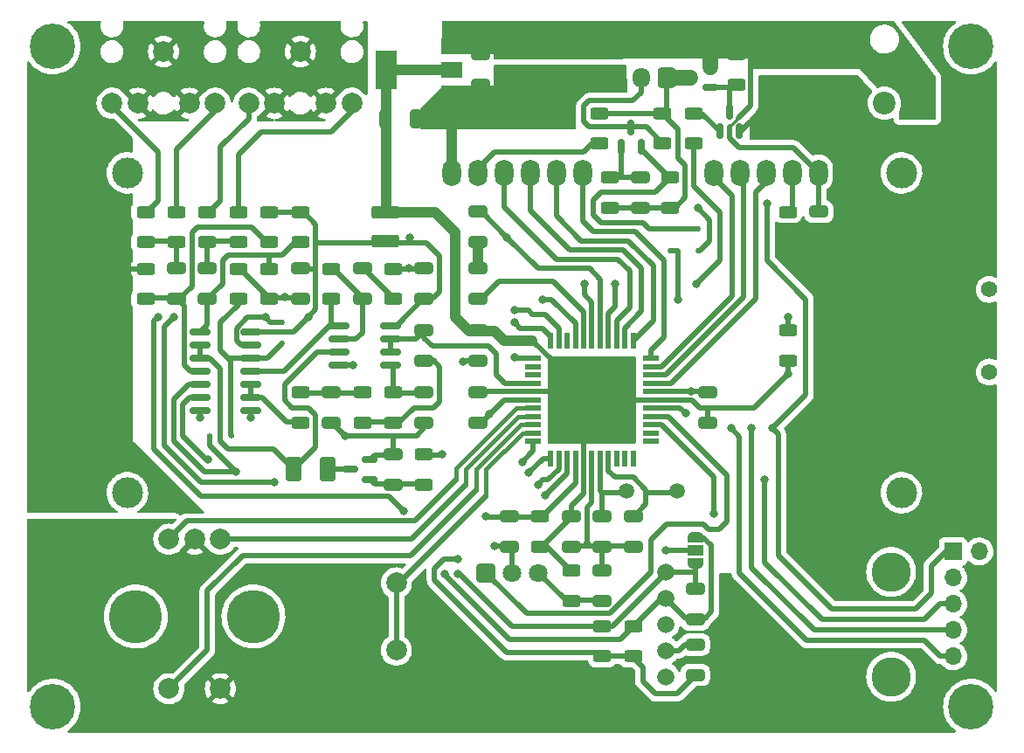
<source format=gbr>
%TF.GenerationSoftware,KiCad,Pcbnew,6.0.8*%
%TF.CreationDate,2022-10-28T18:19:00+03:00*%
%TF.ProjectId,DigiLight,44696769-4c69-4676-9874-2e6b69636164,rev?*%
%TF.SameCoordinates,Original*%
%TF.FileFunction,Copper,L1,Top*%
%TF.FilePolarity,Positive*%
%FSLAX46Y46*%
G04 Gerber Fmt 4.6, Leading zero omitted, Abs format (unit mm)*
G04 Created by KiCad (PCBNEW 6.0.8) date 2022-10-28 18:19:00*
%MOMM*%
%LPD*%
G01*
G04 APERTURE LIST*
G04 Aperture macros list*
%AMRoundRect*
0 Rectangle with rounded corners*
0 $1 Rounding radius*
0 $2 $3 $4 $5 $6 $7 $8 $9 X,Y pos of 4 corners*
0 Add a 4 corners polygon primitive as box body*
4,1,4,$2,$3,$4,$5,$6,$7,$8,$9,$2,$3,0*
0 Add four circle primitives for the rounded corners*
1,1,$1+$1,$2,$3*
1,1,$1+$1,$4,$5*
1,1,$1+$1,$6,$7*
1,1,$1+$1,$8,$9*
0 Add four rect primitives between the rounded corners*
20,1,$1+$1,$2,$3,$4,$5,0*
20,1,$1+$1,$4,$5,$6,$7,0*
20,1,$1+$1,$6,$7,$8,$9,0*
20,1,$1+$1,$8,$9,$2,$3,0*%
%AMFreePoly0*
4,1,22,0.550000,-0.750000,0.000000,-0.750000,0.000000,-0.745033,-0.079941,-0.743568,-0.215256,-0.701293,-0.333266,-0.622738,-0.424486,-0.514219,-0.481581,-0.384460,-0.499164,-0.250000,-0.500000,-0.250000,-0.500000,0.250000,-0.499164,0.250000,-0.499963,0.256109,-0.478152,0.396186,-0.417904,0.524511,-0.324060,0.630769,-0.204165,0.706417,-0.067858,0.745374,0.000000,0.744959,0.000000,0.750000,
0.550000,0.750000,0.550000,-0.750000,0.550000,-0.750000,$1*%
%AMFreePoly1*
4,1,20,0.000000,0.744959,0.073905,0.744508,0.209726,0.703889,0.328688,0.626782,0.421226,0.519385,0.479903,0.390333,0.500000,0.250000,0.500000,-0.250000,0.499851,-0.262216,0.476331,-0.402017,0.414519,-0.529596,0.319384,-0.634700,0.198574,-0.708877,0.061801,-0.746166,0.000000,-0.745033,0.000000,-0.750000,-0.550000,-0.750000,-0.550000,0.750000,0.000000,0.750000,0.000000,0.744959,
0.000000,0.744959,$1*%
G04 Aperture macros list end*
%TA.AperFunction,SMDPad,CuDef*%
%ADD10RoundRect,0.250000X-0.650000X0.325000X-0.650000X-0.325000X0.650000X-0.325000X0.650000X0.325000X0*%
%TD*%
%TA.AperFunction,SMDPad,CuDef*%
%ADD11RoundRect,0.250000X0.650000X-0.325000X0.650000X0.325000X-0.650000X0.325000X-0.650000X-0.325000X0*%
%TD*%
%TA.AperFunction,SMDPad,CuDef*%
%ADD12RoundRect,0.250001X-0.499999X-0.924999X0.499999X-0.924999X0.499999X0.924999X-0.499999X0.924999X0*%
%TD*%
%TA.AperFunction,SMDPad,CuDef*%
%ADD13RoundRect,0.250000X-0.325000X-0.650000X0.325000X-0.650000X0.325000X0.650000X-0.325000X0.650000X0*%
%TD*%
%TA.AperFunction,SMDPad,CuDef*%
%ADD14FreePoly0,90.000000*%
%TD*%
%TA.AperFunction,SMDPad,CuDef*%
%ADD15R,1.500000X1.000000*%
%TD*%
%TA.AperFunction,SMDPad,CuDef*%
%ADD16FreePoly1,90.000000*%
%TD*%
%TA.AperFunction,SMDPad,CuDef*%
%ADD17RoundRect,0.250000X-1.075000X0.375000X-1.075000X-0.375000X1.075000X-0.375000X1.075000X0.375000X0*%
%TD*%
%TA.AperFunction,SMDPad,CuDef*%
%ADD18RoundRect,0.150000X0.587500X0.150000X-0.587500X0.150000X-0.587500X-0.150000X0.587500X-0.150000X0*%
%TD*%
%TA.AperFunction,SMDPad,CuDef*%
%ADD19RoundRect,0.150000X0.150000X-0.587500X0.150000X0.587500X-0.150000X0.587500X-0.150000X-0.587500X0*%
%TD*%
%TA.AperFunction,SMDPad,CuDef*%
%ADD20RoundRect,0.250000X0.625000X-0.312500X0.625000X0.312500X-0.625000X0.312500X-0.625000X-0.312500X0*%
%TD*%
%TA.AperFunction,SMDPad,CuDef*%
%ADD21RoundRect,0.250000X-0.625000X0.312500X-0.625000X-0.312500X0.625000X-0.312500X0.625000X0.312500X0*%
%TD*%
%TA.AperFunction,SMDPad,CuDef*%
%ADD22RoundRect,0.150000X-0.825000X-0.150000X0.825000X-0.150000X0.825000X0.150000X-0.825000X0.150000X0*%
%TD*%
%TA.AperFunction,SMDPad,CuDef*%
%ADD23R,2.000000X1.500000*%
%TD*%
%TA.AperFunction,SMDPad,CuDef*%
%ADD24R,2.000000X3.800000*%
%TD*%
%TA.AperFunction,SMDPad,CuDef*%
%ADD25R,0.550000X1.500000*%
%TD*%
%TA.AperFunction,SMDPad,CuDef*%
%ADD26R,1.500000X0.550000*%
%TD*%
%TA.AperFunction,ComponentPad*%
%ADD27C,4.400000*%
%TD*%
%TA.AperFunction,SMDPad,CuDef*%
%ADD28R,0.450000X0.600000*%
%TD*%
%TA.AperFunction,SMDPad,CuDef*%
%ADD29R,0.600000X0.450000*%
%TD*%
%TA.AperFunction,ComponentPad*%
%ADD30R,1.600000X1.600000*%
%TD*%
%TA.AperFunction,ComponentPad*%
%ADD31C,1.600000*%
%TD*%
%TA.AperFunction,ComponentPad*%
%ADD32C,1.665000*%
%TD*%
%TA.AperFunction,ComponentPad*%
%ADD33C,3.810000*%
%TD*%
%TA.AperFunction,ComponentPad*%
%ADD34C,2.000000*%
%TD*%
%TA.AperFunction,ComponentPad*%
%ADD35R,1.700000X1.700000*%
%TD*%
%TA.AperFunction,ComponentPad*%
%ADD36O,1.700000X1.700000*%
%TD*%
%TA.AperFunction,WasherPad*%
%ADD37C,1.575000*%
%TD*%
%TA.AperFunction,ComponentPad*%
%ADD38RoundRect,0.250000X0.600000X0.725000X-0.600000X0.725000X-0.600000X-0.725000X0.600000X-0.725000X0*%
%TD*%
%TA.AperFunction,ComponentPad*%
%ADD39O,1.700000X1.950000*%
%TD*%
%TA.AperFunction,ComponentPad*%
%ADD40C,5.161000*%
%TD*%
%TA.AperFunction,ComponentPad*%
%ADD41C,3.000000*%
%TD*%
%TA.AperFunction,ComponentPad*%
%ADD42R,1.800000X2.600000*%
%TD*%
%TA.AperFunction,ComponentPad*%
%ADD43O,1.800000X2.600000*%
%TD*%
%TA.AperFunction,ComponentPad*%
%ADD44C,1.500000*%
%TD*%
%TA.AperFunction,ComponentPad*%
%ADD45RoundRect,0.248400X-0.651600X-0.651600X0.651600X-0.651600X0.651600X0.651600X-0.651600X0.651600X0*%
%TD*%
%TA.AperFunction,ComponentPad*%
%ADD46C,1.800000*%
%TD*%
%TA.AperFunction,ComponentPad*%
%ADD47C,2.200000*%
%TD*%
%TA.AperFunction,ViaPad*%
%ADD48C,0.800000*%
%TD*%
%TA.AperFunction,Conductor*%
%ADD49C,0.500000*%
%TD*%
%TA.AperFunction,Conductor*%
%ADD50C,1.000000*%
%TD*%
%TA.AperFunction,Conductor*%
%ADD51C,1.500000*%
%TD*%
%TA.AperFunction,Conductor*%
%ADD52C,0.400000*%
%TD*%
%TA.AperFunction,Conductor*%
%ADD53C,0.250000*%
%TD*%
G04 APERTURE END LIST*
D10*
X224250000Y-73025000D03*
X224250000Y-75975000D03*
X191250000Y-84525000D03*
X191250000Y-87475000D03*
X222250000Y-57775000D03*
X222250000Y-60725000D03*
D11*
X183000000Y-99475000D03*
X183000000Y-96525000D03*
D10*
X174000000Y-78525000D03*
X174000000Y-81475000D03*
D11*
X186000000Y-81475000D03*
X186000000Y-78525000D03*
D12*
X173375000Y-98000000D03*
X176625000Y-98000000D03*
D11*
X180000000Y-81475000D03*
X180000000Y-78525000D03*
D10*
X191500000Y-57775000D03*
X191500000Y-60725000D03*
X177000000Y-90525000D03*
X177000000Y-93475000D03*
D13*
X182275000Y-64000000D03*
X185225000Y-64000000D03*
D10*
X206250000Y-102525000D03*
X206250000Y-105475000D03*
X186000000Y-84525000D03*
X186000000Y-87475000D03*
X194250000Y-102525000D03*
X194250000Y-105475000D03*
X186000000Y-90525000D03*
X186000000Y-93475000D03*
D11*
X191250000Y-81475000D03*
X191250000Y-78525000D03*
X212282000Y-112517700D03*
X212282000Y-109567700D03*
D14*
X212256600Y-107132700D03*
D15*
X212256600Y-105832700D03*
D16*
X212256600Y-104532700D03*
D17*
X182250000Y-73100000D03*
X182250000Y-75900000D03*
D18*
X180687500Y-98950000D03*
X180687500Y-97050000D03*
X178812500Y-98000000D03*
D19*
X214634000Y-65228500D03*
X216534000Y-65228500D03*
X215584000Y-63353500D03*
D18*
X213687500Y-60950000D03*
X213687500Y-59050000D03*
X211812500Y-60000000D03*
D20*
X159000000Y-75962500D03*
X159000000Y-73037500D03*
X186000000Y-99462500D03*
X186000000Y-96537500D03*
X159000000Y-81462500D03*
X159000000Y-78537500D03*
D21*
X216250000Y-57787500D03*
X216250000Y-60712500D03*
D20*
X212155000Y-66388500D03*
X212155000Y-63463500D03*
X183000000Y-81462500D03*
X183000000Y-78537500D03*
D21*
X168000000Y-78537500D03*
X168000000Y-81462500D03*
X177000000Y-78537500D03*
X177000000Y-81462500D03*
D20*
X180000000Y-93462500D03*
X180000000Y-90537500D03*
D21*
X183000000Y-90537500D03*
X183000000Y-93462500D03*
D20*
X197250000Y-105462500D03*
X197250000Y-102537500D03*
X221250000Y-87462500D03*
X221250000Y-84537500D03*
D21*
X200250000Y-107787500D03*
X200250000Y-110712500D03*
D22*
X164275000Y-84690000D03*
X164275000Y-85960000D03*
X164275000Y-87230000D03*
X164275000Y-88500000D03*
X164275000Y-89770000D03*
X164275000Y-91040000D03*
X164275000Y-92310000D03*
X169225000Y-92310000D03*
X169225000Y-91040000D03*
X169225000Y-89770000D03*
X169225000Y-88500000D03*
X169225000Y-87230000D03*
X169225000Y-85960000D03*
X169225000Y-84690000D03*
D23*
X188650000Y-61550000D03*
X188650000Y-59250000D03*
D24*
X182350000Y-59250000D03*
D23*
X188650000Y-56950000D03*
D25*
X198250000Y-96950000D03*
X199050000Y-96950000D03*
X199850000Y-96950000D03*
X200650000Y-96950000D03*
X201450000Y-96950000D03*
X202250000Y-96950000D03*
X203050000Y-96950000D03*
X203850000Y-96950000D03*
X204650000Y-96950000D03*
X205450000Y-96950000D03*
X206250000Y-96950000D03*
D26*
X207950000Y-95250000D03*
X207950000Y-94450000D03*
X207950000Y-93650000D03*
X207950000Y-92850000D03*
X207950000Y-92050000D03*
X207950000Y-91250000D03*
X207950000Y-90450000D03*
X207950000Y-89650000D03*
X207950000Y-88850000D03*
X207950000Y-88050000D03*
X207950000Y-87250000D03*
D25*
X206250000Y-85550000D03*
X205450000Y-85550000D03*
X204650000Y-85550000D03*
X203850000Y-85550000D03*
X203050000Y-85550000D03*
X202250000Y-85550000D03*
X201450000Y-85550000D03*
X200650000Y-85550000D03*
X199850000Y-85550000D03*
X199050000Y-85550000D03*
X198250000Y-85550000D03*
D26*
X196550000Y-87250000D03*
X196550000Y-88050000D03*
X196550000Y-88850000D03*
X196550000Y-89650000D03*
X196550000Y-90450000D03*
X196550000Y-91250000D03*
X196550000Y-92050000D03*
X196550000Y-92850000D03*
X196550000Y-93650000D03*
X196550000Y-94450000D03*
X196550000Y-95250000D03*
D27*
X150000000Y-57000000D03*
X239000000Y-57000000D03*
X239000000Y-121000000D03*
X150000000Y-121000000D03*
D11*
X203250000Y-110725000D03*
X203250000Y-107775000D03*
D21*
X174000000Y-73037500D03*
X174000000Y-75962500D03*
D20*
X162000000Y-75962500D03*
X162000000Y-73037500D03*
D11*
X165000000Y-81475000D03*
X165000000Y-78525000D03*
X162000000Y-81475000D03*
X162000000Y-78525000D03*
D21*
X171000000Y-73037500D03*
X171000000Y-75962500D03*
D20*
X168000000Y-75962500D03*
X168000000Y-73037500D03*
X165000000Y-75962500D03*
X165000000Y-73037500D03*
D22*
X177775000Y-84095000D03*
X177775000Y-85365000D03*
X177775000Y-86635000D03*
X177775000Y-87905000D03*
X182725000Y-87905000D03*
X182725000Y-86635000D03*
X182725000Y-85365000D03*
X182725000Y-84095000D03*
D21*
X174000000Y-90537500D03*
X174000000Y-93462500D03*
D28*
X172250000Y-85800000D03*
X172250000Y-83700000D03*
D29*
X167300000Y-94750000D03*
X165200000Y-94750000D03*
D21*
X171000000Y-78537500D03*
X171000000Y-81462500D03*
D11*
X213500000Y-93475000D03*
X213500000Y-90525000D03*
D10*
X200250000Y-102525000D03*
X200250000Y-105475000D03*
X191250000Y-90525000D03*
X191250000Y-93475000D03*
X191250000Y-73025000D03*
X191250000Y-75975000D03*
D21*
X203011000Y-63463500D03*
X203011000Y-66388500D03*
D10*
X206948000Y-69674000D03*
X206948000Y-72624000D03*
D19*
X205109000Y-66752500D03*
X207009000Y-66752500D03*
X206059000Y-64877500D03*
D21*
X209869000Y-69686500D03*
X209869000Y-72611500D03*
D20*
X209107000Y-66388500D03*
X209107000Y-63463500D03*
X221250000Y-75962500D03*
X221250000Y-73037500D03*
D10*
X203250000Y-102525000D03*
X203250000Y-105475000D03*
D11*
X212282000Y-117914000D03*
X212282000Y-114964000D03*
D20*
X206249500Y-116109000D03*
X206249500Y-113184000D03*
X203265000Y-116109000D03*
X203265000Y-113184000D03*
D28*
X212536000Y-76771000D03*
X212536000Y-74671000D03*
X209869000Y-76771000D03*
X209869000Y-74671000D03*
D21*
X204027000Y-69686500D03*
X204027000Y-72611500D03*
D30*
X194750000Y-57000000D03*
D31*
X194750000Y-62000000D03*
D30*
X219394000Y-57000000D03*
D31*
X219394000Y-62000000D03*
D32*
X209399100Y-107928200D03*
X209399100Y-110468200D03*
X209399100Y-113008200D03*
X209399100Y-115548200D03*
X209399100Y-118088200D03*
D33*
X231243100Y-107928200D03*
X231243100Y-118088200D03*
D34*
X174000000Y-57500000D03*
X169000000Y-62500000D03*
X171500000Y-62500000D03*
X176500000Y-62500000D03*
X179000000Y-62500000D03*
X165750000Y-62500000D03*
X163250000Y-62500000D03*
X158250000Y-62500000D03*
X155750000Y-62500000D03*
X160750000Y-57500000D03*
D35*
X237250000Y-105947000D03*
D36*
X239790000Y-105947000D03*
X237250000Y-108487000D03*
X239790000Y-108487000D03*
X237250000Y-111027000D03*
X239790000Y-111027000D03*
X237250000Y-113567000D03*
X239790000Y-113567000D03*
X237250000Y-116107000D03*
X239790000Y-116107000D03*
D37*
X240750000Y-80550000D03*
X240750000Y-88550000D03*
D38*
X209500000Y-60000000D03*
D39*
X207000000Y-60000000D03*
X204500000Y-60000000D03*
D40*
X158050000Y-112250000D03*
X169450000Y-112250000D03*
D34*
X161250000Y-104750000D03*
X166250000Y-104750000D03*
X163750000Y-104750000D03*
X161250000Y-119250000D03*
X166250000Y-119250000D03*
X183300000Y-115500000D03*
X183300000Y-109000000D03*
X178800000Y-109000000D03*
X178800000Y-115500000D03*
D41*
X157250520Y-100250700D03*
X232249100Y-69250000D03*
X232249100Y-100250700D03*
X157250000Y-69250000D03*
D42*
X226750000Y-69250000D03*
D43*
X224210000Y-69250000D03*
X221670000Y-69250000D03*
X219130000Y-69250000D03*
X216590000Y-69250000D03*
X214050000Y-69250000D03*
X201350000Y-69250000D03*
X198810000Y-69250000D03*
X196270000Y-69250000D03*
X193730000Y-69250000D03*
X191190000Y-69250000D03*
X188650000Y-69250000D03*
D44*
X210500000Y-100105000D03*
X205620000Y-100105000D03*
D45*
X192000000Y-108000000D03*
D46*
X194540000Y-108000000D03*
X197080000Y-108000000D03*
D47*
X233800000Y-62500000D03*
X225300000Y-62500000D03*
X230600000Y-62500000D03*
D48*
X201750000Y-105250000D03*
X220250000Y-122000000D03*
X222750000Y-122000000D03*
X225250000Y-122000000D03*
X189803000Y-87532000D03*
X211881742Y-90400500D03*
X201499998Y-80000000D03*
X192851000Y-105439000D03*
X192343000Y-92612000D03*
X221250000Y-88750000D03*
X189295000Y-108106000D03*
X172500000Y-81250000D03*
X179135000Y-87913000D03*
X191250000Y-77250000D03*
X164276000Y-92993000D03*
X184500000Y-78500000D03*
X178373000Y-94771000D03*
X192000000Y-102499998D03*
X219000010Y-99000000D03*
X160212000Y-83214000D03*
X194000001Y-75499999D03*
X174750000Y-83250000D03*
X184600000Y-75500000D03*
X184000000Y-102050010D03*
X188025000Y-108106000D03*
X209399100Y-105832700D03*
X214060000Y-102264000D03*
X215750000Y-94000000D03*
X197042000Y-99470000D03*
X221250000Y-83250004D03*
X217750000Y-94000000D03*
X197750000Y-100464767D03*
X219250000Y-72250000D03*
X196153000Y-98327000D03*
X219750000Y-94000000D03*
X212536000Y-72673000D03*
X195500000Y-97250000D03*
X204500000Y-79999994D03*
X212409000Y-80039000D03*
X197500000Y-81499994D03*
X210631000Y-81563000D03*
X171515000Y-99216000D03*
X194756000Y-87151000D03*
X161736000Y-83250000D03*
X170660432Y-83261808D03*
X165038000Y-97004436D03*
X194750000Y-82579000D03*
X167750000Y-98250000D03*
X194750000Y-83750000D03*
X211317384Y-92559637D03*
X187750000Y-96500000D03*
X169229000Y-92993000D03*
X189295000Y-106709000D03*
D49*
X212155000Y-66474000D02*
X212155000Y-70514000D01*
X212155000Y-70514000D02*
X214695000Y-73054000D01*
X214695000Y-73054000D02*
X214695000Y-77753000D01*
X214695000Y-77753000D02*
X212409000Y-80039000D01*
X207950000Y-89650000D02*
X209910000Y-89650000D01*
X209910000Y-89650000D02*
X218124000Y-81436000D01*
X218124000Y-81436000D02*
X218124000Y-71126000D01*
X219130000Y-70120000D02*
X219130000Y-69250000D01*
X218124000Y-71126000D02*
X219130000Y-70120000D01*
X207950000Y-88050000D02*
X208970000Y-88050000D01*
X208970000Y-88050000D02*
X215838000Y-81182000D01*
X215838000Y-81182000D02*
X215838000Y-71438000D01*
X215838000Y-71438000D02*
X214050000Y-69650000D01*
X214050000Y-69650000D02*
X214050000Y-69250000D01*
D50*
X185150000Y-64000000D02*
X187250000Y-64000000D01*
D49*
X191600000Y-93400000D02*
X192999996Y-92000004D01*
X201900000Y-105400000D02*
X201750000Y-105250000D01*
X203250000Y-105400000D02*
X206250000Y-105400000D01*
X189860000Y-87475000D02*
X191250000Y-87475000D01*
X202250000Y-85550000D02*
X202250000Y-81750000D01*
X203250000Y-105400000D02*
X201900000Y-105400000D01*
X201750000Y-103439946D02*
X201750000Y-105250000D01*
X192999996Y-92000004D02*
X193000000Y-92000004D01*
X216727000Y-65228500D02*
X217664500Y-64291000D01*
X194540000Y-105690000D02*
X194250000Y-105400000D01*
X203250000Y-107850000D02*
X203250000Y-105400000D01*
X201499998Y-80999998D02*
X201499998Y-80000000D01*
X202250000Y-101180017D02*
X201750000Y-101680017D01*
D50*
X188650000Y-61550000D02*
X190600000Y-61550000D01*
D49*
X201750000Y-101680017D02*
X201750000Y-103439946D01*
X217664500Y-64291000D02*
X218378000Y-64291000D01*
X193750004Y-91250000D02*
X196550000Y-91250000D01*
D50*
X188650000Y-64100000D02*
X188750000Y-64000000D01*
D49*
X194540000Y-108000000D02*
X194540000Y-105690000D01*
X213350000Y-90450000D02*
X207950000Y-90450000D01*
X202250000Y-96950000D02*
X202250000Y-101180017D01*
X202250000Y-81750000D02*
X201499998Y-80999998D01*
X200250000Y-105400000D02*
X201600000Y-105400000D01*
X216534000Y-65228500D02*
X216727000Y-65228500D01*
X201600000Y-105400000D02*
X201750000Y-105250000D01*
D50*
X188650000Y-69250000D02*
X188650000Y-64100000D01*
X190600000Y-61550000D02*
X191500000Y-60650000D01*
D49*
X189803000Y-87532000D02*
X189860000Y-87475000D01*
X193000000Y-92000004D02*
X193750004Y-91250000D01*
X194250000Y-105400000D02*
X192851000Y-105439000D01*
X165000000Y-75900000D02*
X167500000Y-75900000D01*
X165000000Y-75800000D02*
X165000000Y-78500000D01*
X212725000Y-92000000D02*
X215500000Y-92000000D01*
X206700000Y-91250000D02*
X207950000Y-91250000D01*
X197250000Y-105400000D02*
X197800000Y-105400000D01*
X196500000Y-85500000D02*
X198450000Y-87450000D01*
D50*
X188650000Y-59250000D02*
X182350000Y-59250000D01*
D49*
X201450000Y-91300000D02*
X201500000Y-91250000D01*
X197450000Y-105400000D02*
X200250000Y-102600000D01*
X198450000Y-90450000D02*
X199250000Y-91250000D01*
X218000000Y-92000000D02*
X221250000Y-88750000D01*
D50*
X191250000Y-84600000D02*
X192850000Y-84600000D01*
D49*
X201450000Y-96950000D02*
X201450000Y-91300000D01*
X201450000Y-96950000D02*
X201450000Y-100300000D01*
X200250000Y-101500000D02*
X200250000Y-102600000D01*
D50*
X189000000Y-83225000D02*
X189000000Y-75000000D01*
D49*
X207950000Y-91250000D02*
X211975000Y-91250000D01*
X191325000Y-90450000D02*
X196550000Y-90450000D01*
D50*
X191250000Y-84600000D02*
X190375000Y-84600000D01*
X190375000Y-84600000D02*
X189000000Y-83225000D01*
X182350000Y-73000000D02*
X182250000Y-73100000D01*
X187100000Y-73100000D02*
X182250000Y-73100000D01*
X192850000Y-84600000D02*
X193750000Y-85500000D01*
D49*
X197250000Y-105400000D02*
X197450000Y-105400000D01*
X213500000Y-92000000D02*
X215500000Y-92000000D01*
D50*
X182350000Y-64000000D02*
X182350000Y-73000000D01*
D49*
X221250000Y-88750000D02*
X221250000Y-87150000D01*
X213500000Y-93400000D02*
X213500000Y-92000000D01*
X211975000Y-91250000D02*
X212725000Y-92000000D01*
X215500000Y-92000000D02*
X218000000Y-92000000D01*
D50*
X189000000Y-75000000D02*
X187100000Y-73100000D01*
X193750000Y-85500000D02*
X196500000Y-85500000D01*
D49*
X197800000Y-105400000D02*
X200250000Y-107850000D01*
X201500000Y-91250000D02*
X206700000Y-91250000D01*
X199250000Y-91250000D02*
X201500000Y-91250000D01*
X221250000Y-87400000D02*
X221250000Y-88750000D01*
X191250000Y-90525000D02*
X191325000Y-90450000D01*
X198450000Y-87450000D02*
X198450000Y-90450000D01*
X201450000Y-100300000D02*
X200250000Y-101500000D01*
X196550000Y-90450000D02*
X198450000Y-90450000D01*
D50*
X182350000Y-59250000D02*
X182350000Y-64000000D01*
D49*
X174000000Y-81400000D02*
X172650000Y-81400000D01*
X179135000Y-87913000D02*
X177783000Y-87913000D01*
X212256600Y-107196200D02*
X212320100Y-107132700D01*
X178373000Y-94771000D02*
X177002000Y-93400000D01*
X180750000Y-97050000D02*
X181200000Y-96600000D01*
X212256600Y-109642700D02*
X212256600Y-108055200D01*
X204219500Y-113184000D02*
X203265000Y-113184000D01*
X178373000Y-94771000D02*
X178394000Y-94750000D01*
X189295000Y-108106000D02*
X189422000Y-108106000D01*
X159000000Y-78600000D02*
X156750000Y-78600000D01*
X212256600Y-108055200D02*
X212256600Y-107196200D01*
X194500000Y-113184000D02*
X203265000Y-113184000D01*
X164276000Y-92311000D02*
X164275000Y-92310000D01*
X209399100Y-107928200D02*
X209399100Y-108004400D01*
X172350000Y-81400000D02*
X172500000Y-81250000D01*
X171000000Y-81400000D02*
X172350000Y-81400000D01*
X189422000Y-108106000D02*
X194500000Y-113184000D01*
X183000000Y-96600000D02*
X183000000Y-94750000D01*
X212320100Y-109579200D02*
X212256600Y-109642700D01*
X177783000Y-87913000D02*
X177775000Y-87905000D01*
X186000000Y-78600000D02*
X184600000Y-78600000D01*
X212129600Y-107928200D02*
X212256600Y-108055200D01*
D50*
X191250000Y-77250000D02*
X191250000Y-75900000D01*
D49*
X184600000Y-78600000D02*
X184500000Y-78500000D01*
X183000000Y-94750000D02*
X185250000Y-94750000D01*
X184400000Y-78600000D02*
X184500000Y-78500000D01*
X168200000Y-78600000D02*
X171000000Y-81400000D01*
X185250000Y-94750000D02*
X186000000Y-94000000D01*
D50*
X191250000Y-78600000D02*
X191250000Y-77250000D01*
D49*
X177002000Y-93400000D02*
X177000000Y-93400000D01*
X186000000Y-94000000D02*
X186000000Y-93400000D01*
X178394000Y-94750000D02*
X183000000Y-94750000D01*
X209399100Y-108004400D02*
X204219500Y-113184000D01*
X183000000Y-78600000D02*
X184400000Y-78600000D01*
X181200000Y-96600000D02*
X183000000Y-96600000D01*
X164276000Y-92993000D02*
X164276000Y-92311000D01*
X172650000Y-81400000D02*
X172500000Y-81250000D01*
X209399100Y-107928200D02*
X212129600Y-107928200D01*
X168000000Y-78600000D02*
X168200000Y-78600000D01*
X192100002Y-102600000D02*
X197400000Y-102600000D01*
X197400000Y-102600000D02*
X200650000Y-99350000D01*
X236031000Y-111027000D02*
X237250000Y-111027000D01*
X192000000Y-102499998D02*
X192100002Y-102600000D01*
X200650000Y-99350000D02*
X200650000Y-98200000D01*
X234507000Y-112551000D02*
X236031000Y-111027000D01*
X200650000Y-98200000D02*
X200650000Y-96950000D01*
X224551000Y-112551000D02*
X234507000Y-112551000D01*
X219000010Y-107000010D02*
X224551000Y-112551000D01*
X219000010Y-99000000D02*
X219000010Y-107000010D01*
X206249500Y-113186000D02*
X206249500Y-113184000D01*
X194248000Y-114456000D02*
X204979500Y-114456000D01*
X188025000Y-108233000D02*
X194248000Y-114456000D01*
X208965300Y-110468200D02*
X206249500Y-113184000D01*
X213844100Y-111801700D02*
X213203100Y-112442700D01*
X212256600Y-104532700D02*
X213009400Y-104532700D01*
X186875000Y-81400000D02*
X186000000Y-81400000D01*
X174000000Y-78600000D02*
X175350000Y-78600000D01*
X213844100Y-105367400D02*
X213844100Y-111801700D01*
X186200000Y-76000000D02*
X187500000Y-77300000D01*
X164403000Y-100613000D02*
X182562990Y-100613000D01*
X188025000Y-108106000D02*
X188025000Y-108233000D01*
X197015002Y-78515000D02*
X194000001Y-75499999D01*
X202015000Y-78515000D02*
X197015002Y-78515000D01*
X187500000Y-77300000D02*
X187500000Y-80775000D01*
X182250000Y-75900000D02*
X182350000Y-76000000D01*
X211373600Y-112442700D02*
X212256600Y-112442700D01*
X213009400Y-104532700D02*
X213844100Y-105367400D01*
X182725000Y-84095000D02*
X183305000Y-84095000D01*
X209399100Y-110468200D02*
X208965300Y-110468200D01*
X175500000Y-76000000D02*
X182150000Y-76000000D01*
X182562990Y-100613000D02*
X184000000Y-102050010D01*
X213203100Y-112442700D02*
X212256600Y-112442700D01*
X182350000Y-76000000D02*
X184600000Y-76000000D01*
X191250000Y-73100000D02*
X191600000Y-73100000D01*
X182150000Y-76000000D02*
X182250000Y-75900000D01*
X204979500Y-114456000D02*
X206249500Y-113186000D01*
X174350000Y-73100000D02*
X174000000Y-73100000D01*
X209399100Y-110468200D02*
X208827600Y-110468200D01*
X184600000Y-76000000D02*
X186200000Y-76000000D01*
X187500000Y-80775000D02*
X186875000Y-81400000D01*
X203050000Y-85550000D02*
X203050000Y-79550000D01*
X183305000Y-84095000D02*
X186000000Y-81400000D01*
X191600000Y-73100000D02*
X193999999Y-75499999D01*
X169345000Y-84690000D02*
X173310000Y-84690000D01*
X184600000Y-76000000D02*
X184600000Y-75500000D01*
X175500000Y-74250000D02*
X174350000Y-73100000D01*
X174750000Y-83250000D02*
X175500000Y-82500000D01*
X160212000Y-83214000D02*
X159831000Y-83595000D01*
X173310000Y-84690000D02*
X174750000Y-83250000D01*
X171000000Y-73100000D02*
X174000000Y-73100000D01*
X193999999Y-75499999D02*
X194000001Y-75499999D01*
X159831000Y-96041000D02*
X164403000Y-100613000D01*
X175500000Y-82500000D02*
X175500000Y-74250000D01*
X209399100Y-110468200D02*
X211373600Y-112442700D01*
X203050000Y-79550000D02*
X202015000Y-78515000D01*
X159831000Y-83595000D02*
X159831000Y-96041000D01*
X186775000Y-86000000D02*
X186000000Y-85225000D01*
X193000000Y-86750000D02*
X192250000Y-86000000D01*
X182725000Y-86635000D02*
X182725000Y-85365000D01*
X193799996Y-89650000D02*
X193000000Y-88850004D01*
X182725000Y-85365000D02*
X185235000Y-85365000D01*
X196550000Y-89650000D02*
X193799996Y-89650000D01*
X186000000Y-85225000D02*
X186000000Y-84600000D01*
X192250000Y-86000000D02*
X186775000Y-86000000D01*
X193000000Y-88850004D02*
X193000000Y-86750000D01*
X185235000Y-85365000D02*
X186000000Y-84600000D01*
X209462600Y-105832700D02*
X212320100Y-105832700D01*
X207950000Y-93650000D02*
X208985002Y-93650000D01*
X214060000Y-98724998D02*
X214060000Y-102264000D01*
X208985002Y-93650000D02*
X214060000Y-98724998D01*
X179000000Y-63250000D02*
X177000000Y-65250000D01*
X179000000Y-62500000D02*
X179000000Y-63250000D01*
X170250000Y-65250000D02*
X168000000Y-67500000D01*
X177000000Y-65250000D02*
X170250000Y-65250000D01*
X168000000Y-67500000D02*
X168000000Y-73100000D01*
X165150000Y-73100000D02*
X165000000Y-73100000D01*
X166250000Y-72000000D02*
X165150000Y-73100000D01*
X169000000Y-62500000D02*
X169000000Y-64000000D01*
X169000000Y-64000000D02*
X166250000Y-66750000D01*
X166250000Y-66750000D02*
X166250000Y-72000000D01*
X162000000Y-67000000D02*
X162000000Y-73100000D01*
X165750000Y-63250000D02*
X162000000Y-67000000D01*
X165750000Y-62500000D02*
X165750000Y-63250000D01*
X160250000Y-67250000D02*
X160250000Y-72000000D01*
X159150000Y-73100000D02*
X159000000Y-73100000D01*
X160250000Y-72000000D02*
X159150000Y-73100000D01*
X155750000Y-62500000D02*
X155750000Y-62750000D01*
X155750000Y-62750000D02*
X160250000Y-67250000D01*
X197042000Y-99470000D02*
X197512000Y-99000000D01*
X234507000Y-114583000D02*
X223083000Y-114583000D01*
X223083000Y-114583000D02*
X216549999Y-108049999D01*
X216549999Y-94799999D02*
X215750000Y-94000000D01*
X237250000Y-116107000D02*
X236031000Y-116107000D01*
X236031000Y-116107000D02*
X234507000Y-114583000D01*
X198000000Y-99000000D02*
X199050000Y-97950000D01*
X197512000Y-99000000D02*
X198000000Y-99000000D01*
X221250000Y-84600000D02*
X221250000Y-83250004D01*
X199050000Y-97950000D02*
X199050000Y-96950000D01*
X216549999Y-108049999D02*
X216549999Y-94799999D01*
X199850000Y-96950000D02*
X199850000Y-98364767D01*
X223817000Y-113567000D02*
X217750000Y-107500000D01*
X199850000Y-98364767D02*
X197750000Y-100464767D01*
X217750000Y-107500000D02*
X217750000Y-94000000D01*
X237250000Y-113567000D02*
X223817000Y-113567000D01*
X196153000Y-98327000D02*
X197530000Y-96950000D01*
X220300000Y-106328000D02*
X220300000Y-94550000D01*
X219250000Y-77750000D02*
X223000000Y-81500000D01*
X225535000Y-111535000D02*
X220328000Y-106328000D01*
X235142000Y-107358000D02*
X235142000Y-110011000D01*
X213679000Y-75848000D02*
X212756000Y-76771000D01*
X220328000Y-106328000D02*
X220300000Y-106328000D01*
X237250000Y-105947000D02*
X236553000Y-105947000D01*
X219250000Y-72250000D02*
X219250000Y-77750000D01*
X223000000Y-81500000D02*
X223000000Y-90750000D01*
X223000000Y-90750000D02*
X219750000Y-94000000D01*
X233618000Y-111535000D02*
X225535000Y-111535000D01*
X212756000Y-76771000D02*
X212536000Y-76771000D01*
X235142000Y-110011000D02*
X233618000Y-111535000D01*
X197530000Y-96950000D02*
X198250000Y-96950000D01*
X212536000Y-72673000D02*
X213679000Y-73816000D01*
X213679000Y-73816000D02*
X213679000Y-75848000D01*
X220300000Y-94550000D02*
X219750000Y-94000000D01*
X236553000Y-105947000D02*
X235142000Y-107358000D01*
X196550000Y-95250000D02*
X196550000Y-96200000D01*
X196299999Y-96450001D02*
X195500000Y-97250000D01*
X196550000Y-96200000D02*
X196299999Y-96450001D01*
X201487000Y-64291000D02*
X201995000Y-64799000D01*
X201487000Y-62767000D02*
X201487000Y-64291000D01*
X207533500Y-64815000D02*
X206059000Y-64815000D01*
X205789000Y-64799000D02*
X206059000Y-65069000D01*
X201995000Y-62259000D02*
X201487000Y-62767000D01*
X206216000Y-62259000D02*
X201995000Y-62259000D01*
X201995000Y-64799000D02*
X205789000Y-64799000D01*
X209107000Y-66388500D02*
X207533500Y-64815000D01*
X207000000Y-60000000D02*
X207000000Y-61475000D01*
X207000000Y-61475000D02*
X206216000Y-62259000D01*
X206808500Y-72611500D02*
X204027000Y-72611500D01*
D51*
X209500000Y-60000000D02*
X211750000Y-60000000D01*
D49*
X202376000Y-63526000D02*
X209044500Y-63526000D01*
X209107000Y-63463500D02*
X210631000Y-64987500D01*
X209107000Y-63463500D02*
X209500000Y-63070500D01*
X209500000Y-63070500D02*
X209500000Y-60000000D01*
X210631000Y-64987500D02*
X210631000Y-67847000D01*
X209742000Y-72611500D02*
X209729500Y-72624000D01*
X211266000Y-71657000D02*
X210311500Y-72611500D01*
X206821000Y-72624000D02*
X206808500Y-72611500D01*
X211266000Y-68482000D02*
X211266000Y-71657000D01*
X210631000Y-67847000D02*
X211266000Y-68482000D01*
X210311500Y-72611500D02*
X209742000Y-72611500D01*
X209729500Y-72624000D02*
X206821000Y-72624000D01*
X191190000Y-68850000D02*
X191190000Y-69250000D01*
X202376000Y-66326000D02*
X201452000Y-67250000D01*
X192790000Y-67250000D02*
X191190000Y-68850000D01*
X201452000Y-67250000D02*
X192790000Y-67250000D01*
X204650000Y-83600000D02*
X205932000Y-82318000D01*
X204789000Y-77626000D02*
X198820000Y-77626000D01*
X204650000Y-85550000D02*
X204650000Y-83600000D01*
X198820000Y-77626000D02*
X193730000Y-72536000D01*
X193730000Y-72536000D02*
X193730000Y-69250000D01*
X205932000Y-82318000D02*
X205932000Y-78769000D01*
X205932000Y-78769000D02*
X204789000Y-77626000D01*
X207075000Y-78515000D02*
X205297000Y-76737000D01*
X205297000Y-76737000D02*
X200090000Y-76737000D01*
X205450000Y-84300000D02*
X207075000Y-82675000D01*
X196270000Y-72917000D02*
X196270000Y-69250000D01*
X200090000Y-76737000D02*
X196270000Y-72917000D01*
X205450000Y-85550000D02*
X205450000Y-84300000D01*
X207075000Y-82675000D02*
X207075000Y-78515000D01*
X208218000Y-78261000D02*
X208218000Y-83582000D01*
X198810000Y-73425000D02*
X201233000Y-75848000D01*
X208218000Y-83582000D02*
X206250000Y-85550000D01*
X201233000Y-75848000D02*
X205805000Y-75848000D01*
X205805000Y-75848000D02*
X208218000Y-78261000D01*
X198810000Y-69250000D02*
X198810000Y-73425000D01*
X202376000Y-74959000D02*
X206440000Y-74959000D01*
X207950000Y-86475000D02*
X207950000Y-87250000D01*
X209234000Y-77753000D02*
X209234000Y-85191000D01*
X201350000Y-73933000D02*
X202376000Y-74959000D01*
X201350000Y-69250000D02*
X201350000Y-73933000D01*
X206440000Y-74959000D02*
X209234000Y-77753000D01*
X209234000Y-85191000D02*
X207950000Y-86475000D01*
X207950000Y-88850000D02*
X209440000Y-88850000D01*
X209440000Y-88850000D02*
X216981000Y-81309000D01*
X216981000Y-81309000D02*
X216981000Y-69641000D01*
X216981000Y-69641000D02*
X216590000Y-69250000D01*
X221670000Y-72680000D02*
X221250000Y-73100000D01*
X221670000Y-69250000D02*
X221670000Y-72680000D01*
X212869000Y-63463500D02*
X214634000Y-65228500D01*
X212155000Y-63463500D02*
X212869000Y-63463500D01*
X204535000Y-80034994D02*
X204500000Y-79999994D01*
X203850000Y-85550000D02*
X203850000Y-82883000D01*
X204535000Y-82198000D02*
X204535000Y-80034994D01*
X203850000Y-82883000D02*
X204535000Y-82198000D01*
X210631000Y-76808000D02*
X210631000Y-81563000D01*
X200650000Y-85550000D02*
X200650000Y-83850000D01*
X210594000Y-76771000D02*
X210631000Y-76808000D01*
X200650000Y-83850000D02*
X198299994Y-81499994D01*
X198299994Y-81499994D02*
X197500000Y-81499994D01*
X209869000Y-76771000D02*
X210594000Y-76771000D01*
D52*
X195139963Y-92850000D02*
X196550000Y-92850000D01*
D49*
X184750000Y-104750000D02*
X190000000Y-99500000D01*
D52*
X190000000Y-97989963D02*
X195139963Y-92850000D01*
X190000000Y-99500000D02*
X190000000Y-97989963D01*
D49*
X166250000Y-104750000D02*
X184750000Y-104750000D01*
D52*
X189099978Y-99002036D02*
X189099978Y-97900020D01*
X189099978Y-97900020D02*
X194950000Y-92050000D01*
X194950000Y-92050000D02*
X196550000Y-92050000D01*
D49*
X185102014Y-103000000D02*
X189099978Y-99002036D01*
X161250000Y-104750000D02*
X163000000Y-103000000D01*
X163000000Y-103000000D02*
X185102014Y-103000000D01*
X165000000Y-109750000D02*
X168422000Y-106328000D01*
X184672000Y-106328000D02*
X191000000Y-100000000D01*
D52*
X191000000Y-97979928D02*
X195329928Y-93650000D01*
X195329928Y-93650000D02*
X196550000Y-93650000D01*
D49*
X168422000Y-106328000D02*
X184672000Y-106328000D01*
X165000000Y-115500000D02*
X165000000Y-109750000D01*
X161250000Y-119250000D02*
X165000000Y-115500000D01*
D52*
X191000000Y-100000000D02*
X191000000Y-97979928D01*
X195534946Y-94450000D02*
X192000000Y-97984946D01*
X192000000Y-97984946D02*
X192000000Y-100574997D01*
D49*
X183300000Y-109000000D02*
X183300000Y-115500000D01*
X192000000Y-100574997D02*
X183574997Y-109000000D01*
D52*
X196550000Y-94450000D02*
X195534946Y-94450000D01*
D49*
X183574997Y-109000000D02*
X183300000Y-109000000D01*
X167799990Y-84291466D02*
X168829648Y-83261808D01*
X194855000Y-87250000D02*
X194756000Y-87151000D01*
X171098624Y-83700000D02*
X170660432Y-83261808D01*
X169225000Y-85960000D02*
X168250000Y-85960000D01*
X167799990Y-85509990D02*
X167799990Y-84291466D01*
X160847000Y-95660000D02*
X160847000Y-84139000D01*
X171515000Y-99216000D02*
X164403000Y-99216000D01*
X172250000Y-83700000D02*
X171098624Y-83700000D01*
X196550000Y-87250000D02*
X194855000Y-87250000D01*
X160847000Y-84139000D02*
X161736000Y-83250000D01*
X168250000Y-85960000D02*
X167799990Y-85509990D01*
X164403000Y-99216000D02*
X160847000Y-95660000D01*
X169529062Y-83261808D02*
X170660432Y-83261808D01*
X168829648Y-83261808D02*
X169529062Y-83261808D01*
X197750000Y-83000000D02*
X199050000Y-84300000D01*
X162625000Y-91723000D02*
X163308000Y-91040000D01*
X165038000Y-97004436D02*
X164858436Y-97004436D01*
X196079002Y-82579000D02*
X196500002Y-83000000D01*
X162625000Y-94771000D02*
X162625000Y-91723000D01*
X163308000Y-91040000D02*
X164275000Y-91040000D01*
X199050000Y-84300000D02*
X199050000Y-85550000D01*
X196500002Y-83000000D02*
X197750000Y-83000000D01*
X164858436Y-97004436D02*
X162625000Y-94771000D01*
X194750000Y-82579000D02*
X196079002Y-82579000D01*
X195300000Y-84300000D02*
X194750000Y-83750000D01*
X198250000Y-85075000D02*
X197475000Y-84300000D01*
X198250000Y-85550000D02*
X198250000Y-85075000D01*
X164275000Y-89770000D02*
X163181000Y-89770000D01*
X165200000Y-95700000D02*
X167750000Y-98250000D01*
X163181000Y-89770000D02*
X161736000Y-91215000D01*
X166614192Y-98254438D02*
X166618630Y-98250000D01*
X165200000Y-94750000D02*
X165200000Y-95700000D01*
X197475000Y-84300000D02*
X195300000Y-84300000D01*
X164711438Y-98254438D02*
X166614192Y-98254438D01*
X161736000Y-95279000D02*
X164711438Y-98254438D01*
X161736000Y-91215000D02*
X161736000Y-95279000D01*
X166618630Y-98250000D02*
X167750000Y-98250000D01*
X209624400Y-92850000D02*
X207950000Y-92850000D01*
X209488000Y-103280000D02*
X213044000Y-103280000D01*
X207964000Y-107925966D02*
X207964000Y-104804000D01*
X215310001Y-103045999D02*
X215310001Y-102791999D01*
X215330000Y-102772000D02*
X215330000Y-98555600D01*
X215310001Y-102791999D02*
X215330000Y-102772000D01*
X215330000Y-98555600D02*
X209624400Y-92850000D01*
X192000000Y-108000000D02*
X195916000Y-111916000D01*
X213552000Y-103788000D02*
X214568000Y-103788000D01*
X195916000Y-111916000D02*
X204023949Y-111916000D01*
X213044000Y-103280000D02*
X213552000Y-103788000D01*
X214568000Y-103788000D02*
X215310001Y-103045999D01*
X207964000Y-104804000D02*
X209488000Y-103280000D01*
X204023949Y-111916000D02*
X207964000Y-107975949D01*
X172250000Y-77250000D02*
X167000000Y-77250000D01*
X174000000Y-75900000D02*
X173600000Y-75900000D01*
X165000000Y-81400000D02*
X165000000Y-82025000D01*
X165000000Y-83965000D02*
X164275000Y-84690000D01*
X173600000Y-75900000D02*
X172250000Y-77250000D01*
X171000000Y-78600000D02*
X171000000Y-77250000D01*
X167000000Y-77250000D02*
X166500000Y-77750000D01*
X165000000Y-82025000D02*
X165000000Y-83965000D01*
X166500000Y-77750000D02*
X166500000Y-79975000D01*
X166500000Y-79975000D02*
X165000000Y-81475000D01*
X178750000Y-98000000D02*
X176625000Y-98000000D01*
X173205017Y-92000000D02*
X172500000Y-91294983D01*
X172500000Y-91294983D02*
X172500000Y-89750000D01*
X164275000Y-87230000D02*
X165230000Y-87230000D01*
X175615000Y-86635000D02*
X176800000Y-86635000D01*
X174794983Y-92000000D02*
X173205017Y-92000000D01*
X166250000Y-95250000D02*
X167000000Y-96000000D01*
X173375000Y-98000000D02*
X175500000Y-95875000D01*
X172500000Y-89750000D02*
X175615000Y-86635000D01*
X165230000Y-87230000D02*
X166250000Y-88250000D01*
X164275000Y-87230000D02*
X164275000Y-85960000D01*
X175500000Y-92705017D02*
X174794983Y-92000000D01*
X167000000Y-96000000D02*
X171375000Y-96000000D01*
X166250000Y-88250000D02*
X166250000Y-95250000D01*
X176800000Y-86635000D02*
X177775000Y-86635000D01*
X171375000Y-96000000D02*
X173375000Y-98000000D01*
X175500000Y-95875000D02*
X175500000Y-92705017D01*
X179385000Y-85365000D02*
X177775000Y-85365000D01*
X177200000Y-78600000D02*
X180000000Y-81400000D01*
X180000000Y-84750000D02*
X179385000Y-85365000D01*
X180000000Y-81400000D02*
X180000000Y-84750000D01*
X177000000Y-78600000D02*
X177200000Y-78600000D01*
X183000000Y-90600000D02*
X183000000Y-88180000D01*
X186000000Y-90600000D02*
X183000000Y-90600000D01*
X183000000Y-88180000D02*
X182725000Y-87905000D01*
X166250000Y-83775000D02*
X166250000Y-86480000D01*
X167250000Y-94700000D02*
X167250000Y-87480000D01*
X168000000Y-81400000D02*
X168000000Y-82025000D01*
X168000000Y-82025000D02*
X166250000Y-83775000D01*
X170820000Y-87230000D02*
X172250000Y-85800000D01*
X166250000Y-86480000D02*
X167000000Y-87230000D01*
X169225000Y-87230000D02*
X170820000Y-87230000D01*
X167250000Y-87480000D02*
X167000000Y-87230000D01*
X167000000Y-87230000D02*
X169225000Y-87230000D01*
X167300000Y-94750000D02*
X167250000Y-94700000D01*
X213750000Y-60950000D02*
X215496000Y-60950000D01*
X215584000Y-63353500D02*
X215584000Y-61038000D01*
X215950000Y-60950000D02*
X216250000Y-60650000D01*
X215496000Y-60950000D02*
X215950000Y-60950000D01*
X215584000Y-61038000D02*
X215496000Y-60950000D01*
X186000000Y-96600000D02*
X187650000Y-96600000D01*
X210807747Y-92050000D02*
X211317384Y-92559637D01*
X187650000Y-96600000D02*
X187750000Y-96500000D01*
X207950000Y-92050000D02*
X210807747Y-92050000D01*
X176800000Y-84095000D02*
X177775000Y-84095000D01*
X177000000Y-81400000D02*
X177000000Y-83895000D01*
X177000000Y-83895000D02*
X176800000Y-84095000D01*
X169225000Y-88500000D02*
X172395000Y-88500000D01*
X172395000Y-88500000D02*
X176800000Y-84095000D01*
X169225000Y-91040000D02*
X170290000Y-91040000D01*
X170290000Y-91040000D02*
X172650000Y-93400000D01*
X172650000Y-93400000D02*
X174000000Y-93400000D01*
X169225000Y-89770000D02*
X169225000Y-91040000D01*
X159000000Y-75900000D02*
X162000000Y-75900000D01*
X162000000Y-75900000D02*
X162000000Y-78600000D01*
X159000000Y-81400000D02*
X162000000Y-81400000D01*
X170650000Y-75900000D02*
X171000000Y-75900000D01*
X162000000Y-81400000D02*
X162752000Y-82152000D01*
X162350000Y-81400000D02*
X163500000Y-80250000D01*
X169250000Y-74500000D02*
X170650000Y-75900000D01*
X163500000Y-80250000D02*
X163500000Y-75000000D01*
X164000000Y-74500000D02*
X169250000Y-74500000D01*
X162000000Y-81400000D02*
X162350000Y-81400000D01*
X163339000Y-88500000D02*
X164275000Y-88500000D01*
X163500000Y-75000000D02*
X164000000Y-74500000D01*
X162752000Y-82152000D02*
X162752000Y-87913000D01*
X162752000Y-87913000D02*
X163339000Y-88500000D01*
X181200000Y-99400000D02*
X183000000Y-99400000D01*
X180750000Y-98950000D02*
X181200000Y-99400000D01*
X183000000Y-99400000D02*
X186000000Y-99400000D01*
X180200000Y-78600000D02*
X183000000Y-81400000D01*
X180000000Y-78600000D02*
X180200000Y-78600000D01*
X203050000Y-96950000D02*
X203050000Y-100050000D01*
X205475000Y-100250000D02*
X205620000Y-100105000D01*
X203250000Y-100250000D02*
X205475000Y-100250000D01*
X203250000Y-100250000D02*
X203250000Y-102600000D01*
X203050000Y-100050000D02*
X203250000Y-100250000D01*
X174000000Y-90600000D02*
X177000000Y-90600000D01*
X177000000Y-90600000D02*
X180000000Y-90600000D01*
X207500000Y-100250000D02*
X207500000Y-101350000D01*
X206250000Y-98750000D02*
X207500000Y-100000000D01*
X204500000Y-98750000D02*
X206250000Y-98750000D01*
X210355000Y-100250000D02*
X210500000Y-100105000D01*
X203850000Y-98100000D02*
X204500000Y-98750000D01*
X203850000Y-96950000D02*
X203850000Y-98100000D01*
X207500000Y-100000000D02*
X207500000Y-100250000D01*
X207500000Y-101350000D02*
X206250000Y-102600000D01*
X207500000Y-100250000D02*
X210355000Y-100250000D01*
X186875000Y-87400000D02*
X186000000Y-87400000D01*
X183000000Y-93400000D02*
X183600000Y-93400000D01*
X186919983Y-92000000D02*
X187500000Y-91419983D01*
X180000000Y-93400000D02*
X183000000Y-93400000D01*
X187500000Y-88025000D02*
X186875000Y-87400000D01*
X185000000Y-92000000D02*
X186919983Y-92000000D01*
X187500000Y-91419983D02*
X187500000Y-88025000D01*
X183600000Y-93400000D02*
X185000000Y-92000000D01*
X191600000Y-81400000D02*
X193250000Y-79750000D01*
X198500000Y-79750000D02*
X201450000Y-82700000D01*
X191250000Y-81400000D02*
X191600000Y-81400000D01*
X201450000Y-84300000D02*
X201450000Y-85550000D01*
X201450000Y-82700000D02*
X201450000Y-84300000D01*
X193250000Y-79750000D02*
X198500000Y-79750000D01*
X199730000Y-110650000D02*
X197080000Y-108000000D01*
X200250000Y-110650000D02*
X199730000Y-110650000D01*
X200250000Y-110650000D02*
X203250000Y-110650000D01*
X205109000Y-69682000D02*
X205104500Y-69686500D01*
X206808500Y-69686500D02*
X206821000Y-69674000D01*
X204027000Y-69686500D02*
X205104500Y-69686500D01*
X205104500Y-69686500D02*
X206808500Y-69686500D01*
X205109000Y-66815000D02*
X205109000Y-69682000D01*
D53*
X215584000Y-64769249D02*
X216443249Y-63910000D01*
X215584000Y-64799000D02*
X215584000Y-64769249D01*
D49*
X216550472Y-66831000D02*
X221791000Y-66831000D01*
X221791000Y-66831000D02*
X224210000Y-69250000D01*
D50*
X213750000Y-57650000D02*
X213900000Y-57500000D01*
X190600000Y-56950000D02*
X191500000Y-57850000D01*
D49*
X217616000Y-59134000D02*
X219394000Y-57356000D01*
X215584000Y-64799000D02*
X215584000Y-65864528D01*
X219394000Y-57356000D02*
X219394000Y-57000000D01*
X224250000Y-69290000D02*
X224210000Y-69250000D01*
X224250000Y-73100000D02*
X224250000Y-69290000D01*
D53*
X216443249Y-63910000D02*
X216473000Y-63910000D01*
D49*
X217616000Y-62767000D02*
X217616000Y-59134000D01*
D50*
X188650000Y-56950000D02*
X190600000Y-56950000D01*
D49*
X215584000Y-65864528D02*
X216550472Y-66831000D01*
D51*
X213750000Y-59050000D02*
X213750000Y-57650000D01*
D49*
X216473000Y-63910000D02*
X217616000Y-62767000D01*
X211267800Y-114962200D02*
X212320100Y-114962200D01*
X209399100Y-115548200D02*
X210681800Y-115548200D01*
X210681800Y-115548200D02*
X211267800Y-114962200D01*
X207202000Y-117178880D02*
X207202000Y-118525080D01*
X189295000Y-106709000D02*
X187898000Y-106709000D01*
X203265000Y-116109000D02*
X206249500Y-116109000D01*
X208426280Y-119749360D02*
X210482940Y-119749360D01*
X193994000Y-115726000D02*
X202882000Y-115726000D01*
X187009000Y-108741000D02*
X193994000Y-115726000D01*
X187009000Y-107598000D02*
X187009000Y-108741000D01*
X202882000Y-115726000D02*
X203265000Y-116109000D01*
X187898000Y-106709000D02*
X187009000Y-107598000D01*
X207202000Y-118525080D02*
X208426280Y-119749360D01*
X169229000Y-92314000D02*
X169225000Y-92310000D01*
X210482940Y-119749360D02*
X212320100Y-117912200D01*
X169229000Y-92993000D02*
X169229000Y-92314000D01*
X206249500Y-116226380D02*
X207202000Y-117178880D01*
X208406500Y-71149000D02*
X203138000Y-71149000D01*
X203138000Y-71149000D02*
X202376000Y-71911000D01*
X207009000Y-66953500D02*
X209742000Y-69686500D01*
X209869000Y-69686500D02*
X208406500Y-71149000D01*
X207009000Y-66815000D02*
X207009000Y-66953500D01*
X209903000Y-74705000D02*
X212502000Y-74705000D01*
X207202000Y-74070000D02*
X207837000Y-74705000D01*
X207009000Y-66815000D02*
X207009000Y-67018998D01*
X207837000Y-74705000D02*
X209835000Y-74705000D01*
X209869000Y-74671000D02*
X209903000Y-74705000D01*
X212502000Y-74705000D02*
X212536000Y-74671000D01*
X209835000Y-74705000D02*
X209869000Y-74671000D01*
X202376000Y-71911000D02*
X202376000Y-73308000D01*
X202376000Y-73308000D02*
X203138000Y-74070000D01*
X203138000Y-74070000D02*
X207202000Y-74070000D01*
%TA.AperFunction,Conductor*%
G36*
X205550972Y-58757539D02*
G01*
X205597573Y-58811100D01*
X205609035Y-58860908D01*
X205664110Y-61371737D01*
X205645606Y-61440280D01*
X205592983Y-61487938D01*
X205538140Y-61500500D01*
X202062063Y-61500500D01*
X202043114Y-61499067D01*
X202042907Y-61499036D01*
X202021651Y-61495802D01*
X202014359Y-61496395D01*
X202014356Y-61496395D01*
X201968991Y-61500085D01*
X201958777Y-61500500D01*
X201950707Y-61500500D01*
X201947087Y-61500922D01*
X201947069Y-61500923D01*
X201922461Y-61503792D01*
X201918100Y-61504224D01*
X201892981Y-61506267D01*
X201852661Y-61509546D01*
X201852658Y-61509547D01*
X201845363Y-61510140D01*
X201838399Y-61512396D01*
X201832440Y-61513587D01*
X201826585Y-61514971D01*
X201819319Y-61515818D01*
X201750673Y-61540735D01*
X201746545Y-61542152D01*
X201684064Y-61562393D01*
X201684062Y-61562394D01*
X201677101Y-61564649D01*
X201670846Y-61568445D01*
X201665372Y-61570951D01*
X201659942Y-61573670D01*
X201653063Y-61576167D01*
X201592016Y-61616191D01*
X201588327Y-61618518D01*
X201568135Y-61630771D01*
X201530693Y-61653491D01*
X201530688Y-61653495D01*
X201525892Y-61656405D01*
X201517516Y-61663803D01*
X201517493Y-61663777D01*
X201514503Y-61666426D01*
X201511264Y-61669134D01*
X201505148Y-61673144D01*
X201500121Y-61678451D01*
X201500117Y-61678454D01*
X201451872Y-61729383D01*
X201449494Y-61731825D01*
X200998089Y-62183230D01*
X200983677Y-62195616D01*
X200972082Y-62204149D01*
X200972077Y-62204154D01*
X200966182Y-62208492D01*
X200961443Y-62214070D01*
X200961440Y-62214073D01*
X200931965Y-62248768D01*
X200925035Y-62256284D01*
X200919340Y-62261979D01*
X200917060Y-62264861D01*
X200901719Y-62284251D01*
X200898928Y-62287655D01*
X200856409Y-62337703D01*
X200851667Y-62343285D01*
X200848339Y-62349801D01*
X200844972Y-62354850D01*
X200841805Y-62359979D01*
X200837266Y-62365716D01*
X200806345Y-62431875D01*
X200804442Y-62435769D01*
X200771231Y-62500808D01*
X200769492Y-62507916D01*
X200767393Y-62513559D01*
X200765476Y-62519322D01*
X200762378Y-62525950D01*
X200760888Y-62533112D01*
X200760888Y-62533113D01*
X200747514Y-62597412D01*
X200746544Y-62601696D01*
X200729192Y-62672610D01*
X200728500Y-62683764D01*
X200728464Y-62683762D01*
X200728225Y-62687755D01*
X200727851Y-62691947D01*
X200726360Y-62699115D01*
X200726558Y-62706432D01*
X200728116Y-62764041D01*
X200724196Y-62780965D01*
X200726828Y-62781225D01*
X200725685Y-62792792D01*
X200725000Y-62793500D01*
X200725000Y-64252104D01*
X200724923Y-64256500D01*
X200724902Y-64257115D01*
X200723801Y-64264349D01*
X200724394Y-64271641D01*
X200724394Y-64271644D01*
X200724585Y-64273988D01*
X200725000Y-64284203D01*
X200725000Y-64900279D01*
X200704998Y-64968400D01*
X200651342Y-65014893D01*
X200598780Y-65026279D01*
X196384290Y-65018895D01*
X185725779Y-65000220D01*
X185657694Y-64980098D01*
X185611295Y-64926361D01*
X185600000Y-64874220D01*
X185600000Y-63052190D01*
X185620002Y-62984069D01*
X185636905Y-62963095D01*
X187763095Y-60836905D01*
X187825407Y-60802879D01*
X187852190Y-60800000D01*
X192750000Y-60800000D01*
X192750000Y-58889135D01*
X192770002Y-58821014D01*
X192823658Y-58774521D01*
X192877301Y-58764787D01*
X192877298Y-58763243D01*
X205482810Y-58737675D01*
X205550972Y-58757539D01*
G37*
%TD.AperFunction*%
%TA.AperFunction,Conductor*%
G36*
X237500316Y-54528502D02*
G01*
X237546809Y-54582158D01*
X237556913Y-54652432D01*
X237527419Y-54717012D01*
X237496618Y-54742785D01*
X237478074Y-54753817D01*
X237478068Y-54753821D01*
X237474814Y-54755757D01*
X237471812Y-54758073D01*
X237228738Y-54945604D01*
X237216244Y-54955243D01*
X237213534Y-54957911D01*
X237011396Y-55156899D01*
X236983513Y-55184347D01*
X236981149Y-55187314D01*
X236981146Y-55187317D01*
X236964220Y-55208558D01*
X236779991Y-55439751D01*
X236608626Y-55717757D01*
X236607037Y-55721204D01*
X236475992Y-56005465D01*
X236471902Y-56014336D01*
X236470741Y-56017940D01*
X236470741Y-56017941D01*
X236456909Y-56060895D01*
X236371797Y-56325192D01*
X236371079Y-56328903D01*
X236371078Y-56328907D01*
X236310482Y-56642105D01*
X236310481Y-56642114D01*
X236309763Y-56645824D01*
X236309496Y-56649600D01*
X236309495Y-56649605D01*
X236291810Y-56899385D01*
X236286698Y-56971585D01*
X236302936Y-57297759D01*
X236303577Y-57301490D01*
X236303578Y-57301498D01*
X236347034Y-57554396D01*
X236358241Y-57619619D01*
X236451814Y-57932504D01*
X236453327Y-57935975D01*
X236453329Y-57935981D01*
X236542868Y-58141416D01*
X236582297Y-58231881D01*
X236584220Y-58235152D01*
X236584222Y-58235156D01*
X236626102Y-58306396D01*
X236747802Y-58513414D01*
X236750103Y-58516429D01*
X236943631Y-58770012D01*
X236943636Y-58770017D01*
X236945931Y-58773025D01*
X237173814Y-59006953D01*
X237292755Y-59102755D01*
X237425196Y-59209431D01*
X237425201Y-59209435D01*
X237428149Y-59211809D01*
X237705253Y-59384627D01*
X238001112Y-59522903D01*
X238311440Y-59624634D01*
X238631742Y-59688346D01*
X238635514Y-59688633D01*
X238635522Y-59688634D01*
X238953602Y-59712829D01*
X238953607Y-59712829D01*
X238957379Y-59713116D01*
X239283633Y-59698586D01*
X239343425Y-59688634D01*
X239602037Y-59645590D01*
X239602042Y-59645589D01*
X239605778Y-59644967D01*
X239919149Y-59553034D01*
X239922616Y-59551544D01*
X239922620Y-59551543D01*
X240215721Y-59425616D01*
X240215723Y-59425615D01*
X240219205Y-59424119D01*
X240501601Y-59260091D01*
X240762245Y-59063324D01*
X240985361Y-58848240D01*
X240994632Y-58839303D01*
X240994635Y-58839300D01*
X240997363Y-58836670D01*
X241086450Y-58727244D01*
X241201155Y-58586351D01*
X241201158Y-58586347D01*
X241203549Y-58583410D01*
X241258939Y-58495622D01*
X241312205Y-58448685D01*
X241382392Y-58437996D01*
X241447217Y-58466951D01*
X241486096Y-58526355D01*
X241491500Y-58562859D01*
X241491500Y-79268008D01*
X241471498Y-79336129D01*
X241417842Y-79382622D01*
X241347568Y-79392726D01*
X241312251Y-79382203D01*
X241259934Y-79357808D01*
X241194951Y-79327506D01*
X241189647Y-79326085D01*
X241189642Y-79326083D01*
X241040260Y-79286056D01*
X240975908Y-79268813D01*
X240750000Y-79249049D01*
X240524092Y-79268813D01*
X240305049Y-79327506D01*
X240216506Y-79368794D01*
X240104512Y-79421017D01*
X240104507Y-79421020D01*
X240099525Y-79423343D01*
X240063629Y-79448478D01*
X239918276Y-79550255D01*
X239918273Y-79550257D01*
X239913765Y-79553414D01*
X239753414Y-79713765D01*
X239623343Y-79899525D01*
X239621020Y-79904507D01*
X239621017Y-79904512D01*
X239606419Y-79935819D01*
X239527506Y-80105049D01*
X239468813Y-80324092D01*
X239449049Y-80550000D01*
X239468813Y-80775908D01*
X239527506Y-80994951D01*
X239571897Y-81090149D01*
X239621017Y-81195488D01*
X239621020Y-81195493D01*
X239623343Y-81200475D01*
X239626500Y-81204983D01*
X239733406Y-81357660D01*
X239753414Y-81386235D01*
X239913765Y-81546586D01*
X239918274Y-81549743D01*
X239918276Y-81549745D01*
X240095020Y-81673504D01*
X240095026Y-81673508D01*
X240099524Y-81676657D01*
X240305049Y-81772494D01*
X240310353Y-81773915D01*
X240310358Y-81773917D01*
X240445257Y-81810063D01*
X240524092Y-81831187D01*
X240750000Y-81850951D01*
X240975908Y-81831187D01*
X241054743Y-81810063D01*
X241189642Y-81773917D01*
X241189647Y-81773915D01*
X241194951Y-81772494D01*
X241273602Y-81735819D01*
X241312251Y-81717797D01*
X241382442Y-81707136D01*
X241447255Y-81736116D01*
X241486111Y-81795536D01*
X241491500Y-81831992D01*
X241491500Y-87268008D01*
X241471498Y-87336129D01*
X241417842Y-87382622D01*
X241347568Y-87392726D01*
X241312251Y-87382203D01*
X241262111Y-87358823D01*
X241194951Y-87327506D01*
X241189647Y-87326085D01*
X241189642Y-87326083D01*
X240996456Y-87274319D01*
X240975908Y-87268813D01*
X240750000Y-87249049D01*
X240524092Y-87268813D01*
X240305049Y-87327506D01*
X240208876Y-87372352D01*
X240104512Y-87421017D01*
X240104507Y-87421020D01*
X240099525Y-87423343D01*
X240023394Y-87476651D01*
X239918276Y-87550255D01*
X239918273Y-87550257D01*
X239913765Y-87553414D01*
X239753414Y-87713765D01*
X239750257Y-87718273D01*
X239750255Y-87718276D01*
X239707989Y-87778638D01*
X239623343Y-87899525D01*
X239621020Y-87904507D01*
X239621017Y-87904512D01*
X239602548Y-87944120D01*
X239527506Y-88105049D01*
X239468813Y-88324092D01*
X239449049Y-88550000D01*
X239468813Y-88775908D01*
X239527506Y-88994951D01*
X239557067Y-89058344D01*
X239621017Y-89195488D01*
X239621020Y-89195493D01*
X239623343Y-89200475D01*
X239687326Y-89291852D01*
X239732523Y-89356399D01*
X239753414Y-89386235D01*
X239913765Y-89546586D01*
X239918274Y-89549743D01*
X239918276Y-89549745D01*
X240095020Y-89673504D01*
X240095026Y-89673508D01*
X240099524Y-89676657D01*
X240305049Y-89772494D01*
X240310353Y-89773915D01*
X240310358Y-89773917D01*
X240459740Y-89813944D01*
X240524092Y-89831187D01*
X240750000Y-89850951D01*
X240975908Y-89831187D01*
X241040260Y-89813944D01*
X241189642Y-89773917D01*
X241189647Y-89773915D01*
X241194951Y-89772494D01*
X241295405Y-89725652D01*
X241312251Y-89717797D01*
X241382442Y-89707136D01*
X241447255Y-89736116D01*
X241486111Y-89795536D01*
X241491500Y-89831992D01*
X241491500Y-119433521D01*
X241471498Y-119501642D01*
X241417842Y-119548135D01*
X241347568Y-119558239D01*
X241282988Y-119528745D01*
X241257557Y-119498515D01*
X241236226Y-119463084D01*
X241233899Y-119460100D01*
X241233894Y-119460093D01*
X241037726Y-119208558D01*
X241037724Y-119208556D01*
X241035390Y-119205563D01*
X240805070Y-118974034D01*
X240548603Y-118771852D01*
X240269705Y-118601945D01*
X240266261Y-118600379D01*
X240266257Y-118600377D01*
X240155667Y-118550095D01*
X239972414Y-118466775D01*
X239661037Y-118368300D01*
X239414571Y-118321952D01*
X239343809Y-118308645D01*
X239343807Y-118308645D01*
X239340086Y-118307945D01*
X239014208Y-118286586D01*
X239010428Y-118286794D01*
X239010427Y-118286794D01*
X238912897Y-118292162D01*
X238688124Y-118304532D01*
X238684397Y-118305193D01*
X238684393Y-118305193D01*
X238527341Y-118333027D01*
X238366557Y-118361522D01*
X238362941Y-118362624D01*
X238362933Y-118362626D01*
X238057789Y-118455627D01*
X238054167Y-118456731D01*
X237755477Y-118588781D01*
X237733322Y-118601962D01*
X237478074Y-118753817D01*
X237478068Y-118753821D01*
X237474814Y-118755757D01*
X237471812Y-118758073D01*
X237245591Y-118932602D01*
X237216244Y-118955243D01*
X236983513Y-119184347D01*
X236981149Y-119187314D01*
X236981146Y-119187317D01*
X236920987Y-119262812D01*
X236779991Y-119439751D01*
X236608626Y-119717757D01*
X236606593Y-119722167D01*
X236500865Y-119951511D01*
X236471902Y-120014336D01*
X236470741Y-120017940D01*
X236470741Y-120017941D01*
X236462196Y-120044477D01*
X236371797Y-120325192D01*
X236371079Y-120328903D01*
X236371078Y-120328907D01*
X236310482Y-120642105D01*
X236310481Y-120642114D01*
X236309763Y-120645824D01*
X236309496Y-120649600D01*
X236309495Y-120649605D01*
X236302781Y-120744428D01*
X236286698Y-120971585D01*
X236302936Y-121297759D01*
X236303577Y-121301490D01*
X236303578Y-121301498D01*
X236318109Y-121386060D01*
X236358241Y-121619619D01*
X236451814Y-121932504D01*
X236582297Y-122231881D01*
X236584220Y-122235152D01*
X236584222Y-122235156D01*
X236626584Y-122307215D01*
X236747802Y-122513414D01*
X236750103Y-122516429D01*
X236943631Y-122770012D01*
X236943636Y-122770017D01*
X236945931Y-122773025D01*
X237173814Y-123006953D01*
X237246635Y-123065607D01*
X237425196Y-123209431D01*
X237425201Y-123209435D01*
X237428149Y-123211809D01*
X237431371Y-123213818D01*
X237431376Y-123213822D01*
X237503156Y-123258588D01*
X237550373Y-123311607D01*
X237561429Y-123381738D01*
X237532815Y-123446713D01*
X237473615Y-123485903D01*
X237436480Y-123491500D01*
X151570222Y-123491500D01*
X151502101Y-123471498D01*
X151455608Y-123417842D01*
X151445504Y-123347568D01*
X151474998Y-123282988D01*
X151499890Y-123261085D01*
X151501601Y-123260091D01*
X151504623Y-123257810D01*
X151504627Y-123257807D01*
X151759221Y-123065607D01*
X151759222Y-123065606D01*
X151762245Y-123063324D01*
X151997363Y-122836670D01*
X152203549Y-122583410D01*
X152255429Y-122501185D01*
X152375788Y-122310428D01*
X152375790Y-122310425D01*
X152377815Y-122307215D01*
X152517638Y-122012084D01*
X152544188Y-121932504D01*
X152619790Y-121705897D01*
X152619792Y-121705891D01*
X152620992Y-121702293D01*
X152686381Y-121382329D01*
X152692956Y-121301498D01*
X152712674Y-121059061D01*
X152712856Y-121056826D01*
X152713451Y-121000000D01*
X152711510Y-120967796D01*
X152694026Y-120677793D01*
X152694026Y-120677789D01*
X152693798Y-120674015D01*
X152688650Y-120645824D01*
X152635805Y-120356473D01*
X152635804Y-120356469D01*
X152635125Y-120352751D01*
X152631766Y-120341931D01*
X152561030Y-120114124D01*
X152538282Y-120040863D01*
X152404670Y-119742869D01*
X152236226Y-119463084D01*
X152233899Y-119460100D01*
X152233894Y-119460093D01*
X152037726Y-119208558D01*
X152037724Y-119208556D01*
X152035390Y-119205563D01*
X151805070Y-118974034D01*
X151548603Y-118771852D01*
X151269705Y-118601945D01*
X151266261Y-118600379D01*
X151266257Y-118600377D01*
X151155667Y-118550095D01*
X150972414Y-118466775D01*
X150661037Y-118368300D01*
X150414571Y-118321952D01*
X150343809Y-118308645D01*
X150343807Y-118308645D01*
X150340086Y-118307945D01*
X150014208Y-118286586D01*
X150010428Y-118286794D01*
X150010427Y-118286794D01*
X149912897Y-118292162D01*
X149688124Y-118304532D01*
X149684397Y-118305193D01*
X149684393Y-118305193D01*
X149527341Y-118333027D01*
X149366557Y-118361522D01*
X149362941Y-118362624D01*
X149362933Y-118362626D01*
X149057789Y-118455627D01*
X149054167Y-118456731D01*
X148755477Y-118588781D01*
X148733322Y-118601962D01*
X148478074Y-118753817D01*
X148478068Y-118753821D01*
X148474814Y-118755757D01*
X148471812Y-118758073D01*
X148245591Y-118932602D01*
X148216244Y-118955243D01*
X147983513Y-119184347D01*
X147981149Y-119187314D01*
X147981146Y-119187317D01*
X147920987Y-119262812D01*
X147779991Y-119439751D01*
X147778000Y-119442981D01*
X147741760Y-119501773D01*
X147688988Y-119549266D01*
X147618916Y-119560690D01*
X147553792Y-119532416D01*
X147514293Y-119473422D01*
X147508500Y-119435657D01*
X147508500Y-112206803D01*
X154956435Y-112206803D01*
X154970899Y-112551909D01*
X154971437Y-112555382D01*
X155007525Y-112788498D01*
X155023741Y-112893251D01*
X155024663Y-112896643D01*
X155024663Y-112896645D01*
X155042832Y-112963518D01*
X155114304Y-113226576D01*
X155241457Y-113547729D01*
X155243103Y-113550825D01*
X155243105Y-113550829D01*
X155312457Y-113681261D01*
X155403617Y-113852707D01*
X155405602Y-113855606D01*
X155596770Y-114134801D01*
X155596775Y-114134807D01*
X155598761Y-114137708D01*
X155601064Y-114140376D01*
X155809994Y-114382424D01*
X155824458Y-114399181D01*
X156077895Y-114633865D01*
X156080721Y-114635948D01*
X156080724Y-114635951D01*
X156183982Y-114712079D01*
X156355912Y-114838837D01*
X156358949Y-114840591D01*
X156358953Y-114840593D01*
X156471439Y-114905537D01*
X156655045Y-115011542D01*
X156745812Y-115051197D01*
X156968343Y-115148419D01*
X156968346Y-115148420D01*
X156971564Y-115149826D01*
X156974921Y-115150865D01*
X156974926Y-115150867D01*
X157239400Y-115232735D01*
X157301526Y-115251966D01*
X157640816Y-115316689D01*
X157894167Y-115336183D01*
X157981710Y-115342919D01*
X157981711Y-115342919D01*
X157985207Y-115343188D01*
X158193671Y-115335909D01*
X158326890Y-115331257D01*
X158326895Y-115331257D01*
X158330405Y-115331134D01*
X158385936Y-115322934D01*
X158668616Y-115281192D01*
X158668622Y-115281191D01*
X158672108Y-115280676D01*
X158675512Y-115279777D01*
X158675515Y-115279776D01*
X159002666Y-115193338D01*
X159002667Y-115193338D01*
X159006057Y-115192442D01*
X159328090Y-115067534D01*
X159634193Y-114907508D01*
X159759622Y-114822905D01*
X159917633Y-114716325D01*
X159917635Y-114716324D01*
X159920549Y-114714358D01*
X159952178Y-114687440D01*
X160180918Y-114492766D01*
X160180919Y-114492765D01*
X160183591Y-114490491D01*
X160285794Y-114381656D01*
X160417629Y-114241267D01*
X160417633Y-114241262D01*
X160420040Y-114238699D01*
X160422145Y-114235885D01*
X160422151Y-114235878D01*
X160624839Y-113964939D01*
X160626948Y-113962120D01*
X160633634Y-113950725D01*
X160714852Y-113812291D01*
X160801736Y-113664200D01*
X160815365Y-113633590D01*
X160940794Y-113351870D01*
X160942226Y-113348654D01*
X161046667Y-113019413D01*
X161113758Y-112680583D01*
X161136185Y-112413507D01*
X161142478Y-112338570D01*
X161142479Y-112338559D01*
X161142661Y-112336386D01*
X161142946Y-112316037D01*
X161143837Y-112252178D01*
X161143837Y-112252166D01*
X161143867Y-112250000D01*
X161143203Y-112238114D01*
X161128630Y-111977463D01*
X161124586Y-111905130D01*
X161121171Y-111884938D01*
X161067571Y-111568039D01*
X161067570Y-111568035D01*
X161066982Y-111564558D01*
X160971775Y-111232530D01*
X160885679Y-111023646D01*
X160841488Y-110916429D01*
X160841484Y-110916421D01*
X160840150Y-110913184D01*
X160673748Y-110610500D01*
X160654317Y-110582954D01*
X160476674Y-110331130D01*
X160476673Y-110331129D01*
X160474643Y-110328251D01*
X160245317Y-110069955D01*
X160136443Y-109971924D01*
X159991247Y-109841189D01*
X159991244Y-109841187D01*
X159988629Y-109838832D01*
X159954385Y-109814316D01*
X159710644Y-109639814D01*
X159710637Y-109639810D01*
X159707777Y-109637762D01*
X159406262Y-109469251D01*
X159087843Y-109335400D01*
X159036355Y-109320246D01*
X158925719Y-109287684D01*
X158756487Y-109237876D01*
X158753017Y-109237264D01*
X158753012Y-109237263D01*
X158531471Y-109198200D01*
X158416326Y-109177897D01*
X158337062Y-109172910D01*
X158075117Y-109156429D01*
X158075111Y-109156429D01*
X158071599Y-109156208D01*
X157975771Y-109160895D01*
X157730110Y-109172910D01*
X157730102Y-109172911D01*
X157726603Y-109173082D01*
X157723135Y-109173644D01*
X157723132Y-109173644D01*
X157389112Y-109227743D01*
X157389109Y-109227744D01*
X157385637Y-109228306D01*
X157382250Y-109229252D01*
X157382244Y-109229253D01*
X157177188Y-109286506D01*
X157052953Y-109321193D01*
X156968434Y-109355341D01*
X156735960Y-109449266D01*
X156735956Y-109449268D01*
X156732696Y-109450585D01*
X156729609Y-109452254D01*
X156729605Y-109452256D01*
X156692781Y-109472167D01*
X156428857Y-109614870D01*
X156145225Y-109812000D01*
X156142583Y-109814313D01*
X156142579Y-109814316D01*
X155995471Y-109943100D01*
X155885335Y-110039517D01*
X155835368Y-110094238D01*
X155713123Y-110228113D01*
X155652425Y-110294585D01*
X155449399Y-110574027D01*
X155447657Y-110577093D01*
X155447656Y-110577095D01*
X155438780Y-110592720D01*
X155278787Y-110874358D01*
X155142716Y-111191835D01*
X155129409Y-111235910D01*
X155066229Y-111445174D01*
X155042882Y-111522502D01*
X154980529Y-111862236D01*
X154956435Y-112206803D01*
X147508500Y-112206803D01*
X147508500Y-102876000D01*
X147528502Y-102807879D01*
X147582158Y-102761386D01*
X147634500Y-102750000D01*
X161873129Y-102750000D01*
X161941250Y-102770002D01*
X161987743Y-102823658D01*
X161997847Y-102893932D01*
X161968353Y-102958512D01*
X161962224Y-102965095D01*
X161685907Y-103241412D01*
X161623595Y-103275438D01*
X161567398Y-103274836D01*
X161491524Y-103256620D01*
X161491518Y-103256619D01*
X161486711Y-103255465D01*
X161250000Y-103236835D01*
X161013289Y-103255465D01*
X161008482Y-103256619D01*
X161008476Y-103256620D01*
X160864792Y-103291116D01*
X160782406Y-103310895D01*
X160777835Y-103312788D01*
X160777833Y-103312789D01*
X160567611Y-103399865D01*
X160567607Y-103399867D01*
X160563037Y-103401760D01*
X160558817Y-103404346D01*
X160364798Y-103523241D01*
X160364792Y-103523245D01*
X160360584Y-103525824D01*
X160180031Y-103680031D01*
X160025824Y-103860584D01*
X160023245Y-103864792D01*
X160023241Y-103864798D01*
X159945598Y-103991500D01*
X159901760Y-104063037D01*
X159899867Y-104067607D01*
X159899865Y-104067611D01*
X159826185Y-104245492D01*
X159810895Y-104282406D01*
X159809740Y-104287218D01*
X159757329Y-104505526D01*
X159755465Y-104513289D01*
X159736835Y-104750000D01*
X159755465Y-104986711D01*
X159756619Y-104991518D01*
X159756620Y-104991524D01*
X159782567Y-105099600D01*
X159810895Y-105217594D01*
X159812788Y-105222165D01*
X159812789Y-105222167D01*
X159854600Y-105323107D01*
X159901760Y-105436963D01*
X159904346Y-105441183D01*
X160023241Y-105635202D01*
X160023245Y-105635208D01*
X160025824Y-105639416D01*
X160098374Y-105724361D01*
X160162633Y-105799598D01*
X160180031Y-105819969D01*
X160360584Y-105974176D01*
X160364792Y-105976755D01*
X160364798Y-105976759D01*
X160558084Y-106095205D01*
X160563037Y-106098240D01*
X160567607Y-106100133D01*
X160567611Y-106100135D01*
X160777833Y-106187211D01*
X160782406Y-106189105D01*
X160862609Y-106208360D01*
X161008476Y-106243380D01*
X161008482Y-106243381D01*
X161013289Y-106244535D01*
X161250000Y-106263165D01*
X161486711Y-106244535D01*
X161491518Y-106243381D01*
X161491524Y-106243380D01*
X161637391Y-106208360D01*
X161717594Y-106189105D01*
X161722167Y-106187211D01*
X161932389Y-106100135D01*
X161932393Y-106100133D01*
X161936963Y-106098240D01*
X161941916Y-106095205D01*
X162125556Y-105982670D01*
X162882160Y-105982670D01*
X162887887Y-105990320D01*
X163059042Y-106095205D01*
X163067837Y-106099687D01*
X163277988Y-106186734D01*
X163287373Y-106189783D01*
X163508554Y-106242885D01*
X163518301Y-106244428D01*
X163745070Y-106262275D01*
X163754930Y-106262275D01*
X163981699Y-106244428D01*
X163991446Y-106242885D01*
X164212627Y-106189783D01*
X164222012Y-106186734D01*
X164432163Y-106099687D01*
X164440958Y-106095205D01*
X164608445Y-105992568D01*
X164617907Y-105982110D01*
X164614124Y-105973334D01*
X163762812Y-105122022D01*
X163748868Y-105114408D01*
X163747035Y-105114539D01*
X163740420Y-105118790D01*
X162888920Y-105970290D01*
X162882160Y-105982670D01*
X162125556Y-105982670D01*
X162135202Y-105976759D01*
X162135208Y-105976755D01*
X162139416Y-105974176D01*
X162319969Y-105819969D01*
X162337368Y-105799598D01*
X162458753Y-105657474D01*
X162504686Y-105623598D01*
X162526668Y-105614122D01*
X163660905Y-104479885D01*
X163723217Y-104445859D01*
X163794032Y-104450924D01*
X163839095Y-104479885D01*
X164970290Y-105611080D01*
X165008648Y-105632026D01*
X165044072Y-105660782D01*
X165163403Y-105800500D01*
X165180031Y-105819969D01*
X165360584Y-105974176D01*
X165364792Y-105976755D01*
X165364798Y-105976759D01*
X165558084Y-106095205D01*
X165563037Y-106098240D01*
X165567607Y-106100133D01*
X165567611Y-106100135D01*
X165777833Y-106187211D01*
X165782406Y-106189105D01*
X165862609Y-106208360D01*
X166008476Y-106243380D01*
X166008482Y-106243381D01*
X166013289Y-106244535D01*
X166250000Y-106263165D01*
X166486711Y-106244535D01*
X166491518Y-106243381D01*
X166491524Y-106243380D01*
X166637391Y-106208360D01*
X166717594Y-106189105D01*
X166722167Y-106187211D01*
X166932389Y-106100135D01*
X166932393Y-106100133D01*
X166936963Y-106098240D01*
X166941916Y-106095205D01*
X167135202Y-105976759D01*
X167135208Y-105976755D01*
X167139416Y-105974176D01*
X167319969Y-105819969D01*
X167337368Y-105799598D01*
X167470963Y-105643178D01*
X167474176Y-105639416D01*
X167517533Y-105568664D01*
X167570181Y-105521033D01*
X167624965Y-105508500D01*
X167865481Y-105508500D01*
X167933602Y-105528502D01*
X167980095Y-105582158D01*
X167990199Y-105652432D01*
X167960705Y-105717012D01*
X167948888Y-105728942D01*
X167944516Y-105732803D01*
X167944514Y-105732805D01*
X167944490Y-105732778D01*
X167941500Y-105735429D01*
X167938267Y-105738132D01*
X167932148Y-105742144D01*
X167927116Y-105747456D01*
X167878872Y-105798383D01*
X167876494Y-105800825D01*
X164511089Y-109166230D01*
X164496677Y-109178616D01*
X164485082Y-109187149D01*
X164485077Y-109187154D01*
X164479182Y-109191492D01*
X164474443Y-109197070D01*
X164474440Y-109197073D01*
X164444965Y-109231768D01*
X164438035Y-109239284D01*
X164432340Y-109244979D01*
X164430060Y-109247861D01*
X164414719Y-109267251D01*
X164411928Y-109270655D01*
X164369409Y-109320703D01*
X164364667Y-109326285D01*
X164361339Y-109332801D01*
X164357972Y-109337850D01*
X164354805Y-109342979D01*
X164350266Y-109348716D01*
X164319345Y-109414875D01*
X164317442Y-109418769D01*
X164284231Y-109483808D01*
X164282492Y-109490916D01*
X164280393Y-109496559D01*
X164278476Y-109502322D01*
X164275378Y-109508950D01*
X164273888Y-109516112D01*
X164273888Y-109516113D01*
X164260514Y-109580412D01*
X164259544Y-109584696D01*
X164242192Y-109655610D01*
X164241500Y-109666764D01*
X164241464Y-109666762D01*
X164241225Y-109670755D01*
X164240851Y-109674947D01*
X164239360Y-109682115D01*
X164239558Y-109689432D01*
X164241454Y-109759521D01*
X164241500Y-109762928D01*
X164241500Y-115133629D01*
X164221498Y-115201750D01*
X164204595Y-115222724D01*
X161685907Y-117741412D01*
X161623595Y-117775438D01*
X161567398Y-117774836D01*
X161491524Y-117756620D01*
X161491518Y-117756619D01*
X161486711Y-117755465D01*
X161250000Y-117736835D01*
X161013289Y-117755465D01*
X161008482Y-117756619D01*
X161008476Y-117756620D01*
X160906053Y-117781210D01*
X160782406Y-117810895D01*
X160777835Y-117812788D01*
X160777833Y-117812789D01*
X160567611Y-117899865D01*
X160567607Y-117899867D01*
X160563037Y-117901760D01*
X160558817Y-117904346D01*
X160364798Y-118023241D01*
X160364792Y-118023245D01*
X160360584Y-118025824D01*
X160180031Y-118180031D01*
X160025824Y-118360584D01*
X160023245Y-118364792D01*
X160023241Y-118364798D01*
X159909076Y-118551098D01*
X159901760Y-118563037D01*
X159899867Y-118567607D01*
X159899865Y-118567611D01*
X159814569Y-118773535D01*
X159810895Y-118782406D01*
X159798024Y-118836016D01*
X159757181Y-119006142D01*
X159755465Y-119013289D01*
X159736835Y-119250000D01*
X159755465Y-119486711D01*
X159756619Y-119491518D01*
X159756620Y-119491524D01*
X159786122Y-119614408D01*
X159810895Y-119717594D01*
X159812788Y-119722165D01*
X159812789Y-119722167D01*
X159899772Y-119932163D01*
X159901760Y-119936963D01*
X159904346Y-119941183D01*
X160023241Y-120135202D01*
X160023245Y-120135208D01*
X160025824Y-120139416D01*
X160180031Y-120319969D01*
X160360584Y-120474176D01*
X160364792Y-120476755D01*
X160364798Y-120476759D01*
X160558084Y-120595205D01*
X160563037Y-120598240D01*
X160567607Y-120600133D01*
X160567611Y-120600135D01*
X160777833Y-120687211D01*
X160782406Y-120689105D01*
X160862609Y-120708360D01*
X161008476Y-120743380D01*
X161008482Y-120743381D01*
X161013289Y-120744535D01*
X161250000Y-120763165D01*
X161486711Y-120744535D01*
X161491518Y-120743381D01*
X161491524Y-120743380D01*
X161637391Y-120708360D01*
X161717594Y-120689105D01*
X161722167Y-120687211D01*
X161932389Y-120600135D01*
X161932393Y-120600133D01*
X161936963Y-120598240D01*
X161941916Y-120595205D01*
X162125556Y-120482670D01*
X165382160Y-120482670D01*
X165387887Y-120490320D01*
X165559042Y-120595205D01*
X165567837Y-120599687D01*
X165777988Y-120686734D01*
X165787373Y-120689783D01*
X166008554Y-120742885D01*
X166018301Y-120744428D01*
X166245070Y-120762275D01*
X166254930Y-120762275D01*
X166481699Y-120744428D01*
X166491446Y-120742885D01*
X166712627Y-120689783D01*
X166722012Y-120686734D01*
X166932163Y-120599687D01*
X166940958Y-120595205D01*
X167108445Y-120492568D01*
X167117907Y-120482110D01*
X167114124Y-120473334D01*
X166262812Y-119622022D01*
X166248868Y-119614408D01*
X166247035Y-119614539D01*
X166240420Y-119618790D01*
X165388920Y-120470290D01*
X165382160Y-120482670D01*
X162125556Y-120482670D01*
X162135202Y-120476759D01*
X162135208Y-120476755D01*
X162139416Y-120474176D01*
X162319969Y-120319969D01*
X162474176Y-120139416D01*
X162476755Y-120135208D01*
X162476759Y-120135202D01*
X162595654Y-119941183D01*
X162598240Y-119936963D01*
X162600229Y-119932163D01*
X162687211Y-119722167D01*
X162687212Y-119722165D01*
X162689105Y-119717594D01*
X162713878Y-119614408D01*
X162743380Y-119491524D01*
X162743381Y-119491518D01*
X162744535Y-119486711D01*
X162762777Y-119254930D01*
X164737725Y-119254930D01*
X164755572Y-119481699D01*
X164757115Y-119491446D01*
X164810217Y-119712627D01*
X164813266Y-119722012D01*
X164900313Y-119932163D01*
X164904795Y-119940958D01*
X165007432Y-120108445D01*
X165017890Y-120117907D01*
X165026666Y-120114124D01*
X165877978Y-119262812D01*
X165884356Y-119251132D01*
X166614408Y-119251132D01*
X166614539Y-119252965D01*
X166618790Y-119259580D01*
X167470290Y-120111080D01*
X167482670Y-120117840D01*
X167490320Y-120112113D01*
X167595205Y-119940958D01*
X167599687Y-119932163D01*
X167686734Y-119722012D01*
X167689783Y-119712627D01*
X167742885Y-119491446D01*
X167744428Y-119481699D01*
X167762275Y-119254930D01*
X167762275Y-119245070D01*
X167744428Y-119018301D01*
X167742885Y-119008554D01*
X167689783Y-118787373D01*
X167686734Y-118777988D01*
X167599687Y-118567837D01*
X167595205Y-118559042D01*
X167492568Y-118391555D01*
X167482110Y-118382093D01*
X167473334Y-118385876D01*
X166622022Y-119237188D01*
X166614408Y-119251132D01*
X165884356Y-119251132D01*
X165885592Y-119248868D01*
X165885461Y-119247035D01*
X165881210Y-119240420D01*
X165029710Y-118388920D01*
X165017330Y-118382160D01*
X165009680Y-118387887D01*
X164904795Y-118559042D01*
X164900313Y-118567837D01*
X164813266Y-118777988D01*
X164810217Y-118787373D01*
X164757115Y-119008554D01*
X164755572Y-119018301D01*
X164737725Y-119245070D01*
X164737725Y-119254930D01*
X162762777Y-119254930D01*
X162763165Y-119250000D01*
X162744535Y-119013289D01*
X162743381Y-119008482D01*
X162743380Y-119008476D01*
X162725164Y-118932602D01*
X162728711Y-118861694D01*
X162758588Y-118814093D01*
X163554791Y-118017890D01*
X165382093Y-118017890D01*
X165385876Y-118026666D01*
X166237188Y-118877978D01*
X166251132Y-118885592D01*
X166252965Y-118885461D01*
X166259580Y-118881210D01*
X167111080Y-118029710D01*
X167117840Y-118017330D01*
X167112113Y-118009680D01*
X166940958Y-117904795D01*
X166932163Y-117900313D01*
X166722012Y-117813266D01*
X166712627Y-117810217D01*
X166491446Y-117757115D01*
X166481699Y-117755572D01*
X166254930Y-117737725D01*
X166245070Y-117737725D01*
X166018301Y-117755572D01*
X166008554Y-117757115D01*
X165787373Y-117810217D01*
X165777988Y-117813266D01*
X165567837Y-117900313D01*
X165559042Y-117904795D01*
X165391555Y-118007432D01*
X165382093Y-118017890D01*
X163554791Y-118017890D01*
X165488911Y-116083770D01*
X165503323Y-116071384D01*
X165514918Y-116062851D01*
X165514923Y-116062846D01*
X165520818Y-116058508D01*
X165525557Y-116052930D01*
X165525560Y-116052927D01*
X165555035Y-116018232D01*
X165561965Y-116010716D01*
X165567660Y-116005021D01*
X165572518Y-115998880D01*
X165585281Y-115982749D01*
X165588072Y-115979345D01*
X165630591Y-115929297D01*
X165630592Y-115929295D01*
X165635333Y-115923715D01*
X165638661Y-115917199D01*
X165642028Y-115912150D01*
X165645195Y-115907021D01*
X165649734Y-115901284D01*
X165680655Y-115835125D01*
X165682561Y-115831225D01*
X165703742Y-115789745D01*
X165715769Y-115766192D01*
X165717508Y-115759083D01*
X165719604Y-115753449D01*
X165721523Y-115747679D01*
X165724622Y-115741050D01*
X165730610Y-115712265D01*
X165739490Y-115669571D01*
X165740461Y-115665282D01*
X165741031Y-115662954D01*
X165757808Y-115594390D01*
X165758500Y-115583236D01*
X165758535Y-115583238D01*
X165758775Y-115579266D01*
X165759152Y-115575045D01*
X165760641Y-115567885D01*
X165758546Y-115490458D01*
X165758500Y-115487050D01*
X165758500Y-112206803D01*
X166356435Y-112206803D01*
X166370899Y-112551909D01*
X166371437Y-112555382D01*
X166407525Y-112788498D01*
X166423741Y-112893251D01*
X166424663Y-112896643D01*
X166424663Y-112896645D01*
X166442832Y-112963518D01*
X166514304Y-113226576D01*
X166641457Y-113547729D01*
X166643103Y-113550825D01*
X166643105Y-113550829D01*
X166712457Y-113681261D01*
X166803617Y-113852707D01*
X166805602Y-113855606D01*
X166996770Y-114134801D01*
X166996775Y-114134807D01*
X166998761Y-114137708D01*
X167001064Y-114140376D01*
X167209994Y-114382424D01*
X167224458Y-114399181D01*
X167477895Y-114633865D01*
X167480721Y-114635948D01*
X167480724Y-114635951D01*
X167583982Y-114712079D01*
X167755912Y-114838837D01*
X167758949Y-114840591D01*
X167758953Y-114840593D01*
X167871439Y-114905537D01*
X168055045Y-115011542D01*
X168145812Y-115051197D01*
X168368343Y-115148419D01*
X168368346Y-115148420D01*
X168371564Y-115149826D01*
X168374921Y-115150865D01*
X168374926Y-115150867D01*
X168639400Y-115232735D01*
X168701526Y-115251966D01*
X169040816Y-115316689D01*
X169294167Y-115336183D01*
X169381710Y-115342919D01*
X169381711Y-115342919D01*
X169385207Y-115343188D01*
X169593671Y-115335909D01*
X169726890Y-115331257D01*
X169726895Y-115331257D01*
X169730405Y-115331134D01*
X169785936Y-115322934D01*
X170068616Y-115281192D01*
X170068622Y-115281191D01*
X170072108Y-115280676D01*
X170075512Y-115279777D01*
X170075515Y-115279776D01*
X170402666Y-115193338D01*
X170402667Y-115193338D01*
X170406057Y-115192442D01*
X170728090Y-115067534D01*
X171034193Y-114907508D01*
X171159622Y-114822905D01*
X171317633Y-114716325D01*
X171317635Y-114716324D01*
X171320549Y-114714358D01*
X171352178Y-114687440D01*
X171580918Y-114492766D01*
X171580919Y-114492765D01*
X171583591Y-114490491D01*
X171685794Y-114381656D01*
X171817629Y-114241267D01*
X171817633Y-114241262D01*
X171820040Y-114238699D01*
X171822145Y-114235885D01*
X171822151Y-114235878D01*
X172024839Y-113964939D01*
X172026948Y-113962120D01*
X172033634Y-113950725D01*
X172114852Y-113812291D01*
X172201736Y-113664200D01*
X172215365Y-113633590D01*
X172340794Y-113351870D01*
X172342226Y-113348654D01*
X172446667Y-113019413D01*
X172513758Y-112680583D01*
X172536185Y-112413507D01*
X172542478Y-112338570D01*
X172542479Y-112338559D01*
X172542661Y-112336386D01*
X172542946Y-112316037D01*
X172543837Y-112252178D01*
X172543837Y-112252166D01*
X172543867Y-112250000D01*
X172543203Y-112238114D01*
X172528630Y-111977463D01*
X172524586Y-111905130D01*
X172521171Y-111884938D01*
X172467571Y-111568039D01*
X172467570Y-111568035D01*
X172466982Y-111564558D01*
X172371775Y-111232530D01*
X172285679Y-111023646D01*
X172241488Y-110916429D01*
X172241484Y-110916421D01*
X172240150Y-110913184D01*
X172073748Y-110610500D01*
X172054317Y-110582954D01*
X171876674Y-110331130D01*
X171876673Y-110331129D01*
X171874643Y-110328251D01*
X171645317Y-110069955D01*
X171536443Y-109971924D01*
X171391247Y-109841189D01*
X171391244Y-109841187D01*
X171388629Y-109838832D01*
X171354385Y-109814316D01*
X171110644Y-109639814D01*
X171110637Y-109639810D01*
X171107777Y-109637762D01*
X170806262Y-109469251D01*
X170487843Y-109335400D01*
X170436355Y-109320246D01*
X170325719Y-109287684D01*
X170156487Y-109237876D01*
X170153017Y-109237264D01*
X170153012Y-109237263D01*
X169931471Y-109198200D01*
X169816326Y-109177897D01*
X169737062Y-109172910D01*
X169475117Y-109156429D01*
X169475111Y-109156429D01*
X169471599Y-109156208D01*
X169375771Y-109160895D01*
X169130110Y-109172910D01*
X169130102Y-109172911D01*
X169126603Y-109173082D01*
X169123135Y-109173644D01*
X169123132Y-109173644D01*
X168789112Y-109227743D01*
X168789109Y-109227744D01*
X168785637Y-109228306D01*
X168782250Y-109229252D01*
X168782244Y-109229253D01*
X168577188Y-109286506D01*
X168452953Y-109321193D01*
X168368434Y-109355341D01*
X168135960Y-109449266D01*
X168135956Y-109449268D01*
X168132696Y-109450585D01*
X168129609Y-109452254D01*
X168129605Y-109452256D01*
X168092781Y-109472167D01*
X167828857Y-109614870D01*
X167545225Y-109812000D01*
X167542583Y-109814313D01*
X167542579Y-109814316D01*
X167395471Y-109943100D01*
X167285335Y-110039517D01*
X167235368Y-110094238D01*
X167113123Y-110228113D01*
X167052425Y-110294585D01*
X166849399Y-110574027D01*
X166847657Y-110577093D01*
X166847656Y-110577095D01*
X166838780Y-110592720D01*
X166678787Y-110874358D01*
X166542716Y-111191835D01*
X166529409Y-111235910D01*
X166466229Y-111445174D01*
X166442882Y-111522502D01*
X166380529Y-111862236D01*
X166356435Y-112206803D01*
X165758500Y-112206803D01*
X165758500Y-110116371D01*
X165778502Y-110048250D01*
X165795405Y-110027276D01*
X168699276Y-107123405D01*
X168761588Y-107089379D01*
X168788371Y-107086500D01*
X184111626Y-107086500D01*
X184179747Y-107106502D01*
X184226240Y-107160158D01*
X184236344Y-107230432D01*
X184206850Y-107295012D01*
X184200721Y-107301595D01*
X183950040Y-107552276D01*
X183887728Y-107586302D01*
X183812728Y-107579590D01*
X183767594Y-107560895D01*
X183677149Y-107539181D01*
X183541524Y-107506620D01*
X183541518Y-107506619D01*
X183536711Y-107505465D01*
X183300000Y-107486835D01*
X183063289Y-107505465D01*
X183058482Y-107506619D01*
X183058476Y-107506620D01*
X182922851Y-107539181D01*
X182832406Y-107560895D01*
X182827835Y-107562788D01*
X182827833Y-107562789D01*
X182617611Y-107649865D01*
X182617607Y-107649867D01*
X182613037Y-107651760D01*
X182608817Y-107654346D01*
X182414798Y-107773241D01*
X182414792Y-107773245D01*
X182410584Y-107775824D01*
X182230031Y-107930031D01*
X182075824Y-108110584D01*
X182073245Y-108114792D01*
X182073241Y-108114798D01*
X181955837Y-108306384D01*
X181951760Y-108313037D01*
X181860895Y-108532406D01*
X181855809Y-108553590D01*
X181821025Y-108698478D01*
X181805465Y-108763289D01*
X181786835Y-109000000D01*
X181805465Y-109236711D01*
X181806619Y-109241518D01*
X181806620Y-109241524D01*
X181825747Y-109321193D01*
X181860895Y-109467594D01*
X181862788Y-109472165D01*
X181862789Y-109472167D01*
X181943393Y-109666762D01*
X181951760Y-109686963D01*
X181954346Y-109691183D01*
X182073241Y-109885202D01*
X182073245Y-109885208D01*
X182075824Y-109889416D01*
X182230031Y-110069969D01*
X182233787Y-110073177D01*
X182406822Y-110220963D01*
X182410584Y-110224176D01*
X182478761Y-110265955D01*
X182481336Y-110267533D01*
X182528967Y-110320181D01*
X182541500Y-110374965D01*
X182541500Y-114125035D01*
X182521498Y-114193156D01*
X182481337Y-114232466D01*
X182410584Y-114275824D01*
X182406822Y-114279037D01*
X182285772Y-114382424D01*
X182230031Y-114430031D01*
X182075824Y-114610584D01*
X182073245Y-114614792D01*
X182073241Y-114614798D01*
X181982719Y-114762516D01*
X181951760Y-114813037D01*
X181949867Y-114817607D01*
X181949865Y-114817611D01*
X181889088Y-114964342D01*
X181860895Y-115032406D01*
X181848381Y-115084530D01*
X181812056Y-115235836D01*
X181805465Y-115263289D01*
X181786835Y-115500000D01*
X181805465Y-115736711D01*
X181806619Y-115741518D01*
X181806620Y-115741524D01*
X181839708Y-115879342D01*
X181860895Y-115967594D01*
X181862788Y-115972165D01*
X181862789Y-115972167D01*
X181946221Y-116173590D01*
X181951760Y-116186963D01*
X181954346Y-116191183D01*
X182073241Y-116385202D01*
X182073245Y-116385208D01*
X182075824Y-116389416D01*
X182230031Y-116569969D01*
X182233787Y-116573177D01*
X182254618Y-116590968D01*
X182410584Y-116724176D01*
X182414792Y-116726755D01*
X182414798Y-116726759D01*
X182584623Y-116830828D01*
X182613037Y-116848240D01*
X182617607Y-116850133D01*
X182617611Y-116850135D01*
X182811450Y-116930425D01*
X182832406Y-116939105D01*
X182912609Y-116958360D01*
X183058476Y-116993380D01*
X183058482Y-116993381D01*
X183063289Y-116994535D01*
X183300000Y-117013165D01*
X183536711Y-116994535D01*
X183541518Y-116993381D01*
X183541524Y-116993380D01*
X183687391Y-116958360D01*
X183767594Y-116939105D01*
X183788550Y-116930425D01*
X183982389Y-116850135D01*
X183982393Y-116850133D01*
X183986963Y-116848240D01*
X184015377Y-116830828D01*
X184185202Y-116726759D01*
X184185208Y-116726755D01*
X184189416Y-116724176D01*
X184345382Y-116590968D01*
X184366213Y-116573177D01*
X184369969Y-116569969D01*
X184524176Y-116389416D01*
X184526755Y-116385208D01*
X184526759Y-116385202D01*
X184645654Y-116191183D01*
X184648240Y-116186963D01*
X184653780Y-116173590D01*
X184737211Y-115972167D01*
X184737212Y-115972165D01*
X184739105Y-115967594D01*
X184760292Y-115879342D01*
X184793380Y-115741524D01*
X184793381Y-115741518D01*
X184794535Y-115736711D01*
X184813165Y-115500000D01*
X184794535Y-115263289D01*
X184787945Y-115235836D01*
X184751619Y-115084530D01*
X184739105Y-115032406D01*
X184710912Y-114964342D01*
X184650135Y-114817611D01*
X184650133Y-114817607D01*
X184648240Y-114813037D01*
X184617281Y-114762516D01*
X184526759Y-114614798D01*
X184526755Y-114614792D01*
X184524176Y-114610584D01*
X184369969Y-114430031D01*
X184314229Y-114382424D01*
X184193178Y-114279037D01*
X184189416Y-114275824D01*
X184118664Y-114232467D01*
X184071033Y-114179819D01*
X184058500Y-114125035D01*
X184058500Y-110374965D01*
X184078502Y-110306844D01*
X184118664Y-110267533D01*
X184121239Y-110265955D01*
X184189416Y-110224176D01*
X184193178Y-110220963D01*
X184366213Y-110073177D01*
X184369969Y-110069969D01*
X184524176Y-109889416D01*
X184526755Y-109885208D01*
X184526759Y-109885202D01*
X184645654Y-109691183D01*
X184648240Y-109686963D01*
X184656608Y-109666762D01*
X184737211Y-109472167D01*
X184737212Y-109472165D01*
X184739105Y-109467594D01*
X184774253Y-109321193D01*
X184793380Y-109241524D01*
X184793381Y-109241518D01*
X184794535Y-109236711D01*
X184813165Y-109000000D01*
X184805648Y-108904493D01*
X184820244Y-108835014D01*
X184842165Y-108805513D01*
X186035405Y-107612273D01*
X186097717Y-107578247D01*
X186168532Y-107583312D01*
X186225368Y-107625859D01*
X186250179Y-107692379D01*
X186250500Y-107701368D01*
X186250500Y-108673930D01*
X186249067Y-108692880D01*
X186248090Y-108699305D01*
X186245801Y-108714349D01*
X186246394Y-108721641D01*
X186246394Y-108721644D01*
X186250085Y-108767018D01*
X186250500Y-108777233D01*
X186250500Y-108785293D01*
X186252049Y-108798583D01*
X186253789Y-108813507D01*
X186254222Y-108817882D01*
X186255616Y-108835014D01*
X186260140Y-108890637D01*
X186262396Y-108897601D01*
X186263587Y-108903560D01*
X186264971Y-108909415D01*
X186265818Y-108916681D01*
X186290735Y-108985327D01*
X186292152Y-108989455D01*
X186314649Y-109058899D01*
X186318445Y-109065154D01*
X186320951Y-109070628D01*
X186323670Y-109076058D01*
X186326167Y-109082937D01*
X186330180Y-109089057D01*
X186330180Y-109089058D01*
X186366186Y-109143976D01*
X186368523Y-109147680D01*
X186406405Y-109210107D01*
X186410121Y-109214315D01*
X186410122Y-109214316D01*
X186413803Y-109218484D01*
X186413776Y-109218508D01*
X186416429Y-109221500D01*
X186419132Y-109224733D01*
X186423144Y-109230852D01*
X186428456Y-109235884D01*
X186479383Y-109284128D01*
X186481825Y-109286506D01*
X193410230Y-116214911D01*
X193422616Y-116229323D01*
X193431149Y-116240918D01*
X193431154Y-116240923D01*
X193435492Y-116246818D01*
X193441070Y-116251557D01*
X193441073Y-116251560D01*
X193475768Y-116281035D01*
X193483284Y-116287965D01*
X193488980Y-116293661D01*
X193491841Y-116295924D01*
X193491846Y-116295929D01*
X193511266Y-116311293D01*
X193514667Y-116314082D01*
X193570285Y-116361333D01*
X193576798Y-116364659D01*
X193581837Y-116368020D01*
X193586979Y-116371196D01*
X193592716Y-116375734D01*
X193658875Y-116406655D01*
X193662769Y-116408558D01*
X193727808Y-116441769D01*
X193734917Y-116443508D01*
X193740551Y-116445604D01*
X193746321Y-116447523D01*
X193752950Y-116450622D01*
X193760113Y-116452112D01*
X193760116Y-116452113D01*
X193810830Y-116462661D01*
X193824435Y-116465491D01*
X193828701Y-116466457D01*
X193899610Y-116483808D01*
X193905212Y-116484156D01*
X193905215Y-116484156D01*
X193910764Y-116484500D01*
X193910762Y-116484535D01*
X193914734Y-116484775D01*
X193918955Y-116485152D01*
X193926115Y-116486641D01*
X194003542Y-116484546D01*
X194006950Y-116484500D01*
X201771429Y-116484500D01*
X201839550Y-116504502D01*
X201886043Y-116558158D01*
X201892453Y-116577466D01*
X201892474Y-116577666D01*
X201894654Y-116584199D01*
X201894654Y-116584201D01*
X201927949Y-116683997D01*
X201948450Y-116745446D01*
X202041522Y-116895848D01*
X202046704Y-116901021D01*
X202050016Y-116904327D01*
X202166697Y-117020805D01*
X202172927Y-117024645D01*
X202172928Y-117024646D01*
X202310090Y-117109194D01*
X202317262Y-117113615D01*
X202397005Y-117140064D01*
X202478611Y-117167132D01*
X202478613Y-117167132D01*
X202485139Y-117169297D01*
X202491975Y-117169997D01*
X202491978Y-117169998D01*
X202535031Y-117174409D01*
X202589600Y-117180000D01*
X203940400Y-117180000D01*
X203943646Y-117179663D01*
X203943650Y-117179663D01*
X204039308Y-117169738D01*
X204039312Y-117169737D01*
X204046166Y-117169026D01*
X204052702Y-117166845D01*
X204052704Y-117166845D01*
X204190477Y-117120880D01*
X204213946Y-117113050D01*
X204364348Y-117019978D01*
X204457389Y-116926775D01*
X204479643Y-116904482D01*
X204541926Y-116870403D01*
X204568816Y-116867500D01*
X204945498Y-116867500D01*
X205013619Y-116887502D01*
X205034515Y-116904326D01*
X205151197Y-117020805D01*
X205157427Y-117024645D01*
X205157428Y-117024646D01*
X205294590Y-117109194D01*
X205301762Y-117113615D01*
X205381505Y-117140064D01*
X205463111Y-117167132D01*
X205463113Y-117167132D01*
X205469639Y-117169297D01*
X205476475Y-117169997D01*
X205476478Y-117169998D01*
X205519531Y-117174409D01*
X205574100Y-117180000D01*
X206078249Y-117180000D01*
X206146370Y-117200002D01*
X206167344Y-117216905D01*
X206406595Y-117456156D01*
X206440621Y-117518468D01*
X206443500Y-117545251D01*
X206443500Y-118458010D01*
X206442067Y-118476960D01*
X206438801Y-118498429D01*
X206439394Y-118505721D01*
X206439394Y-118505724D01*
X206443085Y-118551098D01*
X206443500Y-118561313D01*
X206443500Y-118569373D01*
X206443925Y-118573017D01*
X206446789Y-118597587D01*
X206447222Y-118601962D01*
X206453140Y-118674717D01*
X206455396Y-118681681D01*
X206456587Y-118687640D01*
X206457971Y-118693495D01*
X206458818Y-118700761D01*
X206483735Y-118769407D01*
X206485152Y-118773535D01*
X206507649Y-118842979D01*
X206511445Y-118849234D01*
X206513951Y-118854708D01*
X206516670Y-118860138D01*
X206519167Y-118867017D01*
X206523180Y-118873137D01*
X206523180Y-118873138D01*
X206559186Y-118928056D01*
X206561523Y-118931760D01*
X206599405Y-118994187D01*
X206603121Y-118998395D01*
X206603122Y-118998396D01*
X206606803Y-119002564D01*
X206606776Y-119002588D01*
X206609429Y-119005580D01*
X206612132Y-119008813D01*
X206616144Y-119014932D01*
X206621456Y-119019964D01*
X206672383Y-119068208D01*
X206674825Y-119070586D01*
X207842510Y-120238271D01*
X207854896Y-120252683D01*
X207863429Y-120264278D01*
X207863434Y-120264283D01*
X207867772Y-120270178D01*
X207873350Y-120274917D01*
X207873353Y-120274920D01*
X207908048Y-120304395D01*
X207915564Y-120311325D01*
X207921259Y-120317020D01*
X207927040Y-120321594D01*
X207943531Y-120334641D01*
X207946935Y-120337432D01*
X207969348Y-120356473D01*
X208002565Y-120384693D01*
X208009081Y-120388021D01*
X208014130Y-120391388D01*
X208019259Y-120394555D01*
X208024996Y-120399094D01*
X208091155Y-120430015D01*
X208095049Y-120431918D01*
X208160088Y-120465129D01*
X208167196Y-120466868D01*
X208172839Y-120468967D01*
X208178602Y-120470884D01*
X208185230Y-120473982D01*
X208192392Y-120475472D01*
X208192393Y-120475472D01*
X208256692Y-120488846D01*
X208260976Y-120489816D01*
X208331890Y-120507168D01*
X208337492Y-120507516D01*
X208337495Y-120507516D01*
X208343044Y-120507860D01*
X208343042Y-120507896D01*
X208347035Y-120508135D01*
X208351227Y-120508509D01*
X208358395Y-120510000D01*
X208435800Y-120507906D01*
X208439208Y-120507860D01*
X210415870Y-120507860D01*
X210434820Y-120509293D01*
X210449055Y-120511459D01*
X210449059Y-120511459D01*
X210456289Y-120512559D01*
X210463581Y-120511966D01*
X210463584Y-120511966D01*
X210508958Y-120508275D01*
X210519173Y-120507860D01*
X210527233Y-120507860D01*
X210544620Y-120505833D01*
X210555447Y-120504571D01*
X210559822Y-120504138D01*
X210625279Y-120498814D01*
X210625282Y-120498813D01*
X210632577Y-120498220D01*
X210639541Y-120495964D01*
X210645500Y-120494773D01*
X210651355Y-120493389D01*
X210658621Y-120492542D01*
X210727267Y-120467625D01*
X210731395Y-120466208D01*
X210793876Y-120445967D01*
X210793878Y-120445966D01*
X210800839Y-120443711D01*
X210807094Y-120439915D01*
X210812568Y-120437409D01*
X210817998Y-120434690D01*
X210824877Y-120432193D01*
X210830998Y-120428180D01*
X210885916Y-120392174D01*
X210889620Y-120389837D01*
X210952047Y-120351955D01*
X210960424Y-120344557D01*
X210960448Y-120344584D01*
X210963440Y-120341931D01*
X210966673Y-120339228D01*
X210972792Y-120335216D01*
X211026068Y-120278977D01*
X211028446Y-120276535D01*
X212270576Y-119034405D01*
X212332888Y-119000379D01*
X212359671Y-118997500D01*
X212982400Y-118997500D01*
X212985646Y-118997163D01*
X212985650Y-118997163D01*
X213081308Y-118987238D01*
X213081312Y-118987237D01*
X213088166Y-118986526D01*
X213094702Y-118984345D01*
X213094704Y-118984345D01*
X213248998Y-118932868D01*
X213255946Y-118930550D01*
X213406348Y-118837478D01*
X213531305Y-118712303D01*
X213542978Y-118693366D01*
X213620275Y-118567968D01*
X213620276Y-118567966D01*
X213624115Y-118561738D01*
X213679797Y-118393861D01*
X213683111Y-118361522D01*
X213688882Y-118305193D01*
X213690500Y-118289400D01*
X213690500Y-118088200D01*
X228824828Y-118088200D01*
X228843897Y-118391290D01*
X228900802Y-118689600D01*
X228932571Y-118787373D01*
X228987983Y-118957911D01*
X228994648Y-118978425D01*
X229013412Y-119018301D01*
X229122264Y-119249625D01*
X229122268Y-119249632D01*
X229123952Y-119253211D01*
X229286677Y-119509625D01*
X229318535Y-119548135D01*
X229476939Y-119739611D01*
X229480256Y-119743621D01*
X229483146Y-119746335D01*
X229483147Y-119746336D01*
X229686143Y-119936963D01*
X229701635Y-119951511D01*
X229947325Y-120130015D01*
X229950794Y-120131922D01*
X229950797Y-120131924D01*
X230170458Y-120252683D01*
X230213450Y-120276318D01*
X230495813Y-120388113D01*
X230499652Y-120389099D01*
X230499656Y-120389100D01*
X230636226Y-120424165D01*
X230789961Y-120463638D01*
X230793889Y-120464134D01*
X230793893Y-120464135D01*
X230873378Y-120474176D01*
X231091255Y-120501700D01*
X231394945Y-120501700D01*
X231612822Y-120474176D01*
X231692307Y-120464135D01*
X231692311Y-120464134D01*
X231696239Y-120463638D01*
X231849974Y-120424165D01*
X231986544Y-120389100D01*
X231986548Y-120389099D01*
X231990387Y-120388113D01*
X232272750Y-120276318D01*
X232315742Y-120252683D01*
X232535403Y-120131924D01*
X232535406Y-120131922D01*
X232538875Y-120130015D01*
X232784565Y-119951511D01*
X232800057Y-119936963D01*
X233003053Y-119746336D01*
X233003054Y-119746335D01*
X233005944Y-119743621D01*
X233009262Y-119739611D01*
X233167665Y-119548135D01*
X233199523Y-119509625D01*
X233362248Y-119253211D01*
X233363932Y-119249632D01*
X233363936Y-119249625D01*
X233472788Y-119018301D01*
X233491552Y-118978425D01*
X233498218Y-118957911D01*
X233553629Y-118787373D01*
X233585398Y-118689600D01*
X233642303Y-118391290D01*
X233661372Y-118088200D01*
X233642303Y-117785110D01*
X233585398Y-117486800D01*
X233491552Y-117197975D01*
X233434640Y-117077031D01*
X233363936Y-116926775D01*
X233363932Y-116926768D01*
X233362248Y-116923189D01*
X233199523Y-116666775D01*
X233087307Y-116531130D01*
X233008469Y-116435831D01*
X233008468Y-116435830D01*
X233005944Y-116432779D01*
X232980580Y-116408960D01*
X232787451Y-116227599D01*
X232787450Y-116227598D01*
X232784565Y-116224889D01*
X232779572Y-116221261D01*
X232688746Y-116155273D01*
X232538875Y-116046385D01*
X232525719Y-116039152D01*
X232276212Y-115901985D01*
X232276209Y-115901984D01*
X232272750Y-115900082D01*
X231990387Y-115788287D01*
X231986548Y-115787301D01*
X231986544Y-115787300D01*
X231813423Y-115742850D01*
X231696239Y-115712762D01*
X231692311Y-115712266D01*
X231692307Y-115712265D01*
X231572868Y-115697177D01*
X231394945Y-115674700D01*
X231091255Y-115674700D01*
X230913332Y-115697177D01*
X230793893Y-115712265D01*
X230793889Y-115712266D01*
X230789961Y-115712762D01*
X230672777Y-115742850D01*
X230499656Y-115787300D01*
X230499652Y-115787301D01*
X230495813Y-115788287D01*
X230213450Y-115900082D01*
X230209991Y-115901984D01*
X230209988Y-115901985D01*
X229960482Y-116039152D01*
X229947325Y-116046385D01*
X229797454Y-116155273D01*
X229706629Y-116221261D01*
X229701635Y-116224889D01*
X229698750Y-116227598D01*
X229698749Y-116227599D01*
X229505621Y-116408960D01*
X229480256Y-116432779D01*
X229477732Y-116435830D01*
X229477731Y-116435831D01*
X229398893Y-116531130D01*
X229286677Y-116666775D01*
X229123952Y-116923189D01*
X229122268Y-116926768D01*
X229122264Y-116926775D01*
X229051560Y-117077031D01*
X228994648Y-117197975D01*
X228900802Y-117486800D01*
X228843897Y-117785110D01*
X228824828Y-118088200D01*
X213690500Y-118088200D01*
X213690500Y-117538600D01*
X213685775Y-117493061D01*
X213680238Y-117439692D01*
X213680237Y-117439688D01*
X213679526Y-117432834D01*
X213675287Y-117420126D01*
X213625868Y-117272002D01*
X213623550Y-117265054D01*
X213530478Y-117114652D01*
X213525011Y-117109194D01*
X213410483Y-116994866D01*
X213405303Y-116989695D01*
X213325105Y-116940260D01*
X213260968Y-116900725D01*
X213260966Y-116900724D01*
X213254738Y-116896885D01*
X213166567Y-116867640D01*
X213093389Y-116843368D01*
X213093387Y-116843368D01*
X213086861Y-116841203D01*
X213080025Y-116840503D01*
X213080022Y-116840502D01*
X213036969Y-116836091D01*
X212982400Y-116830500D01*
X211581600Y-116830500D01*
X211578354Y-116830837D01*
X211578350Y-116830837D01*
X211482692Y-116840762D01*
X211482688Y-116840763D01*
X211475834Y-116841474D01*
X211469298Y-116843655D01*
X211469296Y-116843655D01*
X211397405Y-116867640D01*
X211308054Y-116897450D01*
X211157652Y-116990522D01*
X211032695Y-117115697D01*
X211028855Y-117121927D01*
X211028854Y-117121928D01*
X210958284Y-117236414D01*
X210939885Y-117266262D01*
X210937581Y-117273209D01*
X210892001Y-117410630D01*
X210884203Y-117434139D01*
X210883503Y-117440975D01*
X210883502Y-117440978D01*
X210874820Y-117525716D01*
X210847979Y-117591443D01*
X210789864Y-117632225D01*
X210718926Y-117635113D01*
X210657687Y-117599191D01*
X210635281Y-117566123D01*
X210567202Y-117420126D01*
X210567199Y-117420121D01*
X210564876Y-117415139D01*
X210538634Y-117377661D01*
X210433448Y-117227440D01*
X210433446Y-117227437D01*
X210430289Y-117222929D01*
X210264371Y-117057011D01*
X210259863Y-117053854D01*
X210259860Y-117053852D01*
X210072161Y-116922424D01*
X210073368Y-116920700D01*
X210030686Y-116875934D01*
X210017252Y-116806220D01*
X210043640Y-116740309D01*
X210072867Y-116714984D01*
X210072161Y-116713976D01*
X210259860Y-116582548D01*
X210259863Y-116582546D01*
X210264371Y-116579389D01*
X210430289Y-116413471D01*
X210467430Y-116360429D01*
X210522885Y-116316101D01*
X210570642Y-116306700D01*
X210614730Y-116306700D01*
X210633680Y-116308133D01*
X210647915Y-116310299D01*
X210647919Y-116310299D01*
X210655149Y-116311399D01*
X210662441Y-116310806D01*
X210662444Y-116310806D01*
X210707818Y-116307115D01*
X210718033Y-116306700D01*
X210726093Y-116306700D01*
X210739383Y-116305151D01*
X210754307Y-116303411D01*
X210758682Y-116302978D01*
X210824139Y-116297654D01*
X210824142Y-116297653D01*
X210831437Y-116297060D01*
X210838401Y-116294804D01*
X210844360Y-116293613D01*
X210850215Y-116292229D01*
X210857481Y-116291382D01*
X210926127Y-116266465D01*
X210930255Y-116265048D01*
X210992736Y-116244807D01*
X210992738Y-116244806D01*
X210999699Y-116242551D01*
X211005954Y-116238755D01*
X211011428Y-116236249D01*
X211016858Y-116233530D01*
X211023737Y-116231033D01*
X211029858Y-116227020D01*
X211084776Y-116191014D01*
X211088480Y-116188677D01*
X211150907Y-116150795D01*
X211159284Y-116143397D01*
X211159308Y-116143424D01*
X211162300Y-116140771D01*
X211165533Y-116138068D01*
X211171652Y-116134056D01*
X211224928Y-116077817D01*
X211227306Y-116075375D01*
X211263529Y-116039152D01*
X211325841Y-116005126D01*
X211392289Y-116008654D01*
X211477139Y-116036797D01*
X211483975Y-116037497D01*
X211483978Y-116037498D01*
X211527031Y-116041909D01*
X211581600Y-116047500D01*
X212982400Y-116047500D01*
X212985646Y-116047163D01*
X212985650Y-116047163D01*
X213081308Y-116037238D01*
X213081312Y-116037237D01*
X213088166Y-116036526D01*
X213094702Y-116034345D01*
X213094704Y-116034345D01*
X213226806Y-115990272D01*
X213255946Y-115980550D01*
X213406348Y-115887478D01*
X213531305Y-115762303D01*
X213543296Y-115742850D01*
X213620275Y-115617968D01*
X213620276Y-115617966D01*
X213624115Y-115611738D01*
X213650564Y-115531995D01*
X213677632Y-115450389D01*
X213677632Y-115450387D01*
X213679797Y-115443861D01*
X213690500Y-115339400D01*
X213690500Y-114588600D01*
X213690163Y-114585350D01*
X213680238Y-114489692D01*
X213680237Y-114489688D01*
X213679526Y-114482834D01*
X213661910Y-114430031D01*
X213625868Y-114322002D01*
X213623550Y-114315054D01*
X213530478Y-114164652D01*
X213405303Y-114039695D01*
X213398485Y-114035492D01*
X213260968Y-113950725D01*
X213260966Y-113950724D01*
X213254738Y-113946885D01*
X213094254Y-113893655D01*
X213093389Y-113893368D01*
X213093387Y-113893368D01*
X213086861Y-113891203D01*
X213080025Y-113890503D01*
X213080022Y-113890502D01*
X213036969Y-113886091D01*
X212982400Y-113880500D01*
X211581600Y-113880500D01*
X211578354Y-113880837D01*
X211578350Y-113880837D01*
X211482692Y-113890762D01*
X211482688Y-113890763D01*
X211475834Y-113891474D01*
X211469298Y-113893655D01*
X211469296Y-113893655D01*
X211337194Y-113937728D01*
X211308054Y-113947450D01*
X211157652Y-114040522D01*
X211032695Y-114165697D01*
X211028853Y-114171929D01*
X211028852Y-114171931D01*
X210996778Y-114223965D01*
X210948949Y-114266241D01*
X210949919Y-114267839D01*
X210949904Y-114267848D01*
X210949901Y-114267849D01*
X210949116Y-114268325D01*
X210943602Y-114270968D01*
X210941962Y-114272417D01*
X210938159Y-114274158D01*
X210932745Y-114276869D01*
X210925863Y-114279367D01*
X210919743Y-114283380D01*
X210919742Y-114283380D01*
X210864824Y-114319386D01*
X210861120Y-114321723D01*
X210798693Y-114359605D01*
X210790316Y-114367003D01*
X210790292Y-114366976D01*
X210787300Y-114369629D01*
X210784067Y-114372332D01*
X210777948Y-114376344D01*
X210748464Y-114407468D01*
X210724672Y-114432583D01*
X210722332Y-114434987D01*
X210541432Y-114615887D01*
X210479124Y-114649910D01*
X210408308Y-114644846D01*
X210363245Y-114615885D01*
X210264371Y-114517011D01*
X210259863Y-114513854D01*
X210259860Y-114513852D01*
X210072161Y-114382424D01*
X210073368Y-114380700D01*
X210030686Y-114335934D01*
X210017252Y-114266220D01*
X210043640Y-114200309D01*
X210072867Y-114174984D01*
X210072161Y-114173976D01*
X210259860Y-114042548D01*
X210259863Y-114042546D01*
X210264371Y-114039389D01*
X210430289Y-113873471D01*
X210439706Y-113860023D01*
X210561719Y-113685770D01*
X210561720Y-113685768D01*
X210564876Y-113681261D01*
X210567199Y-113676279D01*
X210567202Y-113676274D01*
X210661718Y-113473583D01*
X210661719Y-113473582D01*
X210664041Y-113468601D01*
X210670356Y-113445032D01*
X210701541Y-113328649D01*
X210738493Y-113268026D01*
X210802353Y-113237005D01*
X210823148Y-113235260D01*
X210912563Y-113235189D01*
X210980700Y-113255137D01*
X211019806Y-113294883D01*
X211033522Y-113317048D01*
X211158697Y-113442005D01*
X211164927Y-113445845D01*
X211164928Y-113445846D01*
X211302090Y-113530394D01*
X211309262Y-113534815D01*
X211348197Y-113547729D01*
X211470611Y-113588332D01*
X211470613Y-113588332D01*
X211477139Y-113590497D01*
X211483975Y-113591197D01*
X211483978Y-113591198D01*
X211527031Y-113595609D01*
X211581600Y-113601200D01*
X212982400Y-113601200D01*
X212985646Y-113600863D01*
X212985650Y-113600863D01*
X213081308Y-113590938D01*
X213081312Y-113590937D01*
X213088166Y-113590226D01*
X213094702Y-113588045D01*
X213094704Y-113588045D01*
X213227672Y-113543683D01*
X213255946Y-113534250D01*
X213406348Y-113441178D01*
X213531305Y-113316003D01*
X213576951Y-113241952D01*
X213620275Y-113171668D01*
X213620276Y-113171666D01*
X213624115Y-113165438D01*
X213649749Y-113088153D01*
X213688146Y-113031707D01*
X213692952Y-113028556D01*
X213746228Y-112972317D01*
X213748606Y-112969875D01*
X214333011Y-112385470D01*
X214347423Y-112373084D01*
X214359018Y-112364551D01*
X214359023Y-112364546D01*
X214364918Y-112360208D01*
X214369657Y-112354630D01*
X214369660Y-112354627D01*
X214399135Y-112319932D01*
X214406065Y-112312416D01*
X214411760Y-112306721D01*
X214420128Y-112296144D01*
X214429381Y-112284449D01*
X214432172Y-112281045D01*
X214474691Y-112230997D01*
X214474692Y-112230995D01*
X214479433Y-112225415D01*
X214482763Y-112218894D01*
X214486137Y-112213835D01*
X214489295Y-112208722D01*
X214493834Y-112202984D01*
X214524755Y-112136825D01*
X214526661Y-112132925D01*
X214559869Y-112067892D01*
X214561608Y-112060784D01*
X214563707Y-112055141D01*
X214565624Y-112049378D01*
X214568722Y-112042750D01*
X214583587Y-111971283D01*
X214584557Y-111966999D01*
X214598084Y-111911717D01*
X214601908Y-111896090D01*
X214602600Y-111884936D01*
X214602636Y-111884938D01*
X214602875Y-111880945D01*
X214603249Y-111876753D01*
X214604740Y-111869585D01*
X214602646Y-111792179D01*
X214602600Y-111788772D01*
X214602600Y-108126325D01*
X214622602Y-108058204D01*
X214676258Y-108011711D01*
X214728246Y-108000325D01*
X215667719Y-107997686D01*
X215735896Y-108017497D01*
X215782539Y-108071022D01*
X215793225Y-108109094D01*
X215793650Y-108112739D01*
X215794789Y-108122509D01*
X215795221Y-108126881D01*
X215801139Y-108199636D01*
X215803395Y-108206600D01*
X215804586Y-108212559D01*
X215805970Y-108218414D01*
X215806817Y-108225680D01*
X215831734Y-108294326D01*
X215833151Y-108298454D01*
X215843280Y-108329719D01*
X215855648Y-108367898D01*
X215859444Y-108374153D01*
X215861950Y-108379627D01*
X215864669Y-108385057D01*
X215867166Y-108391936D01*
X215871179Y-108398056D01*
X215871179Y-108398057D01*
X215907185Y-108452975D01*
X215909522Y-108456679D01*
X215947404Y-108519106D01*
X215951120Y-108523314D01*
X215951121Y-108523315D01*
X215954802Y-108527483D01*
X215954775Y-108527507D01*
X215957428Y-108530499D01*
X215960131Y-108533732D01*
X215964143Y-108539851D01*
X216000559Y-108574348D01*
X216020382Y-108593127D01*
X216022824Y-108595505D01*
X222499230Y-115071911D01*
X222511616Y-115086323D01*
X222520149Y-115097918D01*
X222520154Y-115097923D01*
X222524492Y-115103818D01*
X222530070Y-115108557D01*
X222530073Y-115108560D01*
X222564768Y-115138035D01*
X222572284Y-115144965D01*
X222577980Y-115150661D01*
X222580841Y-115152924D01*
X222580846Y-115152929D01*
X222600256Y-115168285D01*
X222603658Y-115171074D01*
X222638569Y-115200733D01*
X222659285Y-115218333D01*
X222665802Y-115221661D01*
X222670850Y-115225027D01*
X222675972Y-115228190D01*
X222681716Y-115232735D01*
X222747895Y-115263664D01*
X222751779Y-115265563D01*
X222816808Y-115298769D01*
X222823923Y-115300510D01*
X222829578Y-115302613D01*
X222835317Y-115304522D01*
X222841950Y-115307622D01*
X222913435Y-115322491D01*
X222917701Y-115323457D01*
X222988610Y-115340808D01*
X222994212Y-115341156D01*
X222994215Y-115341156D01*
X222999764Y-115341500D01*
X222999762Y-115341535D01*
X223003734Y-115341775D01*
X223007955Y-115342152D01*
X223015115Y-115343641D01*
X223092542Y-115341546D01*
X223095950Y-115341500D01*
X234140629Y-115341500D01*
X234208750Y-115361502D01*
X234229724Y-115378405D01*
X235447230Y-116595911D01*
X235459616Y-116610323D01*
X235468149Y-116621918D01*
X235468154Y-116621923D01*
X235472492Y-116627818D01*
X235478070Y-116632557D01*
X235478073Y-116632560D01*
X235512768Y-116662035D01*
X235520284Y-116668965D01*
X235525979Y-116674660D01*
X235528861Y-116676940D01*
X235548251Y-116692281D01*
X235551655Y-116695072D01*
X235575093Y-116714984D01*
X235607285Y-116742333D01*
X235613801Y-116745661D01*
X235618838Y-116749020D01*
X235623977Y-116752194D01*
X235629716Y-116756734D01*
X235636349Y-116759834D01*
X235695837Y-116787636D01*
X235699791Y-116789569D01*
X235764808Y-116822769D01*
X235771924Y-116824510D01*
X235777554Y-116826604D01*
X235783321Y-116828523D01*
X235789950Y-116831621D01*
X235797110Y-116833110D01*
X235797112Y-116833111D01*
X235861396Y-116846482D01*
X235865680Y-116847452D01*
X235936610Y-116864808D01*
X235942212Y-116865156D01*
X235942215Y-116865156D01*
X235947764Y-116865500D01*
X235947762Y-116865536D01*
X235951752Y-116865775D01*
X235955950Y-116866150D01*
X235963115Y-116867640D01*
X236040520Y-116865546D01*
X236043928Y-116865500D01*
X236052491Y-116865500D01*
X236120612Y-116885502D01*
X236149402Y-116912595D01*
X236149987Y-116912088D01*
X236296250Y-117080938D01*
X236468126Y-117223632D01*
X236661000Y-117336338D01*
X236869692Y-117416030D01*
X236874760Y-117417061D01*
X236874763Y-117417062D01*
X236958700Y-117434139D01*
X237088597Y-117460567D01*
X237093772Y-117460757D01*
X237093774Y-117460757D01*
X237306673Y-117468564D01*
X237306677Y-117468564D01*
X237311837Y-117468753D01*
X237316957Y-117468097D01*
X237316959Y-117468097D01*
X237528288Y-117441025D01*
X237528289Y-117441025D01*
X237533416Y-117440368D01*
X237538366Y-117438883D01*
X237742429Y-117377661D01*
X237742434Y-117377659D01*
X237747384Y-117376174D01*
X237947994Y-117277896D01*
X238129860Y-117148173D01*
X238135396Y-117142657D01*
X238261990Y-117016504D01*
X238288096Y-116990489D01*
X238355928Y-116896091D01*
X238415435Y-116813277D01*
X238418453Y-116809077D01*
X238428095Y-116789569D01*
X238515136Y-116613453D01*
X238515137Y-116613451D01*
X238517430Y-116608811D01*
X238560679Y-116466461D01*
X238580865Y-116400023D01*
X238580865Y-116400021D01*
X238582370Y-116395069D01*
X238611529Y-116173590D01*
X238613156Y-116107000D01*
X238594852Y-115884361D01*
X238540431Y-115667702D01*
X238451354Y-115462840D01*
X238396731Y-115378405D01*
X238332822Y-115279617D01*
X238332820Y-115279614D01*
X238330014Y-115275277D01*
X238179670Y-115110051D01*
X238175619Y-115106852D01*
X238175615Y-115106848D01*
X238008414Y-114974800D01*
X238008410Y-114974798D01*
X238004359Y-114971598D01*
X237963053Y-114948796D01*
X237913084Y-114898364D01*
X237898312Y-114828921D01*
X237923428Y-114762516D01*
X237950780Y-114735909D01*
X238018731Y-114687440D01*
X238129860Y-114608173D01*
X238288096Y-114450489D01*
X238302797Y-114430031D01*
X238415435Y-114273277D01*
X238418453Y-114269077D01*
X238423988Y-114257879D01*
X238515136Y-114073453D01*
X238515137Y-114073451D01*
X238517430Y-114068811D01*
X238574544Y-113880828D01*
X238580865Y-113860023D01*
X238580865Y-113860021D01*
X238582370Y-113855069D01*
X238611529Y-113633590D01*
X238611611Y-113630240D01*
X238613074Y-113570365D01*
X238613074Y-113570361D01*
X238613156Y-113567000D01*
X238594852Y-113344361D01*
X238540431Y-113127702D01*
X238451354Y-112922840D01*
X238377384Y-112808500D01*
X238332822Y-112739617D01*
X238332820Y-112739614D01*
X238330014Y-112735277D01*
X238179670Y-112570051D01*
X238175619Y-112566852D01*
X238175615Y-112566848D01*
X238008414Y-112434800D01*
X238008410Y-112434798D01*
X238004359Y-112431598D01*
X237963053Y-112408796D01*
X237913084Y-112358364D01*
X237898312Y-112288921D01*
X237923428Y-112222516D01*
X237950780Y-112195909D01*
X237994603Y-112164650D01*
X238129860Y-112068173D01*
X238288096Y-111910489D01*
X238309326Y-111880945D01*
X238415435Y-111733277D01*
X238418453Y-111729077D01*
X238442482Y-111680459D01*
X238515136Y-111533453D01*
X238515137Y-111533451D01*
X238517430Y-111528811D01*
X238582370Y-111315069D01*
X238611529Y-111093590D01*
X238611611Y-111090240D01*
X238613074Y-111030365D01*
X238613074Y-111030361D01*
X238613156Y-111027000D01*
X238594852Y-110804361D01*
X238540431Y-110587702D01*
X238451354Y-110382840D01*
X238383007Y-110277192D01*
X238332822Y-110199617D01*
X238332820Y-110199614D01*
X238330014Y-110195277D01*
X238179670Y-110030051D01*
X238175619Y-110026852D01*
X238175615Y-110026848D01*
X238008414Y-109894800D01*
X238008410Y-109894798D01*
X238004359Y-109891598D01*
X237963053Y-109868796D01*
X237913084Y-109818364D01*
X237898312Y-109748921D01*
X237923428Y-109682516D01*
X237950780Y-109655909D01*
X238005497Y-109616880D01*
X238129860Y-109528173D01*
X238288096Y-109370489D01*
X238303742Y-109348716D01*
X238415435Y-109193277D01*
X238418453Y-109189077D01*
X238423677Y-109178508D01*
X238515136Y-108993453D01*
X238515137Y-108993451D01*
X238517430Y-108988811D01*
X238557022Y-108858500D01*
X238580865Y-108780023D01*
X238580865Y-108780021D01*
X238582370Y-108775069D01*
X238611529Y-108553590D01*
X238612047Y-108532406D01*
X238613074Y-108490365D01*
X238613074Y-108490361D01*
X238613156Y-108487000D01*
X238594852Y-108264361D01*
X238540431Y-108047702D01*
X238451354Y-107842840D01*
X238387364Y-107743927D01*
X238332822Y-107659617D01*
X238332820Y-107659614D01*
X238330014Y-107655277D01*
X238326532Y-107651450D01*
X238182798Y-107493488D01*
X238151746Y-107429642D01*
X238160141Y-107359143D01*
X238205317Y-107304375D01*
X238231761Y-107290706D01*
X238338297Y-107250767D01*
X238346705Y-107247615D01*
X238463261Y-107160261D01*
X238550615Y-107043705D01*
X238587164Y-106946211D01*
X238594598Y-106926382D01*
X238637240Y-106869618D01*
X238703802Y-106844918D01*
X238773150Y-106860126D01*
X238807817Y-106888114D01*
X238836250Y-106920938D01*
X239008126Y-107063632D01*
X239201000Y-107176338D01*
X239205825Y-107178180D01*
X239205826Y-107178181D01*
X239278612Y-107205975D01*
X239409692Y-107256030D01*
X239414760Y-107257061D01*
X239414763Y-107257062D01*
X239501762Y-107274762D01*
X239628597Y-107300567D01*
X239633772Y-107300757D01*
X239633774Y-107300757D01*
X239846673Y-107308564D01*
X239846677Y-107308564D01*
X239851837Y-107308753D01*
X239856957Y-107308097D01*
X239856959Y-107308097D01*
X240068288Y-107281025D01*
X240068289Y-107281025D01*
X240073416Y-107280368D01*
X240078366Y-107278883D01*
X240282429Y-107217661D01*
X240282434Y-107217659D01*
X240287384Y-107216174D01*
X240487994Y-107117896D01*
X240669860Y-106988173D01*
X240691752Y-106966358D01*
X240814876Y-106843663D01*
X240828096Y-106830489D01*
X240850370Y-106799492D01*
X240955435Y-106653277D01*
X240958453Y-106649077D01*
X240970279Y-106625150D01*
X241055136Y-106453453D01*
X241055137Y-106453451D01*
X241057430Y-106448811D01*
X241122370Y-106235069D01*
X241151529Y-106013590D01*
X241152208Y-105985819D01*
X241153074Y-105950365D01*
X241153074Y-105950361D01*
X241153156Y-105947000D01*
X241134852Y-105724361D01*
X241080431Y-105507702D01*
X240991354Y-105302840D01*
X240870014Y-105115277D01*
X240719670Y-104950051D01*
X240715619Y-104946852D01*
X240715615Y-104946848D01*
X240548414Y-104814800D01*
X240548410Y-104814798D01*
X240544359Y-104811598D01*
X240348789Y-104703638D01*
X240343920Y-104701914D01*
X240343916Y-104701912D01*
X240143087Y-104630795D01*
X240143083Y-104630794D01*
X240138212Y-104629069D01*
X240133119Y-104628162D01*
X240133116Y-104628161D01*
X239923373Y-104590800D01*
X239923367Y-104590799D01*
X239918284Y-104589894D01*
X239844452Y-104588992D01*
X239700081Y-104587228D01*
X239700079Y-104587228D01*
X239694911Y-104587165D01*
X239474091Y-104620955D01*
X239261756Y-104690357D01*
X239063607Y-104793507D01*
X239059474Y-104796610D01*
X239059471Y-104796612D01*
X238889540Y-104924200D01*
X238884965Y-104927635D01*
X238828537Y-104986684D01*
X238804283Y-105012064D01*
X238742759Y-105047494D01*
X238671846Y-105044037D01*
X238614060Y-105002791D01*
X238595207Y-104969243D01*
X238553767Y-104858703D01*
X238550615Y-104850295D01*
X238463261Y-104733739D01*
X238346705Y-104646385D01*
X238210316Y-104595255D01*
X238148134Y-104588500D01*
X236351866Y-104588500D01*
X236289684Y-104595255D01*
X236153295Y-104646385D01*
X236036739Y-104733739D01*
X235949385Y-104850295D01*
X235898255Y-104986684D01*
X235891500Y-105048866D01*
X235891500Y-105483629D01*
X235871498Y-105551750D01*
X235854595Y-105572724D01*
X234653089Y-106774230D01*
X234638677Y-106786616D01*
X234627082Y-106795149D01*
X234627077Y-106795154D01*
X234621182Y-106799492D01*
X234616443Y-106805070D01*
X234616440Y-106805073D01*
X234586965Y-106839768D01*
X234580035Y-106847284D01*
X234574340Y-106852979D01*
X234572060Y-106855861D01*
X234556719Y-106875251D01*
X234553928Y-106878655D01*
X234518006Y-106920938D01*
X234506667Y-106934285D01*
X234503339Y-106940801D01*
X234499972Y-106945850D01*
X234496805Y-106950979D01*
X234492266Y-106956716D01*
X234461345Y-107022875D01*
X234459442Y-107026769D01*
X234426231Y-107091808D01*
X234424492Y-107098916D01*
X234422393Y-107104559D01*
X234420476Y-107110322D01*
X234417378Y-107116950D01*
X234415888Y-107124112D01*
X234415888Y-107124113D01*
X234402514Y-107188412D01*
X234401544Y-107192696D01*
X234384192Y-107263610D01*
X234383500Y-107274764D01*
X234383464Y-107274762D01*
X234383225Y-107278755D01*
X234382851Y-107282947D01*
X234381360Y-107290115D01*
X234381859Y-107308564D01*
X234383454Y-107367521D01*
X234383500Y-107370928D01*
X234383500Y-109644629D01*
X234363498Y-109712750D01*
X234346595Y-109733724D01*
X233340724Y-110739595D01*
X233278412Y-110773621D01*
X233251629Y-110776500D01*
X225901371Y-110776500D01*
X225833250Y-110756498D01*
X225812276Y-110739595D01*
X223000881Y-107928200D01*
X228824828Y-107928200D01*
X228825077Y-107932158D01*
X228826067Y-107947900D01*
X228843897Y-108231290D01*
X228900802Y-108529600D01*
X228922216Y-108595505D01*
X228990453Y-108805513D01*
X228994648Y-108818425D01*
X229034623Y-108903376D01*
X229122264Y-109089625D01*
X229122268Y-109089632D01*
X229123952Y-109093211D01*
X229286677Y-109349625D01*
X229480256Y-109583621D01*
X229483146Y-109586335D01*
X229483147Y-109586336D01*
X229671197Y-109762928D01*
X229701635Y-109791511D01*
X229704837Y-109793838D01*
X229704839Y-109793839D01*
X229763947Y-109836783D01*
X229947325Y-109970015D01*
X229950794Y-109971922D01*
X229950797Y-109971924D01*
X230183376Y-110099785D01*
X230213450Y-110116318D01*
X230254594Y-110132608D01*
X230489893Y-110225769D01*
X230495813Y-110228113D01*
X230499652Y-110229099D01*
X230499656Y-110229100D01*
X230634811Y-110263802D01*
X230789961Y-110303638D01*
X230793889Y-110304134D01*
X230793893Y-110304135D01*
X230913332Y-110319223D01*
X231091255Y-110341700D01*
X231394945Y-110341700D01*
X231572868Y-110319223D01*
X231692307Y-110304135D01*
X231692311Y-110304134D01*
X231696239Y-110303638D01*
X231851389Y-110263802D01*
X231986544Y-110229100D01*
X231986548Y-110229099D01*
X231990387Y-110228113D01*
X231996308Y-110225769D01*
X232231606Y-110132608D01*
X232272750Y-110116318D01*
X232302824Y-110099785D01*
X232535403Y-109971924D01*
X232535406Y-109971922D01*
X232538875Y-109970015D01*
X232722253Y-109836783D01*
X232781361Y-109793839D01*
X232781363Y-109793838D01*
X232784565Y-109791511D01*
X232815003Y-109762928D01*
X233003053Y-109586336D01*
X233003054Y-109586335D01*
X233005944Y-109583621D01*
X233199523Y-109349625D01*
X233362248Y-109093211D01*
X233363932Y-109089632D01*
X233363936Y-109089625D01*
X233451577Y-108903376D01*
X233491552Y-108818425D01*
X233495748Y-108805513D01*
X233563984Y-108595505D01*
X233585398Y-108529600D01*
X233642303Y-108231290D01*
X233660133Y-107947900D01*
X233661123Y-107932158D01*
X233661372Y-107928200D01*
X233642303Y-107625110D01*
X233585398Y-107326800D01*
X233509044Y-107091808D01*
X233492773Y-107041732D01*
X233492772Y-107041728D01*
X233491552Y-107037975D01*
X233425220Y-106897011D01*
X233363936Y-106766775D01*
X233363932Y-106766768D01*
X233362248Y-106763189D01*
X233199523Y-106506775D01*
X233005944Y-106272779D01*
X232994759Y-106262275D01*
X232787451Y-106067599D01*
X232787450Y-106067598D01*
X232784565Y-106064889D01*
X232538875Y-105886385D01*
X232454876Y-105840206D01*
X232276212Y-105741985D01*
X232276209Y-105741984D01*
X232272750Y-105740082D01*
X232051371Y-105652432D01*
X231994070Y-105629745D01*
X231994067Y-105629744D01*
X231990387Y-105628287D01*
X231986548Y-105627301D01*
X231986544Y-105627300D01*
X231810728Y-105582158D01*
X231696239Y-105552762D01*
X231692311Y-105552266D01*
X231692307Y-105552265D01*
X231562120Y-105535819D01*
X231394945Y-105514700D01*
X231091255Y-105514700D01*
X230924080Y-105535819D01*
X230793893Y-105552265D01*
X230793889Y-105552266D01*
X230789961Y-105552762D01*
X230675472Y-105582158D01*
X230499656Y-105627300D01*
X230499652Y-105627301D01*
X230495813Y-105628287D01*
X230492133Y-105629744D01*
X230492130Y-105629745D01*
X230434829Y-105652432D01*
X230213450Y-105740082D01*
X230209991Y-105741984D01*
X230209988Y-105741985D01*
X230031325Y-105840206D01*
X229947325Y-105886385D01*
X229701635Y-106064889D01*
X229698750Y-106067598D01*
X229698749Y-106067599D01*
X229491442Y-106262275D01*
X229480256Y-106272779D01*
X229286677Y-106506775D01*
X229123952Y-106763189D01*
X229122268Y-106766768D01*
X229122264Y-106766775D01*
X229060980Y-106897011D01*
X228994648Y-107037975D01*
X228993428Y-107041728D01*
X228993427Y-107041732D01*
X228977156Y-107091808D01*
X228900802Y-107326800D01*
X228843897Y-107625110D01*
X228824828Y-107928200D01*
X223000881Y-107928200D01*
X221095405Y-106022724D01*
X221061379Y-105960412D01*
X221058500Y-105933629D01*
X221058500Y-100229618D01*
X230236017Y-100229618D01*
X230251782Y-100503020D01*
X230252607Y-100507225D01*
X230252608Y-100507233D01*
X230264887Y-100569817D01*
X230304505Y-100771753D01*
X230305892Y-100775803D01*
X230305893Y-100775808D01*
X230385562Y-101008500D01*
X230393212Y-101030844D01*
X230395139Y-101034675D01*
X230507908Y-101258892D01*
X230516260Y-101275499D01*
X230518686Y-101279028D01*
X230518689Y-101279034D01*
X230621191Y-101428174D01*
X230671374Y-101501190D01*
X230674261Y-101504363D01*
X230674262Y-101504364D01*
X230764176Y-101603179D01*
X230855682Y-101703743D01*
X231065775Y-101879407D01*
X231069416Y-101881691D01*
X231294124Y-102022651D01*
X231294128Y-102022653D01*
X231297764Y-102024934D01*
X231365644Y-102055583D01*
X231543445Y-102135864D01*
X231543449Y-102135866D01*
X231547357Y-102137630D01*
X231551477Y-102138850D01*
X231551476Y-102138850D01*
X231805823Y-102214191D01*
X231805827Y-102214192D01*
X231809936Y-102215409D01*
X231814170Y-102216057D01*
X231814175Y-102216058D01*
X232076398Y-102256183D01*
X232076400Y-102256183D01*
X232080640Y-102256832D01*
X232220012Y-102259022D01*
X232350171Y-102261067D01*
X232350177Y-102261067D01*
X232354462Y-102261134D01*
X232626335Y-102228234D01*
X232891227Y-102158741D01*
X232895187Y-102157101D01*
X232895192Y-102157099D01*
X233017732Y-102106341D01*
X233144236Y-102053941D01*
X233380682Y-101915773D01*
X233596189Y-101746794D01*
X233615665Y-101726697D01*
X233737769Y-101600695D01*
X233786769Y-101550131D01*
X233789302Y-101546683D01*
X233789306Y-101546678D01*
X233946357Y-101332878D01*
X233948895Y-101329423D01*
X233976254Y-101279034D01*
X234077518Y-101092530D01*
X234077519Y-101092528D01*
X234079568Y-101088754D01*
X234176369Y-100832577D01*
X234237507Y-100565633D01*
X234238619Y-100553179D01*
X234261631Y-100295327D01*
X234261631Y-100295325D01*
X234261851Y-100292861D01*
X234262293Y-100250700D01*
X234260856Y-100229618D01*
X234243959Y-99981755D01*
X234243958Y-99981749D01*
X234243667Y-99977478D01*
X234188132Y-99709312D01*
X234096717Y-99451165D01*
X234027810Y-99317661D01*
X233973078Y-99211619D01*
X233973078Y-99211618D01*
X233971113Y-99207812D01*
X233961140Y-99193621D01*
X233816108Y-98987262D01*
X233813645Y-98983757D01*
X233702308Y-98863944D01*
X233630146Y-98786288D01*
X233630143Y-98786285D01*
X233627225Y-98783145D01*
X233623910Y-98780431D01*
X233623906Y-98780428D01*
X233418623Y-98612406D01*
X233415305Y-98609690D01*
X233181804Y-98466601D01*
X233177868Y-98464873D01*
X232934973Y-98358249D01*
X232934969Y-98358248D01*
X232931045Y-98356525D01*
X232667666Y-98281500D01*
X232663424Y-98280896D01*
X232663418Y-98280895D01*
X232446338Y-98250000D01*
X232396543Y-98242913D01*
X232252689Y-98242160D01*
X232126977Y-98241502D01*
X232126971Y-98241502D01*
X232122691Y-98241480D01*
X232118447Y-98242039D01*
X232118443Y-98242039D01*
X232017967Y-98255267D01*
X231851178Y-98277225D01*
X231847038Y-98278358D01*
X231847036Y-98278358D01*
X231774108Y-98298309D01*
X231587028Y-98349488D01*
X231583080Y-98351172D01*
X231339082Y-98455246D01*
X231339078Y-98455248D01*
X231335130Y-98456932D01*
X231216514Y-98527922D01*
X231103825Y-98595364D01*
X231103821Y-98595367D01*
X231100143Y-98597568D01*
X230886418Y-98768794D01*
X230799027Y-98860885D01*
X230744941Y-98917880D01*
X230697908Y-98967442D01*
X230538102Y-99189836D01*
X230409957Y-99431861D01*
X230408485Y-99435884D01*
X230408483Y-99435888D01*
X230317869Y-99683500D01*
X230315843Y-99689037D01*
X230257504Y-99956607D01*
X230236017Y-100229618D01*
X221058500Y-100229618D01*
X221058500Y-94617063D01*
X221059933Y-94598114D01*
X221062097Y-94583886D01*
X221063198Y-94576651D01*
X221061723Y-94558508D01*
X221058915Y-94523991D01*
X221058500Y-94513777D01*
X221058500Y-94505707D01*
X221058078Y-94502087D01*
X221058077Y-94502069D01*
X221055208Y-94477461D01*
X221054775Y-94473086D01*
X221054290Y-94467115D01*
X221048860Y-94400363D01*
X221046604Y-94393399D01*
X221045413Y-94387440D01*
X221044029Y-94381585D01*
X221043182Y-94374319D01*
X221018265Y-94305673D01*
X221016848Y-94301545D01*
X220996607Y-94239064D01*
X220996606Y-94239062D01*
X220994351Y-94232101D01*
X220990555Y-94225846D01*
X220988049Y-94220372D01*
X220985330Y-94214942D01*
X220982833Y-94208063D01*
X220942809Y-94147016D01*
X220940472Y-94143312D01*
X220938421Y-94139931D01*
X220902595Y-94080892D01*
X220898876Y-94076682D01*
X220898248Y-94075828D01*
X220873980Y-94009108D01*
X220889636Y-93939859D01*
X220910633Y-93912048D01*
X223488911Y-91333770D01*
X223503323Y-91321384D01*
X223514918Y-91312851D01*
X223514923Y-91312846D01*
X223520818Y-91308508D01*
X223525557Y-91302930D01*
X223525560Y-91302927D01*
X223555035Y-91268232D01*
X223561965Y-91260716D01*
X223567660Y-91255021D01*
X223581567Y-91237443D01*
X223585281Y-91232749D01*
X223588072Y-91229345D01*
X223630591Y-91179297D01*
X223630592Y-91179295D01*
X223635333Y-91173715D01*
X223638661Y-91167199D01*
X223642028Y-91162150D01*
X223645195Y-91157021D01*
X223649734Y-91151284D01*
X223680655Y-91085125D01*
X223682561Y-91081225D01*
X223702376Y-91042420D01*
X223715769Y-91016192D01*
X223717508Y-91009084D01*
X223719607Y-91003441D01*
X223721524Y-90997678D01*
X223724622Y-90991050D01*
X223739487Y-90919583D01*
X223740457Y-90915299D01*
X223756473Y-90849845D01*
X223757808Y-90844390D01*
X223758500Y-90833236D01*
X223758536Y-90833238D01*
X223758775Y-90829245D01*
X223759149Y-90825053D01*
X223760640Y-90817885D01*
X223758546Y-90740479D01*
X223758500Y-90737072D01*
X223758500Y-81567070D01*
X223759933Y-81548120D01*
X223762099Y-81533885D01*
X223762099Y-81533881D01*
X223763199Y-81526651D01*
X223762272Y-81515245D01*
X223758915Y-81473982D01*
X223758500Y-81463767D01*
X223758500Y-81455707D01*
X223755209Y-81427480D01*
X223754778Y-81423121D01*
X223754051Y-81414181D01*
X223748860Y-81350364D01*
X223746605Y-81343403D01*
X223745418Y-81337463D01*
X223744029Y-81331588D01*
X223743182Y-81324319D01*
X223718264Y-81255670D01*
X223716847Y-81251542D01*
X223696607Y-81189064D01*
X223696606Y-81189062D01*
X223694351Y-81182101D01*
X223690555Y-81175846D01*
X223688049Y-81170372D01*
X223685330Y-81164942D01*
X223682833Y-81158063D01*
X223642814Y-81097024D01*
X223640467Y-81093305D01*
X223624792Y-81067473D01*
X223602595Y-81030893D01*
X223595197Y-81022516D01*
X223595224Y-81022492D01*
X223592571Y-81019500D01*
X223589868Y-81016267D01*
X223585856Y-81010148D01*
X223529617Y-80956872D01*
X223527175Y-80954494D01*
X220045405Y-77472724D01*
X220011379Y-77410412D01*
X220008500Y-77383629D01*
X220008500Y-74086719D01*
X220028502Y-74018598D01*
X220082158Y-73972105D01*
X220152432Y-73962001D01*
X220200616Y-73979459D01*
X220295090Y-74037694D01*
X220302262Y-74042115D01*
X220382005Y-74068564D01*
X220463611Y-74095632D01*
X220463613Y-74095632D01*
X220470139Y-74097797D01*
X220476975Y-74098497D01*
X220476978Y-74098498D01*
X220520031Y-74102909D01*
X220574600Y-74108500D01*
X221925400Y-74108500D01*
X221928646Y-74108163D01*
X221928650Y-74108163D01*
X222024308Y-74098238D01*
X222024312Y-74098237D01*
X222031166Y-74097526D01*
X222037702Y-74095345D01*
X222037704Y-74095345D01*
X222169806Y-74051272D01*
X222198946Y-74041550D01*
X222349348Y-73948478D01*
X222474305Y-73823303D01*
X222491613Y-73795225D01*
X222563275Y-73678968D01*
X222563276Y-73678966D01*
X222567115Y-73672738D01*
X222617839Y-73519809D01*
X222658269Y-73461449D01*
X222723834Y-73434212D01*
X222793715Y-73446745D01*
X222845727Y-73495070D01*
X222856956Y-73519600D01*
X222908450Y-73673946D01*
X223001522Y-73824348D01*
X223126697Y-73949305D01*
X223132927Y-73953145D01*
X223132928Y-73953146D01*
X223270090Y-74037694D01*
X223277262Y-74042115D01*
X223357005Y-74068564D01*
X223438611Y-74095632D01*
X223438613Y-74095632D01*
X223445139Y-74097797D01*
X223451975Y-74098497D01*
X223451978Y-74098498D01*
X223495031Y-74102909D01*
X223549600Y-74108500D01*
X224950400Y-74108500D01*
X224953646Y-74108163D01*
X224953650Y-74108163D01*
X225049308Y-74098238D01*
X225049312Y-74098237D01*
X225056166Y-74097526D01*
X225062702Y-74095345D01*
X225062704Y-74095345D01*
X225194806Y-74051272D01*
X225223946Y-74041550D01*
X225374348Y-73948478D01*
X225499305Y-73823303D01*
X225516613Y-73795225D01*
X225588275Y-73678968D01*
X225588276Y-73678966D01*
X225592115Y-73672738D01*
X225620428Y-73587376D01*
X225645632Y-73511389D01*
X225645632Y-73511387D01*
X225647797Y-73504861D01*
X225651972Y-73464118D01*
X225652909Y-73454969D01*
X225658500Y-73400400D01*
X225658500Y-72649600D01*
X225658163Y-72646350D01*
X225648238Y-72550692D01*
X225648237Y-72550688D01*
X225647526Y-72543834D01*
X225625716Y-72478460D01*
X225593868Y-72383002D01*
X225591550Y-72376054D01*
X225498478Y-72225652D01*
X225373303Y-72100695D01*
X225307401Y-72060072D01*
X225228968Y-72011725D01*
X225228966Y-72011724D01*
X225222738Y-72007885D01*
X225108855Y-71970112D01*
X225094833Y-71965461D01*
X225036473Y-71925031D01*
X225009236Y-71859466D01*
X225008500Y-71845868D01*
X225008500Y-70879492D01*
X225028502Y-70811371D01*
X225051920Y-70784326D01*
X225219386Y-70639007D01*
X225219388Y-70639005D01*
X225223419Y-70635507D01*
X225226802Y-70631381D01*
X225226806Y-70631377D01*
X225371593Y-70454795D01*
X225374978Y-70450667D01*
X225390812Y-70422852D01*
X225490584Y-70247577D01*
X225493227Y-70242934D01*
X225574784Y-70018247D01*
X225575734Y-70012995D01*
X225616580Y-69787115D01*
X225616581Y-69787107D01*
X225617318Y-69783031D01*
X225618500Y-69757968D01*
X225618500Y-69228918D01*
X230236017Y-69228918D01*
X230251782Y-69502320D01*
X230252607Y-69506525D01*
X230252608Y-69506533D01*
X230263227Y-69560657D01*
X230304505Y-69771053D01*
X230305892Y-69775103D01*
X230305893Y-69775108D01*
X230390856Y-70023263D01*
X230393212Y-70030144D01*
X230395139Y-70033975D01*
X230500234Y-70242934D01*
X230516260Y-70274799D01*
X230518686Y-70278328D01*
X230518689Y-70278334D01*
X230647170Y-70465273D01*
X230671374Y-70500490D01*
X230674261Y-70503663D01*
X230674262Y-70503664D01*
X230728384Y-70563144D01*
X230855682Y-70703043D01*
X231065775Y-70878707D01*
X231069416Y-70880991D01*
X231294124Y-71021951D01*
X231294128Y-71021953D01*
X231297764Y-71024234D01*
X231364417Y-71054329D01*
X231543445Y-71135164D01*
X231543449Y-71135166D01*
X231547357Y-71136930D01*
X231551477Y-71138150D01*
X231551476Y-71138150D01*
X231805823Y-71213491D01*
X231805827Y-71213492D01*
X231809936Y-71214709D01*
X231814170Y-71215357D01*
X231814175Y-71215358D01*
X232076398Y-71255483D01*
X232076400Y-71255483D01*
X232080640Y-71256132D01*
X232220012Y-71258322D01*
X232350171Y-71260367D01*
X232350177Y-71260367D01*
X232354462Y-71260434D01*
X232626335Y-71227534D01*
X232891227Y-71158041D01*
X232895187Y-71156401D01*
X232895192Y-71156399D01*
X233017732Y-71105641D01*
X233144236Y-71053241D01*
X233347699Y-70934347D01*
X233376979Y-70917237D01*
X233376980Y-70917236D01*
X233380682Y-70915073D01*
X233596189Y-70746094D01*
X233629325Y-70711901D01*
X233783786Y-70552509D01*
X233786769Y-70549431D01*
X233789302Y-70545983D01*
X233789306Y-70545978D01*
X233946357Y-70332178D01*
X233948895Y-70328723D01*
X233976254Y-70278334D01*
X234077518Y-70091830D01*
X234077519Y-70091828D01*
X234079568Y-70088054D01*
X234176369Y-69831877D01*
X234237507Y-69564933D01*
X234261851Y-69292161D01*
X234262293Y-69250000D01*
X234243667Y-68976778D01*
X234188132Y-68708612D01*
X234096717Y-68450465D01*
X233971113Y-68207112D01*
X233961140Y-68192921D01*
X233832142Y-68009376D01*
X233813645Y-67983057D01*
X233716132Y-67878120D01*
X233630146Y-67785588D01*
X233630143Y-67785585D01*
X233627225Y-67782445D01*
X233623910Y-67779731D01*
X233623906Y-67779728D01*
X233418623Y-67611706D01*
X233415305Y-67608990D01*
X233181804Y-67465901D01*
X233177868Y-67464173D01*
X232934973Y-67357549D01*
X232934969Y-67357548D01*
X232931045Y-67355825D01*
X232667666Y-67280800D01*
X232663424Y-67280196D01*
X232663418Y-67280195D01*
X232428920Y-67246821D01*
X232396543Y-67242213D01*
X232252689Y-67241460D01*
X232126977Y-67240802D01*
X232126971Y-67240802D01*
X232122691Y-67240780D01*
X232118447Y-67241339D01*
X232118443Y-67241339D01*
X231999402Y-67257011D01*
X231851178Y-67276525D01*
X231847038Y-67277658D01*
X231847036Y-67277658D01*
X231774108Y-67297609D01*
X231587028Y-67348788D01*
X231583080Y-67350472D01*
X231339082Y-67454546D01*
X231339078Y-67454548D01*
X231335130Y-67456232D01*
X231310508Y-67470968D01*
X231103825Y-67594664D01*
X231103821Y-67594667D01*
X231100143Y-67596868D01*
X230886418Y-67768094D01*
X230697908Y-67966742D01*
X230538102Y-68189136D01*
X230409957Y-68431161D01*
X230408485Y-68435184D01*
X230408483Y-68435188D01*
X230345734Y-68606657D01*
X230315843Y-68688337D01*
X230257504Y-68955907D01*
X230236017Y-69228918D01*
X225618500Y-69228918D01*
X225618500Y-68789988D01*
X225603383Y-68611825D01*
X225602042Y-68606657D01*
X225544673Y-68385625D01*
X225544671Y-68385620D01*
X225543332Y-68380460D01*
X225465244Y-68207112D01*
X225447347Y-68167381D01*
X225447346Y-68167378D01*
X225445157Y-68162520D01*
X225311666Y-67964238D01*
X225146674Y-67791282D01*
X224954900Y-67648598D01*
X224950149Y-67646182D01*
X224950145Y-67646180D01*
X224746586Y-67542686D01*
X224746585Y-67542686D01*
X224741828Y-67540267D01*
X224605684Y-67497993D01*
X224518651Y-67470968D01*
X224518645Y-67470967D01*
X224513548Y-67469384D01*
X224374739Y-67450986D01*
X224281873Y-67438677D01*
X224281869Y-67438677D01*
X224276589Y-67437977D01*
X224271260Y-67438177D01*
X224271259Y-67438177D01*
X224173491Y-67441848D01*
X224037726Y-67446945D01*
X223955618Y-67464173D01*
X223809016Y-67494933D01*
X223809013Y-67494934D01*
X223803789Y-67496030D01*
X223710633Y-67532819D01*
X223683496Y-67543536D01*
X223612791Y-67549954D01*
X223548120Y-67515439D01*
X222374770Y-66342089D01*
X222362384Y-66327677D01*
X222353851Y-66316082D01*
X222353846Y-66316077D01*
X222349508Y-66310182D01*
X222343930Y-66305443D01*
X222343927Y-66305440D01*
X222309232Y-66275965D01*
X222301716Y-66269035D01*
X222296021Y-66263340D01*
X222289880Y-66258482D01*
X222273749Y-66245719D01*
X222270345Y-66242928D01*
X222220297Y-66200409D01*
X222220295Y-66200408D01*
X222214715Y-66195667D01*
X222208199Y-66192339D01*
X222203150Y-66188972D01*
X222198021Y-66185805D01*
X222192284Y-66181266D01*
X222126125Y-66150345D01*
X222122225Y-66148439D01*
X222057192Y-66115231D01*
X222050084Y-66113492D01*
X222044441Y-66111393D01*
X222038678Y-66109476D01*
X222032050Y-66106378D01*
X221960583Y-66091513D01*
X221956299Y-66090543D01*
X221885390Y-66073192D01*
X221879788Y-66072844D01*
X221879785Y-66072844D01*
X221874236Y-66072500D01*
X221874238Y-66072464D01*
X221870245Y-66072225D01*
X221866053Y-66071851D01*
X221858885Y-66070360D01*
X221792675Y-66072151D01*
X221781479Y-66072454D01*
X221778072Y-66072500D01*
X217641943Y-66072500D01*
X217573822Y-66052498D01*
X217527329Y-65998842D01*
X217515944Y-65946829D01*
X217510986Y-64035660D01*
X217510887Y-63997311D01*
X217530713Y-63929138D01*
X217547792Y-63907889D01*
X218104911Y-63350770D01*
X218119323Y-63338384D01*
X218130918Y-63329851D01*
X218130923Y-63329846D01*
X218136818Y-63325508D01*
X218141557Y-63319930D01*
X218141560Y-63319927D01*
X218171035Y-63285232D01*
X218177965Y-63277716D01*
X218183660Y-63272021D01*
X218201281Y-63249749D01*
X218204072Y-63246345D01*
X218246591Y-63196297D01*
X218246592Y-63196295D01*
X218251333Y-63190715D01*
X218254661Y-63184199D01*
X218258028Y-63179150D01*
X218261195Y-63174021D01*
X218265734Y-63168284D01*
X218296655Y-63102125D01*
X218298561Y-63098225D01*
X218320298Y-63055656D01*
X218331769Y-63033192D01*
X218333508Y-63026084D01*
X218335607Y-63020441D01*
X218337524Y-63014678D01*
X218340622Y-63008050D01*
X218342590Y-62998591D01*
X218355486Y-62936588D01*
X218356457Y-62932299D01*
X218367469Y-62887295D01*
X218373808Y-62861390D01*
X218374500Y-62850236D01*
X218374536Y-62850238D01*
X218374775Y-62846245D01*
X218375149Y-62842053D01*
X218376640Y-62834885D01*
X218374546Y-62757479D01*
X218374500Y-62754072D01*
X218374500Y-59926000D01*
X218394502Y-59857879D01*
X218448158Y-59811386D01*
X218500500Y-59800000D01*
X227994457Y-59800000D01*
X228062578Y-59820002D01*
X228087890Y-59841465D01*
X228559992Y-60363261D01*
X229385704Y-61275890D01*
X229416574Y-61339824D01*
X229407979Y-61410298D01*
X229388081Y-61442255D01*
X229297887Y-61547858D01*
X229297879Y-61547870D01*
X229294672Y-61551624D01*
X229162384Y-61767498D01*
X229160491Y-61772068D01*
X229160489Y-61772072D01*
X229074354Y-61980021D01*
X229065495Y-62001409D01*
X229006391Y-62247597D01*
X228986526Y-62500000D01*
X229006391Y-62752403D01*
X229007545Y-62757210D01*
X229007546Y-62757216D01*
X229032556Y-62861390D01*
X229065495Y-62998591D01*
X229067388Y-63003162D01*
X229067389Y-63003164D01*
X229146908Y-63195139D01*
X229162384Y-63232502D01*
X229294672Y-63448376D01*
X229459102Y-63640898D01*
X229651624Y-63805328D01*
X229867498Y-63937616D01*
X229872068Y-63939509D01*
X229872072Y-63939511D01*
X230085125Y-64027760D01*
X230101409Y-64034505D01*
X230147003Y-64045451D01*
X230342784Y-64092454D01*
X230342790Y-64092455D01*
X230347597Y-64093609D01*
X230600000Y-64113474D01*
X230852403Y-64093609D01*
X230857210Y-64092455D01*
X230857216Y-64092454D01*
X231052997Y-64045451D01*
X231098591Y-64034505D01*
X231114875Y-64027760D01*
X231320685Y-63942511D01*
X231391275Y-63934922D01*
X231454762Y-63966701D01*
X231490989Y-64027760D01*
X231494181Y-64045451D01*
X231498234Y-64083149D01*
X231498952Y-64086449D01*
X231498952Y-64086450D01*
X231505961Y-64118669D01*
X231509620Y-64135491D01*
X231544290Y-64239657D01*
X231623308Y-64362612D01*
X231669801Y-64416268D01*
X231673194Y-64419208D01*
X231773450Y-64506081D01*
X231773453Y-64506083D01*
X231780261Y-64511982D01*
X231913210Y-64572698D01*
X231927950Y-64577026D01*
X231977008Y-64591431D01*
X231977012Y-64591432D01*
X231981331Y-64592700D01*
X231985780Y-64593340D01*
X231985786Y-64593341D01*
X232121553Y-64612861D01*
X232121558Y-64612861D01*
X232126000Y-64613500D01*
X235474000Y-64613500D01*
X235477346Y-64613140D01*
X235477351Y-64613140D01*
X235579785Y-64602128D01*
X235579792Y-64602127D01*
X235583149Y-64601766D01*
X235586450Y-64601048D01*
X235632210Y-64591094D01*
X235632215Y-64591093D01*
X235635491Y-64590380D01*
X235718956Y-64562600D01*
X235732182Y-64558198D01*
X235739657Y-64555710D01*
X235862612Y-64476692D01*
X235872511Y-64468115D01*
X235912875Y-64433139D01*
X235916268Y-64430199D01*
X235972164Y-64365692D01*
X236006081Y-64326550D01*
X236006083Y-64326547D01*
X236011982Y-64319739D01*
X236072698Y-64186790D01*
X236092700Y-64118669D01*
X236096248Y-64093997D01*
X236112861Y-63978447D01*
X236112861Y-63978442D01*
X236113500Y-63974000D01*
X236113500Y-60042000D01*
X236113165Y-60023451D01*
X236112836Y-60014349D01*
X236111829Y-59995802D01*
X236080632Y-59853013D01*
X236055761Y-59786515D01*
X236007304Y-59697962D01*
X235987763Y-59662252D01*
X235987760Y-59662248D01*
X235985600Y-59658300D01*
X232274450Y-54710100D01*
X232249579Y-54643602D01*
X232264608Y-54574214D01*
X232314765Y-54523967D01*
X232375250Y-54508500D01*
X237432195Y-54508500D01*
X237500316Y-54528502D01*
G37*
%TD.AperFunction*%
%TA.AperFunction,Conductor*%
G36*
X154638220Y-54528502D02*
G01*
X154684713Y-54582158D01*
X154694817Y-54652432D01*
X154689126Y-54675834D01*
X154670107Y-54730601D01*
X154670105Y-54730610D01*
X154668139Y-54736271D01*
X154667278Y-54742206D01*
X154667278Y-54742208D01*
X154642361Y-54914061D01*
X154637787Y-54945604D01*
X154647567Y-55156899D01*
X154648971Y-55162724D01*
X154648971Y-55162725D01*
X154658646Y-55202868D01*
X154697125Y-55362534D01*
X154699607Y-55367992D01*
X154699608Y-55367996D01*
X154743053Y-55463546D01*
X154784674Y-55555087D01*
X154907054Y-55727611D01*
X155059850Y-55873881D01*
X155237548Y-55988620D01*
X155243114Y-55990863D01*
X155428168Y-56065442D01*
X155428171Y-56065443D01*
X155433737Y-56067686D01*
X155641337Y-56108228D01*
X155646899Y-56108500D01*
X155802846Y-56108500D01*
X155960566Y-56093452D01*
X156163534Y-56033908D01*
X156168862Y-56031164D01*
X156346249Y-55939804D01*
X156346252Y-55939802D01*
X156351580Y-55937058D01*
X156517920Y-55806396D01*
X156521852Y-55801865D01*
X156521855Y-55801862D01*
X156652621Y-55651167D01*
X156656552Y-55646637D01*
X156659552Y-55641451D01*
X156659555Y-55641447D01*
X156759467Y-55468742D01*
X156762473Y-55463546D01*
X156831861Y-55263729D01*
X156832722Y-55257792D01*
X156861352Y-55060336D01*
X156861352Y-55060333D01*
X156862213Y-55054396D01*
X156852433Y-54843101D01*
X156809275Y-54664021D01*
X156812760Y-54593110D01*
X156854030Y-54535340D01*
X156919980Y-54509053D01*
X156931768Y-54508500D01*
X164570099Y-54508500D01*
X164638220Y-54528502D01*
X164684713Y-54582158D01*
X164694817Y-54652432D01*
X164689126Y-54675834D01*
X164670107Y-54730601D01*
X164670105Y-54730610D01*
X164668139Y-54736271D01*
X164667278Y-54742206D01*
X164667278Y-54742208D01*
X164642361Y-54914061D01*
X164637787Y-54945604D01*
X164647567Y-55156899D01*
X164648971Y-55162724D01*
X164648971Y-55162725D01*
X164658646Y-55202868D01*
X164697125Y-55362534D01*
X164699607Y-55367992D01*
X164699608Y-55367996D01*
X164743053Y-55463546D01*
X164784674Y-55555087D01*
X164907054Y-55727611D01*
X165059850Y-55873881D01*
X165237548Y-55988620D01*
X165243114Y-55990863D01*
X165428168Y-56065442D01*
X165428171Y-56065443D01*
X165433737Y-56067686D01*
X165641337Y-56108228D01*
X165646899Y-56108500D01*
X165802846Y-56108500D01*
X165960566Y-56093452D01*
X166163534Y-56033908D01*
X166168862Y-56031164D01*
X166346249Y-55939804D01*
X166346252Y-55939802D01*
X166351580Y-55937058D01*
X166517920Y-55806396D01*
X166521852Y-55801865D01*
X166521855Y-55801862D01*
X166652621Y-55651167D01*
X166656552Y-55646637D01*
X166659552Y-55641451D01*
X166659555Y-55641447D01*
X166759467Y-55468742D01*
X166762473Y-55463546D01*
X166831861Y-55263729D01*
X166832722Y-55257792D01*
X166861352Y-55060336D01*
X166861352Y-55060333D01*
X166862213Y-55054396D01*
X166852433Y-54843101D01*
X166809275Y-54664021D01*
X166812760Y-54593110D01*
X166854030Y-54535340D01*
X166919980Y-54509053D01*
X166931768Y-54508500D01*
X167820099Y-54508500D01*
X167888220Y-54528502D01*
X167934713Y-54582158D01*
X167944817Y-54652432D01*
X167939126Y-54675834D01*
X167920107Y-54730601D01*
X167920105Y-54730610D01*
X167918139Y-54736271D01*
X167917278Y-54742206D01*
X167917278Y-54742208D01*
X167892361Y-54914061D01*
X167887787Y-54945604D01*
X167897567Y-55156899D01*
X167898971Y-55162724D01*
X167898971Y-55162725D01*
X167908646Y-55202868D01*
X167947125Y-55362534D01*
X167949607Y-55367992D01*
X167949608Y-55367996D01*
X167993053Y-55463546D01*
X168034674Y-55555087D01*
X168157054Y-55727611D01*
X168309850Y-55873881D01*
X168487548Y-55988620D01*
X168493114Y-55990863D01*
X168678168Y-56065442D01*
X168678171Y-56065443D01*
X168683737Y-56067686D01*
X168891337Y-56108228D01*
X168896899Y-56108500D01*
X169052846Y-56108500D01*
X169210566Y-56093452D01*
X169413534Y-56033908D01*
X169418862Y-56031164D01*
X169596249Y-55939804D01*
X169596252Y-55939802D01*
X169601580Y-55937058D01*
X169767920Y-55806396D01*
X169771852Y-55801865D01*
X169771855Y-55801862D01*
X169902621Y-55651167D01*
X169906552Y-55646637D01*
X169909552Y-55641451D01*
X169909555Y-55641447D01*
X170009467Y-55468742D01*
X170012473Y-55463546D01*
X170081861Y-55263729D01*
X170082722Y-55257792D01*
X170111352Y-55060336D01*
X170111352Y-55060333D01*
X170112213Y-55054396D01*
X170102433Y-54843101D01*
X170059275Y-54664021D01*
X170062760Y-54593110D01*
X170104030Y-54535340D01*
X170169980Y-54509053D01*
X170181768Y-54508500D01*
X177820099Y-54508500D01*
X177888220Y-54528502D01*
X177934713Y-54582158D01*
X177944817Y-54652432D01*
X177939126Y-54675834D01*
X177920107Y-54730601D01*
X177920105Y-54730610D01*
X177918139Y-54736271D01*
X177917278Y-54742206D01*
X177917278Y-54742208D01*
X177892361Y-54914061D01*
X177887787Y-54945604D01*
X177897567Y-55156899D01*
X177898971Y-55162724D01*
X177898971Y-55162725D01*
X177908646Y-55202868D01*
X177947125Y-55362534D01*
X177949607Y-55367992D01*
X177949608Y-55367996D01*
X177993053Y-55463546D01*
X178034674Y-55555087D01*
X178157054Y-55727611D01*
X178309850Y-55873881D01*
X178487548Y-55988620D01*
X178493114Y-55990863D01*
X178678168Y-56065442D01*
X178678171Y-56065443D01*
X178683737Y-56067686D01*
X178891337Y-56108228D01*
X178896899Y-56108500D01*
X179052846Y-56108500D01*
X179210566Y-56093452D01*
X179413534Y-56033908D01*
X179418862Y-56031164D01*
X179596249Y-55939804D01*
X179596252Y-55939802D01*
X179601580Y-55937058D01*
X179767920Y-55806396D01*
X179771852Y-55801865D01*
X179771855Y-55801862D01*
X179902621Y-55651167D01*
X179906552Y-55646637D01*
X179909552Y-55641451D01*
X179909555Y-55641447D01*
X180009467Y-55468742D01*
X180012473Y-55463546D01*
X180081861Y-55263729D01*
X180082722Y-55257792D01*
X180111352Y-55060336D01*
X180111352Y-55060333D01*
X180112213Y-55054396D01*
X180102433Y-54843101D01*
X180059275Y-54664021D01*
X180062760Y-54593110D01*
X180104030Y-54535340D01*
X180169980Y-54509053D01*
X180181768Y-54508500D01*
X180374000Y-54508500D01*
X180442121Y-54528502D01*
X180488614Y-54582158D01*
X180500000Y-54634500D01*
X180500000Y-61613924D01*
X180479998Y-61682045D01*
X180426342Y-61728538D01*
X180356068Y-61738642D01*
X180291488Y-61709148D01*
X180266568Y-61679759D01*
X180226765Y-61614807D01*
X180226758Y-61614797D01*
X180224176Y-61610584D01*
X180069969Y-61430031D01*
X179889416Y-61275824D01*
X179885208Y-61273245D01*
X179885202Y-61273241D01*
X179691183Y-61154346D01*
X179686963Y-61151760D01*
X179682393Y-61149867D01*
X179682389Y-61149865D01*
X179472167Y-61062789D01*
X179472165Y-61062788D01*
X179467594Y-61060895D01*
X179387391Y-61041640D01*
X179241524Y-61006620D01*
X179241518Y-61006619D01*
X179236711Y-61005465D01*
X179000000Y-60986835D01*
X178763289Y-61005465D01*
X178758482Y-61006619D01*
X178758476Y-61006620D01*
X178612609Y-61041640D01*
X178532406Y-61060895D01*
X178527835Y-61062788D01*
X178527833Y-61062789D01*
X178317611Y-61149865D01*
X178317607Y-61149867D01*
X178313037Y-61151760D01*
X178308817Y-61154346D01*
X178114798Y-61273241D01*
X178114792Y-61273245D01*
X178110584Y-61275824D01*
X177930031Y-61430031D01*
X177926823Y-61433787D01*
X177791247Y-61592526D01*
X177745314Y-61626402D01*
X177723332Y-61635878D01*
X175638920Y-63720290D01*
X175632160Y-63732670D01*
X175637887Y-63740320D01*
X175809042Y-63845205D01*
X175817837Y-63849687D01*
X176027988Y-63936734D01*
X176037373Y-63939783D01*
X176258554Y-63992885D01*
X176268301Y-63994428D01*
X176326764Y-63999029D01*
X176393105Y-64024314D01*
X176435246Y-64081452D01*
X176439805Y-64152302D01*
X176405337Y-64214370D01*
X176342783Y-64247949D01*
X176316898Y-64250641D01*
X175814328Y-64250718D01*
X171674101Y-64251353D01*
X171605980Y-64231361D01*
X171559478Y-64177713D01*
X171549364Y-64107440D01*
X171578847Y-64042855D01*
X171638567Y-64004462D01*
X171664198Y-63999741D01*
X171731699Y-63994428D01*
X171741446Y-63992885D01*
X171962627Y-63939783D01*
X171972012Y-63936734D01*
X172182163Y-63849687D01*
X172190958Y-63845205D01*
X172358445Y-63742568D01*
X172367907Y-63732110D01*
X172364124Y-63723334D01*
X171512812Y-62872022D01*
X171498868Y-62864408D01*
X171497035Y-62864539D01*
X171490420Y-62868790D01*
X170638920Y-63720290D01*
X170632160Y-63732670D01*
X170637887Y-63740320D01*
X170809042Y-63845205D01*
X170817837Y-63849687D01*
X171027988Y-63936734D01*
X171037373Y-63939783D01*
X171258554Y-63992885D01*
X171268301Y-63994428D01*
X171336478Y-63999794D01*
X171402819Y-64025080D01*
X171444959Y-64082218D01*
X171449518Y-64153068D01*
X171415049Y-64215135D01*
X171352495Y-64248715D01*
X171326613Y-64251406D01*
X170932997Y-64251466D01*
X169879900Y-64251627D01*
X169811776Y-64231635D01*
X169765275Y-64177987D01*
X169755161Y-64107714D01*
X169755695Y-64104958D01*
X169756473Y-64099847D01*
X169757808Y-64094390D01*
X169758500Y-64083236D01*
X169758536Y-64083238D01*
X169758775Y-64079245D01*
X169759149Y-64075053D01*
X169760640Y-64067885D01*
X169758546Y-63990479D01*
X169758500Y-63987072D01*
X169758500Y-63874965D01*
X169778502Y-63806844D01*
X169818664Y-63767533D01*
X169821587Y-63765742D01*
X169889416Y-63724176D01*
X170069969Y-63569969D01*
X170208753Y-63407474D01*
X170254686Y-63373598D01*
X170276668Y-63364122D01*
X171127978Y-62512812D01*
X171134356Y-62501132D01*
X171864408Y-62501132D01*
X171864539Y-62502965D01*
X171868790Y-62509580D01*
X172720290Y-63361080D01*
X172732670Y-63367840D01*
X172740320Y-63362113D01*
X172845205Y-63190958D01*
X172849690Y-63182156D01*
X172863860Y-63147948D01*
X172908408Y-63092667D01*
X172975772Y-63070247D01*
X173044563Y-63087806D01*
X173083038Y-63123268D01*
X173153584Y-63222720D01*
X173153587Y-63222724D01*
X173157054Y-63227611D01*
X173309850Y-63373881D01*
X173487548Y-63488620D01*
X173493114Y-63490863D01*
X173678168Y-63565442D01*
X173678171Y-63565443D01*
X173683737Y-63567686D01*
X173891337Y-63608228D01*
X173896899Y-63608500D01*
X174052846Y-63608500D01*
X174210566Y-63593452D01*
X174413534Y-63533908D01*
X174418862Y-63531164D01*
X174596249Y-63439804D01*
X174596252Y-63439802D01*
X174601580Y-63437058D01*
X174767920Y-63306396D01*
X174771852Y-63301865D01*
X174771855Y-63301862D01*
X174902621Y-63151167D01*
X174906552Y-63146637D01*
X174912226Y-63136829D01*
X174963651Y-63087882D01*
X175033376Y-63074507D01*
X175099264Y-63100952D01*
X175137697Y-63151707D01*
X175150310Y-63182156D01*
X175154795Y-63190958D01*
X175257432Y-63358445D01*
X175267890Y-63367907D01*
X175276666Y-63364124D01*
X176127978Y-62512812D01*
X176135592Y-62498868D01*
X176135461Y-62497035D01*
X176131210Y-62490420D01*
X175279710Y-61638920D01*
X175267330Y-61632160D01*
X175259680Y-61637887D01*
X175154795Y-61809042D01*
X175150310Y-61817844D01*
X175136140Y-61852052D01*
X175091592Y-61907333D01*
X175024228Y-61929753D01*
X174955437Y-61912194D01*
X174916962Y-61876732D01*
X174846416Y-61777280D01*
X174846413Y-61777276D01*
X174842946Y-61772389D01*
X174690150Y-61626119D01*
X174512452Y-61511380D01*
X174452354Y-61487160D01*
X174321832Y-61434558D01*
X174321829Y-61434557D01*
X174316263Y-61432314D01*
X174108663Y-61391772D01*
X174103101Y-61391500D01*
X173947154Y-61391500D01*
X173789434Y-61406548D01*
X173586466Y-61466092D01*
X173581139Y-61468836D01*
X173581138Y-61468836D01*
X173403751Y-61560196D01*
X173403748Y-61560198D01*
X173398420Y-61562942D01*
X173232080Y-61693604D01*
X173228148Y-61698135D01*
X173228145Y-61698138D01*
X173132103Y-61808817D01*
X173093448Y-61853363D01*
X173087774Y-61863171D01*
X173036349Y-61912118D01*
X172966624Y-61925493D01*
X172900736Y-61899048D01*
X172862303Y-61848293D01*
X172849690Y-61817844D01*
X172845205Y-61809042D01*
X172742568Y-61641555D01*
X172732110Y-61632093D01*
X172723334Y-61635876D01*
X171872022Y-62487188D01*
X171864408Y-62501132D01*
X171134356Y-62501132D01*
X171135592Y-62498868D01*
X171135461Y-62497035D01*
X171131210Y-62490420D01*
X170279710Y-61638920D01*
X170241352Y-61617974D01*
X170205928Y-61589218D01*
X170073177Y-61433787D01*
X170069969Y-61430031D01*
X169889416Y-61275824D01*
X169885208Y-61273245D01*
X169885202Y-61273241D01*
X169876470Y-61267890D01*
X170632093Y-61267890D01*
X170635876Y-61276666D01*
X171487188Y-62127978D01*
X171501132Y-62135592D01*
X171502965Y-62135461D01*
X171509580Y-62131210D01*
X172361080Y-61279710D01*
X172367534Y-61267890D01*
X175632093Y-61267890D01*
X175635876Y-61276666D01*
X176487188Y-62127978D01*
X176501132Y-62135592D01*
X176502965Y-62135461D01*
X176509580Y-62131210D01*
X177361080Y-61279710D01*
X177367840Y-61267330D01*
X177362113Y-61259680D01*
X177190958Y-61154795D01*
X177182163Y-61150313D01*
X176972012Y-61063266D01*
X176962627Y-61060217D01*
X176741446Y-61007115D01*
X176731699Y-61005572D01*
X176504930Y-60987725D01*
X176495070Y-60987725D01*
X176268301Y-61005572D01*
X176258554Y-61007115D01*
X176037373Y-61060217D01*
X176027988Y-61063266D01*
X175817837Y-61150313D01*
X175809042Y-61154795D01*
X175641555Y-61257432D01*
X175632093Y-61267890D01*
X172367534Y-61267890D01*
X172367840Y-61267330D01*
X172362113Y-61259680D01*
X172190958Y-61154795D01*
X172182163Y-61150313D01*
X171972012Y-61063266D01*
X171962627Y-61060217D01*
X171741446Y-61007115D01*
X171731699Y-61005572D01*
X171504930Y-60987725D01*
X171495070Y-60987725D01*
X171268301Y-61005572D01*
X171258554Y-61007115D01*
X171037373Y-61060217D01*
X171027988Y-61063266D01*
X170817837Y-61150313D01*
X170809042Y-61154795D01*
X170641555Y-61257432D01*
X170632093Y-61267890D01*
X169876470Y-61267890D01*
X169691183Y-61154346D01*
X169686963Y-61151760D01*
X169682393Y-61149867D01*
X169682389Y-61149865D01*
X169472167Y-61062789D01*
X169472165Y-61062788D01*
X169467594Y-61060895D01*
X169387391Y-61041640D01*
X169241524Y-61006620D01*
X169241518Y-61006619D01*
X169236711Y-61005465D01*
X169000000Y-60986835D01*
X168763289Y-61005465D01*
X168758482Y-61006619D01*
X168758476Y-61006620D01*
X168612609Y-61041640D01*
X168532406Y-61060895D01*
X168527835Y-61062788D01*
X168527833Y-61062789D01*
X168317611Y-61149865D01*
X168317607Y-61149867D01*
X168313037Y-61151760D01*
X168308817Y-61154346D01*
X168114798Y-61273241D01*
X168114792Y-61273245D01*
X168110584Y-61275824D01*
X167930031Y-61430031D01*
X167775824Y-61610584D01*
X167773245Y-61614792D01*
X167773241Y-61614798D01*
X167679207Y-61768247D01*
X167651760Y-61813037D01*
X167649867Y-61817607D01*
X167649865Y-61817611D01*
X167573761Y-62001345D01*
X167560895Y-62032406D01*
X167505465Y-62263289D01*
X167505077Y-62268223D01*
X167500612Y-62324951D01*
X167475326Y-62391292D01*
X167418188Y-62433432D01*
X167347338Y-62437991D01*
X167285271Y-62403522D01*
X167251691Y-62340968D01*
X167249388Y-62324951D01*
X167244923Y-62268223D01*
X167244535Y-62263289D01*
X167189105Y-62032406D01*
X167176239Y-62001345D01*
X167100135Y-61817611D01*
X167100133Y-61817607D01*
X167098240Y-61813037D01*
X167070793Y-61768247D01*
X166976759Y-61614798D01*
X166976755Y-61614792D01*
X166974176Y-61610584D01*
X166819969Y-61430031D01*
X166639416Y-61275824D01*
X166635208Y-61273245D01*
X166635202Y-61273241D01*
X166441183Y-61154346D01*
X166436963Y-61151760D01*
X166432393Y-61149867D01*
X166432389Y-61149865D01*
X166222167Y-61062789D01*
X166222165Y-61062788D01*
X166217594Y-61060895D01*
X166137391Y-61041640D01*
X165991524Y-61006620D01*
X165991518Y-61006619D01*
X165986711Y-61005465D01*
X165750000Y-60986835D01*
X165513289Y-61005465D01*
X165508482Y-61006619D01*
X165508476Y-61006620D01*
X165362609Y-61041640D01*
X165282406Y-61060895D01*
X165277835Y-61062788D01*
X165277833Y-61062789D01*
X165067611Y-61149865D01*
X165067607Y-61149867D01*
X165063037Y-61151760D01*
X165058817Y-61154346D01*
X164864798Y-61273241D01*
X164864792Y-61273245D01*
X164860584Y-61275824D01*
X164680031Y-61430031D01*
X164676823Y-61433787D01*
X164541247Y-61592526D01*
X164495314Y-61626402D01*
X164473332Y-61635878D01*
X162388920Y-63720290D01*
X162382160Y-63732670D01*
X162387887Y-63740320D01*
X162559042Y-63845205D01*
X162567837Y-63849687D01*
X162777988Y-63936734D01*
X162787373Y-63939783D01*
X163008554Y-63992885D01*
X163018302Y-63994428D01*
X163102505Y-64001055D01*
X163168847Y-64026340D01*
X163210987Y-64083478D01*
X163215546Y-64154328D01*
X163181077Y-64216396D01*
X163118524Y-64249975D01*
X163092639Y-64252667D01*
X158398254Y-64253387D01*
X158330131Y-64233395D01*
X158283629Y-64179747D01*
X158273515Y-64109474D01*
X158302998Y-64044889D01*
X158362718Y-64006496D01*
X158388349Y-64001775D01*
X158481699Y-63994428D01*
X158491446Y-63992885D01*
X158712627Y-63939783D01*
X158722012Y-63936734D01*
X158932163Y-63849687D01*
X158940958Y-63845205D01*
X159108445Y-63742568D01*
X159117907Y-63732110D01*
X159114124Y-63723334D01*
X157891922Y-62501132D01*
X158614408Y-62501132D01*
X158614539Y-62502965D01*
X158618790Y-62509580D01*
X159470290Y-63361080D01*
X159482670Y-63367840D01*
X159490320Y-63362113D01*
X159595205Y-63190958D01*
X159599690Y-63182156D01*
X159613860Y-63147948D01*
X159658408Y-63092667D01*
X159725772Y-63070247D01*
X159794563Y-63087806D01*
X159833038Y-63123268D01*
X159903584Y-63222720D01*
X159903587Y-63222724D01*
X159907054Y-63227611D01*
X160059850Y-63373881D01*
X160237548Y-63488620D01*
X160243114Y-63490863D01*
X160428168Y-63565442D01*
X160428171Y-63565443D01*
X160433737Y-63567686D01*
X160641337Y-63608228D01*
X160646899Y-63608500D01*
X160802846Y-63608500D01*
X160960566Y-63593452D01*
X161163534Y-63533908D01*
X161168862Y-63531164D01*
X161346249Y-63439804D01*
X161346252Y-63439802D01*
X161351580Y-63437058D01*
X161517920Y-63306396D01*
X161521852Y-63301865D01*
X161521855Y-63301862D01*
X161652621Y-63151167D01*
X161656552Y-63146637D01*
X161662226Y-63136829D01*
X161713651Y-63087882D01*
X161783376Y-63074507D01*
X161849264Y-63100952D01*
X161887697Y-63151707D01*
X161900310Y-63182156D01*
X161904795Y-63190958D01*
X162007432Y-63358445D01*
X162017890Y-63367907D01*
X162026666Y-63364124D01*
X162877978Y-62512812D01*
X162885592Y-62498868D01*
X162885461Y-62497035D01*
X162881210Y-62490420D01*
X162029710Y-61638920D01*
X162017330Y-61632160D01*
X162009680Y-61637887D01*
X161904795Y-61809042D01*
X161900310Y-61817844D01*
X161886140Y-61852052D01*
X161841592Y-61907333D01*
X161774228Y-61929753D01*
X161705437Y-61912194D01*
X161666962Y-61876732D01*
X161596416Y-61777280D01*
X161596413Y-61777276D01*
X161592946Y-61772389D01*
X161440150Y-61626119D01*
X161262452Y-61511380D01*
X161202354Y-61487160D01*
X161071832Y-61434558D01*
X161071829Y-61434557D01*
X161066263Y-61432314D01*
X160858663Y-61391772D01*
X160853101Y-61391500D01*
X160697154Y-61391500D01*
X160539434Y-61406548D01*
X160336466Y-61466092D01*
X160331139Y-61468836D01*
X160331138Y-61468836D01*
X160153751Y-61560196D01*
X160153748Y-61560198D01*
X160148420Y-61562942D01*
X159982080Y-61693604D01*
X159978148Y-61698135D01*
X159978145Y-61698138D01*
X159882103Y-61808817D01*
X159843448Y-61853363D01*
X159837774Y-61863171D01*
X159786349Y-61912118D01*
X159716624Y-61925493D01*
X159650736Y-61899048D01*
X159612303Y-61848293D01*
X159599690Y-61817844D01*
X159595205Y-61809042D01*
X159492568Y-61641555D01*
X159482110Y-61632093D01*
X159473334Y-61635876D01*
X158622022Y-62487188D01*
X158614408Y-62501132D01*
X157891922Y-62501132D01*
X157029710Y-61638920D01*
X156991352Y-61617974D01*
X156955928Y-61589218D01*
X156823177Y-61433787D01*
X156819969Y-61430031D01*
X156639416Y-61275824D01*
X156635208Y-61273245D01*
X156635202Y-61273241D01*
X156626470Y-61267890D01*
X157382093Y-61267890D01*
X157385876Y-61276666D01*
X158237188Y-62127978D01*
X158251132Y-62135592D01*
X158252965Y-62135461D01*
X158259580Y-62131210D01*
X159111080Y-61279710D01*
X159117534Y-61267890D01*
X162382093Y-61267890D01*
X162385876Y-61276666D01*
X163237188Y-62127978D01*
X163251132Y-62135592D01*
X163252965Y-62135461D01*
X163259580Y-62131210D01*
X164111080Y-61279710D01*
X164117840Y-61267330D01*
X164112113Y-61259680D01*
X163940958Y-61154795D01*
X163932163Y-61150313D01*
X163722012Y-61063266D01*
X163712627Y-61060217D01*
X163491446Y-61007115D01*
X163481699Y-61005572D01*
X163254930Y-60987725D01*
X163245070Y-60987725D01*
X163018301Y-61005572D01*
X163008554Y-61007115D01*
X162787373Y-61060217D01*
X162777988Y-61063266D01*
X162567837Y-61150313D01*
X162559042Y-61154795D01*
X162391555Y-61257432D01*
X162382093Y-61267890D01*
X159117534Y-61267890D01*
X159117840Y-61267330D01*
X159112113Y-61259680D01*
X158940958Y-61154795D01*
X158932163Y-61150313D01*
X158722012Y-61063266D01*
X158712627Y-61060217D01*
X158491446Y-61007115D01*
X158481699Y-61005572D01*
X158254930Y-60987725D01*
X158245070Y-60987725D01*
X158018301Y-61005572D01*
X158008554Y-61007115D01*
X157787373Y-61060217D01*
X157777988Y-61063266D01*
X157567837Y-61150313D01*
X157559042Y-61154795D01*
X157391555Y-61257432D01*
X157382093Y-61267890D01*
X156626470Y-61267890D01*
X156441183Y-61154346D01*
X156436963Y-61151760D01*
X156432393Y-61149867D01*
X156432389Y-61149865D01*
X156222167Y-61062789D01*
X156222165Y-61062788D01*
X156217594Y-61060895D01*
X156137391Y-61041640D01*
X155991524Y-61006620D01*
X155991518Y-61006619D01*
X155986711Y-61005465D01*
X155750000Y-60986835D01*
X155513289Y-61005465D01*
X155508482Y-61006619D01*
X155508476Y-61006620D01*
X155362609Y-61041640D01*
X155282406Y-61060895D01*
X155277835Y-61062788D01*
X155277833Y-61062789D01*
X155067611Y-61149865D01*
X155067607Y-61149867D01*
X155063037Y-61151760D01*
X155058817Y-61154346D01*
X154864798Y-61273241D01*
X154864792Y-61273245D01*
X154860584Y-61275824D01*
X154680031Y-61430031D01*
X154525824Y-61610584D01*
X154523245Y-61614792D01*
X154523241Y-61614798D01*
X154429207Y-61768247D01*
X154401760Y-61813037D01*
X154399867Y-61817607D01*
X154399865Y-61817611D01*
X154323761Y-62001345D01*
X154310895Y-62032406D01*
X154255465Y-62263289D01*
X154236835Y-62500000D01*
X154255465Y-62736711D01*
X154256619Y-62741518D01*
X154256620Y-62741524D01*
X154276230Y-62823205D01*
X154310895Y-62967594D01*
X154312788Y-62972165D01*
X154312789Y-62972167D01*
X154399769Y-63182156D01*
X154401760Y-63186963D01*
X154404346Y-63191183D01*
X154523241Y-63385202D01*
X154523245Y-63385208D01*
X154525824Y-63389416D01*
X154680031Y-63569969D01*
X154860584Y-63724176D01*
X154864792Y-63726755D01*
X154864798Y-63726759D01*
X154991500Y-63804402D01*
X155063037Y-63848240D01*
X155067607Y-63850133D01*
X155067611Y-63850135D01*
X155277833Y-63937211D01*
X155282406Y-63939105D01*
X155345581Y-63954272D01*
X155508476Y-63993380D01*
X155508482Y-63993381D01*
X155513289Y-63994535D01*
X155750000Y-64013165D01*
X155868680Y-64003824D01*
X155938159Y-64018420D01*
X155967660Y-64040341D01*
X157718154Y-65790835D01*
X157752180Y-65853147D01*
X157755059Y-65879742D01*
X157756954Y-67147989D01*
X157737054Y-67216139D01*
X157683467Y-67262712D01*
X157613200Y-67272920D01*
X157498085Y-67256537D01*
X157397443Y-67242213D01*
X157253589Y-67241460D01*
X157127877Y-67240802D01*
X157127871Y-67240802D01*
X157123591Y-67240780D01*
X157119347Y-67241339D01*
X157119343Y-67241339D01*
X157000302Y-67257011D01*
X156852078Y-67276525D01*
X156587928Y-67348788D01*
X156583980Y-67350472D01*
X156339982Y-67454546D01*
X156339978Y-67454548D01*
X156336030Y-67456232D01*
X156299722Y-67477962D01*
X156104725Y-67594664D01*
X156104721Y-67594667D01*
X156101043Y-67596868D01*
X155887318Y-67768094D01*
X155843583Y-67814181D01*
X155706679Y-67958448D01*
X155698808Y-67966742D01*
X155539002Y-68189136D01*
X155410857Y-68431161D01*
X155409385Y-68435184D01*
X155409383Y-68435188D01*
X155360456Y-68568887D01*
X155316743Y-68688337D01*
X155258404Y-68955907D01*
X155236917Y-69228918D01*
X155252682Y-69502320D01*
X155253507Y-69506525D01*
X155253508Y-69506533D01*
X155264966Y-69564933D01*
X155305405Y-69771053D01*
X155306792Y-69775103D01*
X155306793Y-69775108D01*
X155388173Y-70012799D01*
X155394112Y-70030144D01*
X155517160Y-70274799D01*
X155519586Y-70278328D01*
X155519589Y-70278334D01*
X155668198Y-70494559D01*
X155672274Y-70500490D01*
X155675161Y-70503663D01*
X155675162Y-70503664D01*
X155728690Y-70562491D01*
X155856582Y-70703043D01*
X155859877Y-70705798D01*
X155859878Y-70705799D01*
X155952306Y-70783080D01*
X156066675Y-70878707D01*
X156070316Y-70880991D01*
X156295024Y-71021951D01*
X156295028Y-71021953D01*
X156298664Y-71024234D01*
X156423461Y-71080582D01*
X156544345Y-71135164D01*
X156544349Y-71135166D01*
X156548257Y-71136930D01*
X156552377Y-71138150D01*
X156552376Y-71138150D01*
X156806723Y-71213491D01*
X156806727Y-71213492D01*
X156810836Y-71214709D01*
X156815070Y-71215357D01*
X156815075Y-71215358D01*
X157077298Y-71255483D01*
X157077300Y-71255483D01*
X157081540Y-71256132D01*
X157220912Y-71258322D01*
X157351071Y-71260367D01*
X157351077Y-71260367D01*
X157355362Y-71260434D01*
X157622103Y-71228155D01*
X157692132Y-71239828D01*
X157744734Y-71287510D01*
X157763239Y-71353054D01*
X157764555Y-72233867D01*
X157745815Y-72300171D01*
X157682885Y-72402262D01*
X157627203Y-72570139D01*
X157616500Y-72674600D01*
X157616500Y-73400400D01*
X157616837Y-73403646D01*
X157616837Y-73403650D01*
X157626489Y-73496671D01*
X157627474Y-73506166D01*
X157683450Y-73673946D01*
X157687300Y-73680167D01*
X157687302Y-73680172D01*
X157748107Y-73778431D01*
X157766963Y-73844546D01*
X157768916Y-75151791D01*
X157750176Y-75218095D01*
X157686725Y-75321032D01*
X157682885Y-75327262D01*
X157627203Y-75495139D01*
X157616500Y-75599600D01*
X157616500Y-76325400D01*
X157627474Y-76431166D01*
X157683450Y-76598946D01*
X157687306Y-76605177D01*
X157752489Y-76710512D01*
X157771345Y-76776627D01*
X157772757Y-77721514D01*
X157754017Y-77787817D01*
X157687185Y-77896240D01*
X157681037Y-77909424D01*
X157629862Y-78063710D01*
X157626995Y-78077086D01*
X157617328Y-78171438D01*
X157617000Y-78177855D01*
X157617000Y-78265385D01*
X157621475Y-78280624D01*
X157622865Y-78281829D01*
X157630548Y-78283500D01*
X157773598Y-78283500D01*
X157774357Y-78791500D01*
X157635116Y-78791500D01*
X157619877Y-78795975D01*
X157618672Y-78797365D01*
X157617001Y-78805048D01*
X157617001Y-78897095D01*
X157617338Y-78903614D01*
X157627257Y-78999206D01*
X157630149Y-79012600D01*
X157681588Y-79166784D01*
X157687762Y-79179963D01*
X157756346Y-79290794D01*
X157775202Y-79356909D01*
X157777118Y-80638486D01*
X157758378Y-80704790D01*
X157682885Y-80827262D01*
X157680581Y-80834209D01*
X157644582Y-80942744D01*
X157627203Y-80995139D01*
X157616500Y-81099600D01*
X157616500Y-81825400D01*
X157616837Y-81828646D01*
X157616837Y-81828650D01*
X157625278Y-81910000D01*
X157627474Y-81931166D01*
X157629655Y-81937702D01*
X157629655Y-81937704D01*
X157673728Y-82069806D01*
X157683450Y-82098946D01*
X157690616Y-82110526D01*
X157760730Y-82223829D01*
X157779586Y-82289944D01*
X157799000Y-95279000D01*
X157806499Y-95286374D01*
X164660009Y-102025659D01*
X164694556Y-102087683D01*
X164690087Y-102158539D01*
X164648019Y-102215730D01*
X164581710Y-102241099D01*
X164571665Y-102241500D01*
X163067070Y-102241500D01*
X163048120Y-102240067D01*
X163033885Y-102237901D01*
X163033881Y-102237901D01*
X163026651Y-102236801D01*
X163019359Y-102237394D01*
X163019356Y-102237394D01*
X162973982Y-102241085D01*
X162963767Y-102241500D01*
X162955707Y-102241500D01*
X162952073Y-102241924D01*
X162952067Y-102241924D01*
X162939042Y-102243443D01*
X162927480Y-102244791D01*
X162923132Y-102245221D01*
X162850364Y-102251140D01*
X162843403Y-102253395D01*
X162837463Y-102254582D01*
X162831588Y-102255971D01*
X162824319Y-102256818D01*
X162755670Y-102281736D01*
X162751542Y-102283153D01*
X162689064Y-102303393D01*
X162689062Y-102303394D01*
X162682101Y-102305649D01*
X162675846Y-102309445D01*
X162670372Y-102311951D01*
X162664942Y-102314670D01*
X162658063Y-102317167D01*
X162651943Y-102321180D01*
X162651942Y-102321180D01*
X162597024Y-102357186D01*
X162593320Y-102359523D01*
X162530893Y-102397405D01*
X162522516Y-102404803D01*
X162522492Y-102404776D01*
X162519500Y-102407429D01*
X162516268Y-102410132D01*
X162510148Y-102414144D01*
X162501338Y-102423444D01*
X162439972Y-102459144D01*
X162369045Y-102455999D01*
X162327351Y-102432018D01*
X162225683Y-102343922D01*
X162225678Y-102343918D01*
X162218868Y-102338018D01*
X162085919Y-102277302D01*
X162062165Y-102270327D01*
X162022121Y-102258569D01*
X162022117Y-102258568D01*
X162017798Y-102257300D01*
X162013349Y-102256660D01*
X162013343Y-102256659D01*
X161877576Y-102237139D01*
X161877571Y-102237139D01*
X161873129Y-102236500D01*
X158298606Y-102236500D01*
X158230485Y-102216498D01*
X158183992Y-102162842D01*
X158173888Y-102092568D01*
X158203382Y-102027988D01*
X158235036Y-102001712D01*
X158378393Y-101917941D01*
X158378400Y-101917936D01*
X158382102Y-101915773D01*
X158597609Y-101746794D01*
X158620998Y-101722659D01*
X158785206Y-101553209D01*
X158788189Y-101550131D01*
X158790722Y-101546683D01*
X158790726Y-101546678D01*
X158947777Y-101332878D01*
X158950315Y-101329423D01*
X158977674Y-101279034D01*
X159078938Y-101092530D01*
X159078939Y-101092528D01*
X159080988Y-101088754D01*
X159177789Y-100832577D01*
X159211861Y-100683812D01*
X159237969Y-100569817D01*
X159237970Y-100569813D01*
X159238927Y-100565633D01*
X159250273Y-100438509D01*
X159263051Y-100295327D01*
X159263051Y-100295325D01*
X159263271Y-100292861D01*
X159263713Y-100250700D01*
X159263544Y-100248219D01*
X159245379Y-99981755D01*
X159245378Y-99981749D01*
X159245087Y-99977478D01*
X159189552Y-99709312D01*
X159098137Y-99451165D01*
X158972533Y-99207812D01*
X158962560Y-99193621D01*
X158847023Y-99029229D01*
X158815065Y-98983757D01*
X158677343Y-98835550D01*
X158631566Y-98786288D01*
X158631563Y-98786285D01*
X158628645Y-98783145D01*
X158625330Y-98780431D01*
X158625326Y-98780428D01*
X158471334Y-98654387D01*
X158416725Y-98609690D01*
X158183224Y-98466601D01*
X158179288Y-98464873D01*
X157936393Y-98358249D01*
X157936389Y-98358248D01*
X157932465Y-98356525D01*
X157669086Y-98281500D01*
X157664844Y-98280896D01*
X157664838Y-98280895D01*
X157447758Y-98250000D01*
X157397963Y-98242913D01*
X157254109Y-98242160D01*
X157128397Y-98241502D01*
X157128391Y-98241502D01*
X157124111Y-98241480D01*
X157119867Y-98242039D01*
X157119863Y-98242039D01*
X157000822Y-98257711D01*
X156852598Y-98277225D01*
X156848458Y-98278358D01*
X156848456Y-98278358D01*
X156775528Y-98298309D01*
X156588448Y-98349488D01*
X156584500Y-98351172D01*
X156340502Y-98455246D01*
X156340498Y-98455248D01*
X156336550Y-98456932D01*
X156316645Y-98468845D01*
X156105245Y-98595364D01*
X156105241Y-98595367D01*
X156101563Y-98597568D01*
X155887838Y-98768794D01*
X155824489Y-98835550D01*
X155748594Y-98915527D01*
X155699328Y-98967442D01*
X155539522Y-99189836D01*
X155411377Y-99431861D01*
X155409905Y-99435884D01*
X155409903Y-99435888D01*
X155334767Y-99641206D01*
X155317263Y-99689037D01*
X155258924Y-99956607D01*
X155237437Y-100229618D01*
X155253202Y-100503020D01*
X155254027Y-100507225D01*
X155254028Y-100507233D01*
X155279790Y-100638539D01*
X155305925Y-100771753D01*
X155307312Y-100775803D01*
X155307313Y-100775808D01*
X155328125Y-100836595D01*
X155394632Y-101030844D01*
X155517680Y-101275499D01*
X155520106Y-101279028D01*
X155520109Y-101279034D01*
X155670363Y-101497653D01*
X155672794Y-101501190D01*
X155857102Y-101703743D01*
X156067195Y-101879407D01*
X156070836Y-101881691D01*
X156265435Y-102003763D01*
X156312513Y-102056906D01*
X156323385Y-102127065D01*
X156294601Y-102191965D01*
X156235299Y-102231000D01*
X156198479Y-102236500D01*
X147634500Y-102236500D01*
X147566379Y-102216498D01*
X147519886Y-102162842D01*
X147508500Y-102110500D01*
X147508500Y-58569306D01*
X147528502Y-58501185D01*
X147582158Y-58454692D01*
X147652432Y-58444588D01*
X147717012Y-58474082D01*
X147743122Y-58505453D01*
X147747802Y-58513414D01*
X147750103Y-58516429D01*
X147943631Y-58770012D01*
X147943636Y-58770017D01*
X147945931Y-58773025D01*
X148007931Y-58836670D01*
X148161613Y-58994428D01*
X148173814Y-59006953D01*
X148246635Y-59065607D01*
X148425196Y-59209431D01*
X148425201Y-59209435D01*
X148428149Y-59211809D01*
X148705253Y-59384627D01*
X149001112Y-59522903D01*
X149311440Y-59624634D01*
X149631742Y-59688346D01*
X149635514Y-59688633D01*
X149635522Y-59688634D01*
X149953602Y-59712829D01*
X149953607Y-59712829D01*
X149957379Y-59713116D01*
X150283633Y-59698586D01*
X150343425Y-59688634D01*
X150602037Y-59645590D01*
X150602042Y-59645589D01*
X150605778Y-59644967D01*
X150919149Y-59553034D01*
X150922616Y-59551544D01*
X150922620Y-59551543D01*
X151215721Y-59425616D01*
X151215723Y-59425615D01*
X151219205Y-59424119D01*
X151501601Y-59260091D01*
X151762245Y-59063324D01*
X151983860Y-58849687D01*
X151994632Y-58839303D01*
X151994635Y-58839300D01*
X151997363Y-58836670D01*
X152082033Y-58732670D01*
X159882160Y-58732670D01*
X159887887Y-58740320D01*
X160059042Y-58845205D01*
X160067837Y-58849687D01*
X160277988Y-58936734D01*
X160287373Y-58939783D01*
X160508554Y-58992885D01*
X160518301Y-58994428D01*
X160745070Y-59012275D01*
X160754930Y-59012275D01*
X160981699Y-58994428D01*
X160991446Y-58992885D01*
X161212627Y-58939783D01*
X161222012Y-58936734D01*
X161432163Y-58849687D01*
X161440958Y-58845205D01*
X161608445Y-58742568D01*
X161617400Y-58732670D01*
X173132160Y-58732670D01*
X173137887Y-58740320D01*
X173309042Y-58845205D01*
X173317837Y-58849687D01*
X173527988Y-58936734D01*
X173537373Y-58939783D01*
X173758554Y-58992885D01*
X173768301Y-58994428D01*
X173995070Y-59012275D01*
X174004930Y-59012275D01*
X174231699Y-58994428D01*
X174241446Y-58992885D01*
X174462627Y-58939783D01*
X174472012Y-58936734D01*
X174682163Y-58849687D01*
X174690958Y-58845205D01*
X174858445Y-58742568D01*
X174867907Y-58732110D01*
X174864124Y-58723334D01*
X174012812Y-57872022D01*
X173998868Y-57864408D01*
X173997035Y-57864539D01*
X173990420Y-57868790D01*
X173138920Y-58720290D01*
X173132160Y-58732670D01*
X161617400Y-58732670D01*
X161617907Y-58732110D01*
X161614124Y-58723334D01*
X160762812Y-57872022D01*
X160748868Y-57864408D01*
X160747035Y-57864539D01*
X160740420Y-57868790D01*
X159888920Y-58720290D01*
X159882160Y-58732670D01*
X152082033Y-58732670D01*
X152183123Y-58608500D01*
X152201155Y-58586351D01*
X152201158Y-58586347D01*
X152203549Y-58583410D01*
X152233719Y-58535594D01*
X152375788Y-58310428D01*
X152375790Y-58310425D01*
X152377815Y-58307215D01*
X152389186Y-58283215D01*
X152516009Y-58015522D01*
X152517638Y-58012084D01*
X152518840Y-58008482D01*
X152619790Y-57705897D01*
X152619792Y-57705891D01*
X152620992Y-57702293D01*
X152673450Y-57445604D01*
X154637787Y-57445604D01*
X154647567Y-57656899D01*
X154648971Y-57662724D01*
X154648971Y-57662725D01*
X154659376Y-57705897D01*
X154697125Y-57862534D01*
X154699607Y-57867992D01*
X154699608Y-57867996D01*
X154746902Y-57972012D01*
X154784674Y-58055087D01*
X154907054Y-58227611D01*
X155059850Y-58373881D01*
X155237548Y-58488620D01*
X155243114Y-58490863D01*
X155428168Y-58565442D01*
X155428171Y-58565443D01*
X155433737Y-58567686D01*
X155641337Y-58608228D01*
X155646899Y-58608500D01*
X155802846Y-58608500D01*
X155960566Y-58593452D01*
X156163534Y-58533908D01*
X156247111Y-58490863D01*
X156346249Y-58439804D01*
X156346252Y-58439802D01*
X156351580Y-58437058D01*
X156517920Y-58306396D01*
X156521852Y-58301865D01*
X156521855Y-58301862D01*
X156652621Y-58151167D01*
X156656552Y-58146637D01*
X156659552Y-58141451D01*
X156659555Y-58141447D01*
X156759467Y-57968742D01*
X156762473Y-57963546D01*
X156831861Y-57763729D01*
X156862213Y-57554396D01*
X156859923Y-57504930D01*
X159237725Y-57504930D01*
X159255572Y-57731699D01*
X159257115Y-57741446D01*
X159310217Y-57962627D01*
X159313266Y-57972012D01*
X159400313Y-58182163D01*
X159404795Y-58190958D01*
X159507432Y-58358445D01*
X159517890Y-58367907D01*
X159526666Y-58364124D01*
X160377978Y-57512812D01*
X160384356Y-57501132D01*
X161114408Y-57501132D01*
X161114539Y-57502965D01*
X161118790Y-57509580D01*
X161970290Y-58361080D01*
X161982670Y-58367840D01*
X161990320Y-58362113D01*
X162095205Y-58190958D01*
X162099687Y-58182163D01*
X162186734Y-57972012D01*
X162189783Y-57962627D01*
X162242885Y-57741446D01*
X162244428Y-57731699D01*
X162262275Y-57504930D01*
X162262275Y-57495070D01*
X162258382Y-57445604D01*
X164637787Y-57445604D01*
X164647567Y-57656899D01*
X164648971Y-57662724D01*
X164648971Y-57662725D01*
X164659376Y-57705897D01*
X164697125Y-57862534D01*
X164699607Y-57867992D01*
X164699608Y-57867996D01*
X164746902Y-57972012D01*
X164784674Y-58055087D01*
X164907054Y-58227611D01*
X165059850Y-58373881D01*
X165237548Y-58488620D01*
X165243114Y-58490863D01*
X165428168Y-58565442D01*
X165428171Y-58565443D01*
X165433737Y-58567686D01*
X165641337Y-58608228D01*
X165646899Y-58608500D01*
X165802846Y-58608500D01*
X165960566Y-58593452D01*
X166163534Y-58533908D01*
X166247111Y-58490863D01*
X166346249Y-58439804D01*
X166346252Y-58439802D01*
X166351580Y-58437058D01*
X166517920Y-58306396D01*
X166521852Y-58301865D01*
X166521855Y-58301862D01*
X166652621Y-58151167D01*
X166656552Y-58146637D01*
X166659552Y-58141451D01*
X166659555Y-58141447D01*
X166759467Y-57968742D01*
X166762473Y-57963546D01*
X166831861Y-57763729D01*
X166862213Y-57554396D01*
X166857177Y-57445604D01*
X167887787Y-57445604D01*
X167897567Y-57656899D01*
X167898971Y-57662724D01*
X167898971Y-57662725D01*
X167909376Y-57705897D01*
X167947125Y-57862534D01*
X167949607Y-57867992D01*
X167949608Y-57867996D01*
X167996902Y-57972012D01*
X168034674Y-58055087D01*
X168157054Y-58227611D01*
X168309850Y-58373881D01*
X168487548Y-58488620D01*
X168493114Y-58490863D01*
X168678168Y-58565442D01*
X168678171Y-58565443D01*
X168683737Y-58567686D01*
X168891337Y-58608228D01*
X168896899Y-58608500D01*
X169052846Y-58608500D01*
X169210566Y-58593452D01*
X169413534Y-58533908D01*
X169497111Y-58490863D01*
X169596249Y-58439804D01*
X169596252Y-58439802D01*
X169601580Y-58437058D01*
X169767920Y-58306396D01*
X169771852Y-58301865D01*
X169771855Y-58301862D01*
X169902621Y-58151167D01*
X169906552Y-58146637D01*
X169909552Y-58141451D01*
X169909555Y-58141447D01*
X170009467Y-57968742D01*
X170012473Y-57963546D01*
X170081861Y-57763729D01*
X170112213Y-57554396D01*
X170109923Y-57504930D01*
X172487725Y-57504930D01*
X172505572Y-57731699D01*
X172507115Y-57741446D01*
X172560217Y-57962627D01*
X172563266Y-57972012D01*
X172650313Y-58182163D01*
X172654795Y-58190958D01*
X172757432Y-58358445D01*
X172767890Y-58367907D01*
X172776666Y-58364124D01*
X173627978Y-57512812D01*
X173634356Y-57501132D01*
X174364408Y-57501132D01*
X174364539Y-57502965D01*
X174368790Y-57509580D01*
X175220290Y-58361080D01*
X175232670Y-58367840D01*
X175240320Y-58362113D01*
X175345205Y-58190958D01*
X175349687Y-58182163D01*
X175436734Y-57972012D01*
X175439783Y-57962627D01*
X175492885Y-57741446D01*
X175494428Y-57731699D01*
X175512275Y-57504930D01*
X175512275Y-57495070D01*
X175508382Y-57445604D01*
X177887787Y-57445604D01*
X177897567Y-57656899D01*
X177898971Y-57662724D01*
X177898971Y-57662725D01*
X177909376Y-57705897D01*
X177947125Y-57862534D01*
X177949607Y-57867992D01*
X177949608Y-57867996D01*
X177996902Y-57972012D01*
X178034674Y-58055087D01*
X178157054Y-58227611D01*
X178309850Y-58373881D01*
X178487548Y-58488620D01*
X178493114Y-58490863D01*
X178678168Y-58565442D01*
X178678171Y-58565443D01*
X178683737Y-58567686D01*
X178891337Y-58608228D01*
X178896899Y-58608500D01*
X179052846Y-58608500D01*
X179210566Y-58593452D01*
X179413534Y-58533908D01*
X179497111Y-58490863D01*
X179596249Y-58439804D01*
X179596252Y-58439802D01*
X179601580Y-58437058D01*
X179767920Y-58306396D01*
X179771852Y-58301865D01*
X179771855Y-58301862D01*
X179902621Y-58151167D01*
X179906552Y-58146637D01*
X179909552Y-58141451D01*
X179909555Y-58141447D01*
X180009467Y-57968742D01*
X180012473Y-57963546D01*
X180081861Y-57763729D01*
X180112213Y-57554396D01*
X180102433Y-57343101D01*
X180052875Y-57137466D01*
X180009525Y-57042122D01*
X179998084Y-57016959D01*
X179965326Y-56944913D01*
X179842946Y-56772389D01*
X179690150Y-56626119D01*
X179512452Y-56511380D01*
X179452354Y-56487160D01*
X179321832Y-56434558D01*
X179321829Y-56434557D01*
X179316263Y-56432314D01*
X179108663Y-56391772D01*
X179103101Y-56391500D01*
X178947154Y-56391500D01*
X178789434Y-56406548D01*
X178586466Y-56466092D01*
X178581139Y-56468836D01*
X178581138Y-56468836D01*
X178403751Y-56560196D01*
X178403748Y-56560198D01*
X178398420Y-56562942D01*
X178232080Y-56693604D01*
X178228148Y-56698135D01*
X178228145Y-56698138D01*
X178159474Y-56777275D01*
X178093448Y-56853363D01*
X178090448Y-56858549D01*
X178090445Y-56858553D01*
X178043312Y-56940026D01*
X177987527Y-57036454D01*
X177918139Y-57236271D01*
X177917278Y-57242206D01*
X177917278Y-57242208D01*
X177896421Y-57386060D01*
X177887787Y-57445604D01*
X175508382Y-57445604D01*
X175494428Y-57268301D01*
X175492885Y-57258554D01*
X175439783Y-57037373D01*
X175436734Y-57027988D01*
X175349687Y-56817837D01*
X175345205Y-56809042D01*
X175242568Y-56641555D01*
X175232110Y-56632093D01*
X175223334Y-56635876D01*
X174372022Y-57487188D01*
X174364408Y-57501132D01*
X173634356Y-57501132D01*
X173635592Y-57498868D01*
X173635461Y-57497035D01*
X173631210Y-57490420D01*
X172779710Y-56638920D01*
X172767330Y-56632160D01*
X172759680Y-56637887D01*
X172654795Y-56809042D01*
X172650313Y-56817837D01*
X172563266Y-57027988D01*
X172560217Y-57037373D01*
X172507115Y-57258554D01*
X172505572Y-57268301D01*
X172487725Y-57495070D01*
X172487725Y-57504930D01*
X170109923Y-57504930D01*
X170102433Y-57343101D01*
X170052875Y-57137466D01*
X170009525Y-57042122D01*
X169998084Y-57016959D01*
X169965326Y-56944913D01*
X169842946Y-56772389D01*
X169690150Y-56626119D01*
X169512452Y-56511380D01*
X169452354Y-56487160D01*
X169321832Y-56434558D01*
X169321829Y-56434557D01*
X169316263Y-56432314D01*
X169108663Y-56391772D01*
X169103101Y-56391500D01*
X168947154Y-56391500D01*
X168789434Y-56406548D01*
X168586466Y-56466092D01*
X168581139Y-56468836D01*
X168581138Y-56468836D01*
X168403751Y-56560196D01*
X168403748Y-56560198D01*
X168398420Y-56562942D01*
X168232080Y-56693604D01*
X168228148Y-56698135D01*
X168228145Y-56698138D01*
X168159474Y-56777275D01*
X168093448Y-56853363D01*
X168090448Y-56858549D01*
X168090445Y-56858553D01*
X168043312Y-56940026D01*
X167987527Y-57036454D01*
X167918139Y-57236271D01*
X167917278Y-57242206D01*
X167917278Y-57242208D01*
X167896421Y-57386060D01*
X167887787Y-57445604D01*
X166857177Y-57445604D01*
X166852433Y-57343101D01*
X166802875Y-57137466D01*
X166759525Y-57042122D01*
X166748084Y-57016959D01*
X166715326Y-56944913D01*
X166592946Y-56772389D01*
X166440150Y-56626119D01*
X166262452Y-56511380D01*
X166202354Y-56487160D01*
X166071832Y-56434558D01*
X166071829Y-56434557D01*
X166066263Y-56432314D01*
X165858663Y-56391772D01*
X165853101Y-56391500D01*
X165697154Y-56391500D01*
X165539434Y-56406548D01*
X165336466Y-56466092D01*
X165331139Y-56468836D01*
X165331138Y-56468836D01*
X165153751Y-56560196D01*
X165153748Y-56560198D01*
X165148420Y-56562942D01*
X164982080Y-56693604D01*
X164978148Y-56698135D01*
X164978145Y-56698138D01*
X164909474Y-56777275D01*
X164843448Y-56853363D01*
X164840448Y-56858549D01*
X164840445Y-56858553D01*
X164793312Y-56940026D01*
X164737527Y-57036454D01*
X164668139Y-57236271D01*
X164667278Y-57242206D01*
X164667278Y-57242208D01*
X164646421Y-57386060D01*
X164637787Y-57445604D01*
X162258382Y-57445604D01*
X162244428Y-57268301D01*
X162242885Y-57258554D01*
X162189783Y-57037373D01*
X162186734Y-57027988D01*
X162099687Y-56817837D01*
X162095205Y-56809042D01*
X161992568Y-56641555D01*
X161982110Y-56632093D01*
X161973334Y-56635876D01*
X161122022Y-57487188D01*
X161114408Y-57501132D01*
X160384356Y-57501132D01*
X160385592Y-57498868D01*
X160385461Y-57497035D01*
X160381210Y-57490420D01*
X159529710Y-56638920D01*
X159517330Y-56632160D01*
X159509680Y-56637887D01*
X159404795Y-56809042D01*
X159400313Y-56817837D01*
X159313266Y-57027988D01*
X159310217Y-57037373D01*
X159257115Y-57258554D01*
X159255572Y-57268301D01*
X159237725Y-57495070D01*
X159237725Y-57504930D01*
X156859923Y-57504930D01*
X156852433Y-57343101D01*
X156802875Y-57137466D01*
X156759525Y-57042122D01*
X156748084Y-57016959D01*
X156715326Y-56944913D01*
X156592946Y-56772389D01*
X156440150Y-56626119D01*
X156262452Y-56511380D01*
X156202354Y-56487160D01*
X156071832Y-56434558D01*
X156071829Y-56434557D01*
X156066263Y-56432314D01*
X155858663Y-56391772D01*
X155853101Y-56391500D01*
X155697154Y-56391500D01*
X155539434Y-56406548D01*
X155336466Y-56466092D01*
X155331139Y-56468836D01*
X155331138Y-56468836D01*
X155153751Y-56560196D01*
X155153748Y-56560198D01*
X155148420Y-56562942D01*
X154982080Y-56693604D01*
X154978148Y-56698135D01*
X154978145Y-56698138D01*
X154909474Y-56777275D01*
X154843448Y-56853363D01*
X154840448Y-56858549D01*
X154840445Y-56858553D01*
X154793312Y-56940026D01*
X154737527Y-57036454D01*
X154668139Y-57236271D01*
X154667278Y-57242206D01*
X154667278Y-57242208D01*
X154646421Y-57386060D01*
X154637787Y-57445604D01*
X152673450Y-57445604D01*
X152686381Y-57382329D01*
X152689085Y-57349091D01*
X152706297Y-57137466D01*
X152712856Y-57056826D01*
X152713451Y-57000000D01*
X152709836Y-56940026D01*
X152694026Y-56677793D01*
X152694026Y-56677789D01*
X152693798Y-56674015D01*
X152642252Y-56391772D01*
X152635805Y-56356473D01*
X152635804Y-56356469D01*
X152635125Y-56352751D01*
X152608775Y-56267890D01*
X159882093Y-56267890D01*
X159885876Y-56276666D01*
X160737188Y-57127978D01*
X160751132Y-57135592D01*
X160752965Y-57135461D01*
X160759580Y-57131210D01*
X161611080Y-56279710D01*
X161617534Y-56267890D01*
X173132093Y-56267890D01*
X173135876Y-56276666D01*
X173987188Y-57127978D01*
X174001132Y-57135592D01*
X174002965Y-57135461D01*
X174009580Y-57131210D01*
X174861080Y-56279710D01*
X174867840Y-56267330D01*
X174862113Y-56259680D01*
X174690958Y-56154795D01*
X174682163Y-56150313D01*
X174472012Y-56063266D01*
X174462627Y-56060217D01*
X174241446Y-56007115D01*
X174231699Y-56005572D01*
X174004930Y-55987725D01*
X173995070Y-55987725D01*
X173768301Y-56005572D01*
X173758554Y-56007115D01*
X173537373Y-56060217D01*
X173527988Y-56063266D01*
X173317837Y-56150313D01*
X173309042Y-56154795D01*
X173141555Y-56257432D01*
X173132093Y-56267890D01*
X161617534Y-56267890D01*
X161617840Y-56267330D01*
X161612113Y-56259680D01*
X161440958Y-56154795D01*
X161432163Y-56150313D01*
X161222012Y-56063266D01*
X161212627Y-56060217D01*
X160991446Y-56007115D01*
X160981699Y-56005572D01*
X160754930Y-55987725D01*
X160745070Y-55987725D01*
X160518301Y-56005572D01*
X160508554Y-56007115D01*
X160287373Y-56060217D01*
X160277988Y-56063266D01*
X160067837Y-56150313D01*
X160059042Y-56154795D01*
X159891555Y-56257432D01*
X159882093Y-56267890D01*
X152608775Y-56267890D01*
X152538282Y-56040863D01*
X152404670Y-55742869D01*
X152236226Y-55463084D01*
X152233899Y-55460100D01*
X152233894Y-55460093D01*
X152037726Y-55208558D01*
X152037724Y-55208556D01*
X152035390Y-55205563D01*
X151805070Y-54974034D01*
X151548603Y-54771852D01*
X151522184Y-54755757D01*
X151499774Y-54742105D01*
X151452005Y-54689582D01*
X151440216Y-54619571D01*
X151468148Y-54554300D01*
X151526934Y-54514492D01*
X151565328Y-54508500D01*
X154570099Y-54508500D01*
X154638220Y-54528502D01*
G37*
%TD.AperFunction*%
%TA.AperFunction,Conductor*%
G36*
X231486496Y-54528502D02*
G01*
X231519175Y-54558900D01*
X235574800Y-59966400D01*
X235599671Y-60032898D01*
X235600000Y-60042000D01*
X235600000Y-63974000D01*
X235579998Y-64042121D01*
X235526342Y-64088614D01*
X235474000Y-64100000D01*
X232126000Y-64100000D01*
X232057879Y-64079998D01*
X232011386Y-64026342D01*
X232000000Y-63974000D01*
X232000000Y-63400000D01*
X231992124Y-63391295D01*
X231991093Y-63387783D01*
X231991093Y-63316786D01*
X232004557Y-63286449D01*
X232035028Y-63236725D01*
X232037616Y-63232502D01*
X232066880Y-63161854D01*
X232132611Y-63003164D01*
X232132612Y-63003162D01*
X232134505Y-62998591D01*
X232175687Y-62827054D01*
X232192454Y-62757216D01*
X232192455Y-62757210D01*
X232193609Y-62752403D01*
X232213474Y-62500000D01*
X232193609Y-62247597D01*
X232188926Y-62228087D01*
X232135660Y-62006221D01*
X232134505Y-62001409D01*
X232125646Y-61980021D01*
X232039511Y-61772072D01*
X232039509Y-61772068D01*
X232037616Y-61767498D01*
X231905328Y-61551624D01*
X231740898Y-61359102D01*
X231548376Y-61194672D01*
X231332502Y-61062384D01*
X231327932Y-61060491D01*
X231327928Y-61060489D01*
X231103164Y-60967389D01*
X231103162Y-60967388D01*
X231098591Y-60965495D01*
X231013968Y-60945179D01*
X230857216Y-60907546D01*
X230857210Y-60907545D01*
X230852403Y-60906391D01*
X230600000Y-60886526D01*
X230347597Y-60906391D01*
X230342790Y-60907545D01*
X230342784Y-60907546D01*
X230186032Y-60945179D01*
X230101409Y-60965495D01*
X230096838Y-60967388D01*
X230096836Y-60967389D01*
X229962299Y-61023116D01*
X229891709Y-61030705D01*
X229828222Y-60998926D01*
X229820653Y-60991248D01*
X228200000Y-59200000D01*
X217526000Y-59200000D01*
X217457879Y-59179998D01*
X217411386Y-59126342D01*
X217400000Y-59074000D01*
X217400000Y-58200000D01*
X192876256Y-58249744D01*
X192808094Y-58229880D01*
X192761493Y-58176319D01*
X192750000Y-58123744D01*
X192750000Y-57750000D01*
X187876000Y-57750000D01*
X187807879Y-57729998D01*
X187761386Y-57676342D01*
X187750000Y-57624000D01*
X187750000Y-56255469D01*
X229187095Y-56255469D01*
X229187392Y-56260622D01*
X229187392Y-56260625D01*
X229193067Y-56359041D01*
X229200427Y-56486697D01*
X229201564Y-56491743D01*
X229201565Y-56491749D01*
X229233741Y-56634523D01*
X229251346Y-56712642D01*
X229253288Y-56717424D01*
X229253289Y-56717428D01*
X229336540Y-56922450D01*
X229338484Y-56927237D01*
X229459501Y-57124719D01*
X229611147Y-57299784D01*
X229789349Y-57447730D01*
X229989322Y-57564584D01*
X230205694Y-57647209D01*
X230210760Y-57648240D01*
X230210761Y-57648240D01*
X230263846Y-57659040D01*
X230432656Y-57693385D01*
X230563324Y-57698176D01*
X230658949Y-57701683D01*
X230658953Y-57701683D01*
X230664113Y-57701872D01*
X230669233Y-57701216D01*
X230669235Y-57701216D01*
X230742270Y-57691860D01*
X230893847Y-57672442D01*
X230898795Y-57670957D01*
X230898802Y-57670956D01*
X231110747Y-57607369D01*
X231115690Y-57605886D01*
X231196236Y-57566427D01*
X231319049Y-57506262D01*
X231319052Y-57506260D01*
X231323684Y-57503991D01*
X231512243Y-57369494D01*
X231676303Y-57206005D01*
X231811458Y-57017917D01*
X231858641Y-56922450D01*
X231911784Y-56814922D01*
X231911785Y-56814920D01*
X231914078Y-56810280D01*
X231981408Y-56588671D01*
X232011640Y-56359041D01*
X232013327Y-56290000D01*
X232007032Y-56213434D01*
X231994773Y-56064318D01*
X231994772Y-56064312D01*
X231994349Y-56059167D01*
X231937925Y-55834533D01*
X231935866Y-55829797D01*
X231847630Y-55626868D01*
X231847628Y-55626865D01*
X231845570Y-55622131D01*
X231719764Y-55427665D01*
X231563887Y-55256358D01*
X231559836Y-55253159D01*
X231559832Y-55253155D01*
X231386177Y-55116011D01*
X231386172Y-55116008D01*
X231382123Y-55112810D01*
X231377607Y-55110317D01*
X231377604Y-55110315D01*
X231183879Y-55003373D01*
X231183875Y-55003371D01*
X231179355Y-55000876D01*
X231174486Y-54999152D01*
X231174482Y-54999150D01*
X230965903Y-54925288D01*
X230965899Y-54925287D01*
X230961028Y-54923562D01*
X230955935Y-54922655D01*
X230955932Y-54922654D01*
X230738095Y-54883851D01*
X230738089Y-54883850D01*
X230733006Y-54882945D01*
X230660096Y-54882054D01*
X230506581Y-54880179D01*
X230506579Y-54880179D01*
X230501411Y-54880116D01*
X230272464Y-54915150D01*
X230052314Y-54987106D01*
X230047726Y-54989494D01*
X230047722Y-54989496D01*
X230021065Y-55003373D01*
X229846872Y-55094052D01*
X229842739Y-55097155D01*
X229842736Y-55097157D01*
X229817625Y-55116011D01*
X229661655Y-55233117D01*
X229501639Y-55400564D01*
X229498725Y-55404836D01*
X229498724Y-55404837D01*
X229483152Y-55427665D01*
X229371119Y-55591899D01*
X229273602Y-55801981D01*
X229211707Y-56025169D01*
X229187095Y-56255469D01*
X187750000Y-56255469D01*
X187750000Y-54634500D01*
X187770002Y-54566379D01*
X187823658Y-54519886D01*
X187876000Y-54508500D01*
X231418375Y-54508500D01*
X231486496Y-54528502D01*
G37*
%TD.AperFunction*%
%TA.AperFunction,Conductor*%
G36*
X206442121Y-87020002D02*
G01*
X206488614Y-87073658D01*
X206500000Y-87126000D01*
X206500000Y-95374000D01*
X206479998Y-95442121D01*
X206426342Y-95488614D01*
X206374000Y-95500000D01*
X198126000Y-95500000D01*
X198057879Y-95479998D01*
X198011386Y-95426342D01*
X198000000Y-95374000D01*
X198000000Y-87126000D01*
X198020002Y-87057879D01*
X198073658Y-87011386D01*
X198126000Y-87000000D01*
X206374000Y-87000000D01*
X206442121Y-87020002D01*
G37*
%TD.AperFunction*%
M02*

</source>
